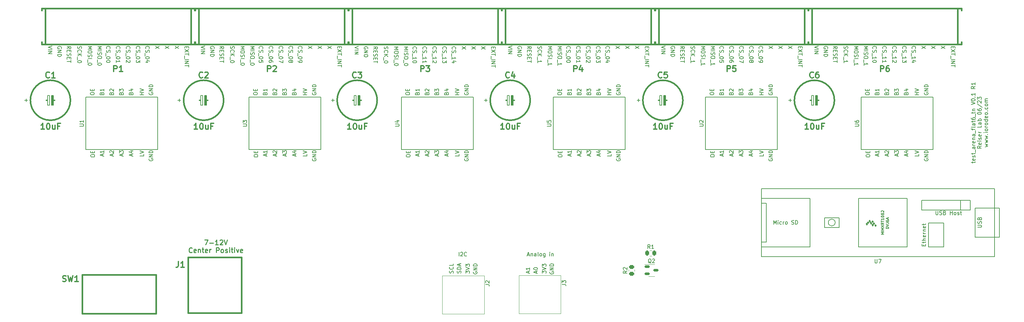
<source format=gto>
%TF.GenerationSoftware,KiCad,Pcbnew,7.0.6*%
%TF.CreationDate,2023-08-01T16:55:52-04:00*%
%TF.ProjectId,arena_06-inf_teensy,6172656e-615f-4303-962d-696e665f7465,v0.1*%
%TF.SameCoordinates,Original*%
%TF.FileFunction,Legend,Top*%
%TF.FilePolarity,Positive*%
%FSLAX46Y46*%
G04 Gerber Fmt 4.6, Leading zero omitted, Abs format (unit mm)*
G04 Created by KiCad (PCBNEW 7.0.6) date 2023-08-01 16:55:52*
%MOMM*%
%LPD*%
G01*
G04 APERTURE LIST*
G04 Aperture macros list*
%AMRoundRect*
0 Rectangle with rounded corners*
0 $1 Rounding radius*
0 $2 $3 $4 $5 $6 $7 $8 $9 X,Y pos of 4 corners*
0 Add a 4 corners polygon primitive as box body*
4,1,4,$2,$3,$4,$5,$6,$7,$8,$9,$2,$3,0*
0 Add four circle primitives for the rounded corners*
1,1,$1+$1,$2,$3*
1,1,$1+$1,$4,$5*
1,1,$1+$1,$6,$7*
1,1,$1+$1,$8,$9*
0 Add four rect primitives between the rounded corners*
20,1,$1+$1,$2,$3,$4,$5,0*
20,1,$1+$1,$4,$5,$6,$7,0*
20,1,$1+$1,$6,$7,$8,$9,0*
20,1,$1+$1,$8,$9,$2,$3,0*%
G04 Aperture macros list end*
%ADD10C,0.254000*%
%ADD11C,0.203200*%
%ADD12C,0.150000*%
%ADD13C,0.304800*%
%ADD14C,0.152400*%
%ADD15C,0.300000*%
%ADD16C,0.381000*%
%ADD17C,0.200000*%
%ADD18C,0.120000*%
%ADD19C,0.100000*%
%ADD20C,2.540000*%
%ADD21R,1.600000X1.600000*%
%ADD22C,1.600000*%
%ADD23C,1.778000*%
%ADD24C,3.556000*%
%ADD25C,1.930400*%
%ADD26C,4.064000*%
%ADD27R,1.524000X1.524000*%
%ADD28C,1.524000*%
%ADD29C,5.600000*%
%ADD30R,1.300000X1.300000*%
%ADD31C,1.300000*%
%ADD32RoundRect,0.250000X-0.262500X-0.450000X0.262500X-0.450000X0.262500X0.450000X-0.262500X0.450000X0*%
%ADD33RoundRect,0.250000X0.450000X-0.262500X0.450000X0.262500X-0.450000X0.262500X-0.450000X-0.262500X0*%
%ADD34RoundRect,0.150000X-0.512500X-0.150000X0.512500X-0.150000X0.512500X0.150000X-0.512500X0.150000X0*%
G04 APERTURE END LIST*
D10*
X92286666Y-110531968D02*
X93133333Y-110531968D01*
X93133333Y-110531968D02*
X92589047Y-111801968D01*
X93617142Y-111318158D02*
X94584762Y-111318158D01*
X95854762Y-111801968D02*
X95129047Y-111801968D01*
X95491904Y-111801968D02*
X95491904Y-110531968D01*
X95491904Y-110531968D02*
X95370952Y-110713396D01*
X95370952Y-110713396D02*
X95250000Y-110834349D01*
X95250000Y-110834349D02*
X95129047Y-110894825D01*
X96338571Y-110652920D02*
X96399047Y-110592444D01*
X96399047Y-110592444D02*
X96520000Y-110531968D01*
X96520000Y-110531968D02*
X96822381Y-110531968D01*
X96822381Y-110531968D02*
X96943333Y-110592444D01*
X96943333Y-110592444D02*
X97003809Y-110652920D01*
X97003809Y-110652920D02*
X97064286Y-110773872D01*
X97064286Y-110773872D02*
X97064286Y-110894825D01*
X97064286Y-110894825D02*
X97003809Y-111076253D01*
X97003809Y-111076253D02*
X96278095Y-111801968D01*
X96278095Y-111801968D02*
X97064286Y-111801968D01*
X97427143Y-110531968D02*
X97850476Y-111801968D01*
X97850476Y-111801968D02*
X98273810Y-110531968D01*
X89020953Y-113725715D02*
X88960477Y-113786192D01*
X88960477Y-113786192D02*
X88779048Y-113846668D01*
X88779048Y-113846668D02*
X88658096Y-113846668D01*
X88658096Y-113846668D02*
X88476667Y-113786192D01*
X88476667Y-113786192D02*
X88355715Y-113665239D01*
X88355715Y-113665239D02*
X88295238Y-113544287D01*
X88295238Y-113544287D02*
X88234762Y-113302382D01*
X88234762Y-113302382D02*
X88234762Y-113120953D01*
X88234762Y-113120953D02*
X88295238Y-112879049D01*
X88295238Y-112879049D02*
X88355715Y-112758096D01*
X88355715Y-112758096D02*
X88476667Y-112637144D01*
X88476667Y-112637144D02*
X88658096Y-112576668D01*
X88658096Y-112576668D02*
X88779048Y-112576668D01*
X88779048Y-112576668D02*
X88960477Y-112637144D01*
X88960477Y-112637144D02*
X89020953Y-112697620D01*
X90049048Y-113786192D02*
X89928096Y-113846668D01*
X89928096Y-113846668D02*
X89686191Y-113846668D01*
X89686191Y-113846668D02*
X89565238Y-113786192D01*
X89565238Y-113786192D02*
X89504762Y-113665239D01*
X89504762Y-113665239D02*
X89504762Y-113181430D01*
X89504762Y-113181430D02*
X89565238Y-113060477D01*
X89565238Y-113060477D02*
X89686191Y-113000001D01*
X89686191Y-113000001D02*
X89928096Y-113000001D01*
X89928096Y-113000001D02*
X90049048Y-113060477D01*
X90049048Y-113060477D02*
X90109524Y-113181430D01*
X90109524Y-113181430D02*
X90109524Y-113302382D01*
X90109524Y-113302382D02*
X89504762Y-113423334D01*
X90653809Y-113000001D02*
X90653809Y-113846668D01*
X90653809Y-113120953D02*
X90714286Y-113060477D01*
X90714286Y-113060477D02*
X90835238Y-113000001D01*
X90835238Y-113000001D02*
X91016667Y-113000001D01*
X91016667Y-113000001D02*
X91137619Y-113060477D01*
X91137619Y-113060477D02*
X91198095Y-113181430D01*
X91198095Y-113181430D02*
X91198095Y-113846668D01*
X91621429Y-113000001D02*
X92105238Y-113000001D01*
X91802857Y-112576668D02*
X91802857Y-113665239D01*
X91802857Y-113665239D02*
X91863334Y-113786192D01*
X91863334Y-113786192D02*
X91984286Y-113846668D01*
X91984286Y-113846668D02*
X92105238Y-113846668D01*
X93012381Y-113786192D02*
X92891429Y-113846668D01*
X92891429Y-113846668D02*
X92649524Y-113846668D01*
X92649524Y-113846668D02*
X92528571Y-113786192D01*
X92528571Y-113786192D02*
X92468095Y-113665239D01*
X92468095Y-113665239D02*
X92468095Y-113181430D01*
X92468095Y-113181430D02*
X92528571Y-113060477D01*
X92528571Y-113060477D02*
X92649524Y-113000001D01*
X92649524Y-113000001D02*
X92891429Y-113000001D01*
X92891429Y-113000001D02*
X93012381Y-113060477D01*
X93012381Y-113060477D02*
X93072857Y-113181430D01*
X93072857Y-113181430D02*
X93072857Y-113302382D01*
X93072857Y-113302382D02*
X92468095Y-113423334D01*
X93617142Y-113846668D02*
X93617142Y-113000001D01*
X93617142Y-113241906D02*
X93677619Y-113120953D01*
X93677619Y-113120953D02*
X93738095Y-113060477D01*
X93738095Y-113060477D02*
X93859047Y-113000001D01*
X93859047Y-113000001D02*
X93980000Y-113000001D01*
X95370951Y-113846668D02*
X95370951Y-112576668D01*
X95370951Y-112576668D02*
X95854761Y-112576668D01*
X95854761Y-112576668D02*
X95975713Y-112637144D01*
X95975713Y-112637144D02*
X96036190Y-112697620D01*
X96036190Y-112697620D02*
X96096666Y-112818572D01*
X96096666Y-112818572D02*
X96096666Y-113000001D01*
X96096666Y-113000001D02*
X96036190Y-113120953D01*
X96036190Y-113120953D02*
X95975713Y-113181430D01*
X95975713Y-113181430D02*
X95854761Y-113241906D01*
X95854761Y-113241906D02*
X95370951Y-113241906D01*
X96822380Y-113846668D02*
X96701428Y-113786192D01*
X96701428Y-113786192D02*
X96640951Y-113725715D01*
X96640951Y-113725715D02*
X96580475Y-113604763D01*
X96580475Y-113604763D02*
X96580475Y-113241906D01*
X96580475Y-113241906D02*
X96640951Y-113120953D01*
X96640951Y-113120953D02*
X96701428Y-113060477D01*
X96701428Y-113060477D02*
X96822380Y-113000001D01*
X96822380Y-113000001D02*
X97003809Y-113000001D01*
X97003809Y-113000001D02*
X97124761Y-113060477D01*
X97124761Y-113060477D02*
X97185237Y-113120953D01*
X97185237Y-113120953D02*
X97245713Y-113241906D01*
X97245713Y-113241906D02*
X97245713Y-113604763D01*
X97245713Y-113604763D02*
X97185237Y-113725715D01*
X97185237Y-113725715D02*
X97124761Y-113786192D01*
X97124761Y-113786192D02*
X97003809Y-113846668D01*
X97003809Y-113846668D02*
X96822380Y-113846668D01*
X97729523Y-113786192D02*
X97850476Y-113846668D01*
X97850476Y-113846668D02*
X98092380Y-113846668D01*
X98092380Y-113846668D02*
X98213333Y-113786192D01*
X98213333Y-113786192D02*
X98273809Y-113665239D01*
X98273809Y-113665239D02*
X98273809Y-113604763D01*
X98273809Y-113604763D02*
X98213333Y-113483811D01*
X98213333Y-113483811D02*
X98092380Y-113423334D01*
X98092380Y-113423334D02*
X97910952Y-113423334D01*
X97910952Y-113423334D02*
X97789999Y-113362858D01*
X97789999Y-113362858D02*
X97729523Y-113241906D01*
X97729523Y-113241906D02*
X97729523Y-113181430D01*
X97729523Y-113181430D02*
X97789999Y-113060477D01*
X97789999Y-113060477D02*
X97910952Y-113000001D01*
X97910952Y-113000001D02*
X98092380Y-113000001D01*
X98092380Y-113000001D02*
X98213333Y-113060477D01*
X98818094Y-113846668D02*
X98818094Y-113000001D01*
X98818094Y-112576668D02*
X98757618Y-112637144D01*
X98757618Y-112637144D02*
X98818094Y-112697620D01*
X98818094Y-112697620D02*
X98878571Y-112637144D01*
X98878571Y-112637144D02*
X98818094Y-112576668D01*
X98818094Y-112576668D02*
X98818094Y-112697620D01*
X99241428Y-113000001D02*
X99725237Y-113000001D01*
X99422856Y-112576668D02*
X99422856Y-113665239D01*
X99422856Y-113665239D02*
X99483333Y-113786192D01*
X99483333Y-113786192D02*
X99604285Y-113846668D01*
X99604285Y-113846668D02*
X99725237Y-113846668D01*
X100148570Y-113846668D02*
X100148570Y-113000001D01*
X100148570Y-112576668D02*
X100088094Y-112637144D01*
X100088094Y-112637144D02*
X100148570Y-112697620D01*
X100148570Y-112697620D02*
X100209047Y-112637144D01*
X100209047Y-112637144D02*
X100148570Y-112576668D01*
X100148570Y-112576668D02*
X100148570Y-112697620D01*
X100632380Y-113000001D02*
X100934761Y-113846668D01*
X100934761Y-113846668D02*
X101237142Y-113000001D01*
X102204761Y-113786192D02*
X102083809Y-113846668D01*
X102083809Y-113846668D02*
X101841904Y-113846668D01*
X101841904Y-113846668D02*
X101720951Y-113786192D01*
X101720951Y-113786192D02*
X101660475Y-113665239D01*
X101660475Y-113665239D02*
X101660475Y-113181430D01*
X101660475Y-113181430D02*
X101720951Y-113060477D01*
X101720951Y-113060477D02*
X101841904Y-113000001D01*
X101841904Y-113000001D02*
X102083809Y-113000001D01*
X102083809Y-113000001D02*
X102204761Y-113060477D01*
X102204761Y-113060477D02*
X102265237Y-113181430D01*
X102265237Y-113181430D02*
X102265237Y-113302382D01*
X102265237Y-113302382D02*
X101660475Y-113423334D01*
D11*
X293166360Y-90451235D02*
X293166360Y-90064187D01*
X292827693Y-90306092D02*
X293698551Y-90306092D01*
X293698551Y-90306092D02*
X293795313Y-90257711D01*
X293795313Y-90257711D02*
X293843693Y-90160949D01*
X293843693Y-90160949D02*
X293843693Y-90064187D01*
X293795313Y-89338473D02*
X293843693Y-89435235D01*
X293843693Y-89435235D02*
X293843693Y-89628759D01*
X293843693Y-89628759D02*
X293795313Y-89725521D01*
X293795313Y-89725521D02*
X293698551Y-89773902D01*
X293698551Y-89773902D02*
X293311503Y-89773902D01*
X293311503Y-89773902D02*
X293214741Y-89725521D01*
X293214741Y-89725521D02*
X293166360Y-89628759D01*
X293166360Y-89628759D02*
X293166360Y-89435235D01*
X293166360Y-89435235D02*
X293214741Y-89338473D01*
X293214741Y-89338473D02*
X293311503Y-89290092D01*
X293311503Y-89290092D02*
X293408265Y-89290092D01*
X293408265Y-89290092D02*
X293505027Y-89773902D01*
X293795313Y-88903045D02*
X293843693Y-88806283D01*
X293843693Y-88806283D02*
X293843693Y-88612759D01*
X293843693Y-88612759D02*
X293795313Y-88515997D01*
X293795313Y-88515997D02*
X293698551Y-88467616D01*
X293698551Y-88467616D02*
X293650170Y-88467616D01*
X293650170Y-88467616D02*
X293553408Y-88515997D01*
X293553408Y-88515997D02*
X293505027Y-88612759D01*
X293505027Y-88612759D02*
X293505027Y-88757902D01*
X293505027Y-88757902D02*
X293456646Y-88854664D01*
X293456646Y-88854664D02*
X293359884Y-88903045D01*
X293359884Y-88903045D02*
X293311503Y-88903045D01*
X293311503Y-88903045D02*
X293214741Y-88854664D01*
X293214741Y-88854664D02*
X293166360Y-88757902D01*
X293166360Y-88757902D02*
X293166360Y-88612759D01*
X293166360Y-88612759D02*
X293214741Y-88515997D01*
X293166360Y-88177331D02*
X293166360Y-87790283D01*
X292827693Y-88032188D02*
X293698551Y-88032188D01*
X293698551Y-88032188D02*
X293795313Y-87983807D01*
X293795313Y-87983807D02*
X293843693Y-87887045D01*
X293843693Y-87887045D02*
X293843693Y-87790283D01*
X293940455Y-87693522D02*
X293940455Y-86919426D01*
X293843693Y-86242093D02*
X293311503Y-86242093D01*
X293311503Y-86242093D02*
X293214741Y-86290474D01*
X293214741Y-86290474D02*
X293166360Y-86387236D01*
X293166360Y-86387236D02*
X293166360Y-86580760D01*
X293166360Y-86580760D02*
X293214741Y-86677522D01*
X293795313Y-86242093D02*
X293843693Y-86338855D01*
X293843693Y-86338855D02*
X293843693Y-86580760D01*
X293843693Y-86580760D02*
X293795313Y-86677522D01*
X293795313Y-86677522D02*
X293698551Y-86725903D01*
X293698551Y-86725903D02*
X293601789Y-86725903D01*
X293601789Y-86725903D02*
X293505027Y-86677522D01*
X293505027Y-86677522D02*
X293456646Y-86580760D01*
X293456646Y-86580760D02*
X293456646Y-86338855D01*
X293456646Y-86338855D02*
X293408265Y-86242093D01*
X293843693Y-85758284D02*
X293166360Y-85758284D01*
X293359884Y-85758284D02*
X293263122Y-85709903D01*
X293263122Y-85709903D02*
X293214741Y-85661522D01*
X293214741Y-85661522D02*
X293166360Y-85564760D01*
X293166360Y-85564760D02*
X293166360Y-85467998D01*
X293795313Y-84742284D02*
X293843693Y-84839046D01*
X293843693Y-84839046D02*
X293843693Y-85032570D01*
X293843693Y-85032570D02*
X293795313Y-85129332D01*
X293795313Y-85129332D02*
X293698551Y-85177713D01*
X293698551Y-85177713D02*
X293311503Y-85177713D01*
X293311503Y-85177713D02*
X293214741Y-85129332D01*
X293214741Y-85129332D02*
X293166360Y-85032570D01*
X293166360Y-85032570D02*
X293166360Y-84839046D01*
X293166360Y-84839046D02*
X293214741Y-84742284D01*
X293214741Y-84742284D02*
X293311503Y-84693903D01*
X293311503Y-84693903D02*
X293408265Y-84693903D01*
X293408265Y-84693903D02*
X293505027Y-85177713D01*
X293166360Y-84258475D02*
X293843693Y-84258475D01*
X293263122Y-84258475D02*
X293214741Y-84210094D01*
X293214741Y-84210094D02*
X293166360Y-84113332D01*
X293166360Y-84113332D02*
X293166360Y-83968189D01*
X293166360Y-83968189D02*
X293214741Y-83871427D01*
X293214741Y-83871427D02*
X293311503Y-83823046D01*
X293311503Y-83823046D02*
X293843693Y-83823046D01*
X293843693Y-82903808D02*
X293311503Y-82903808D01*
X293311503Y-82903808D02*
X293214741Y-82952189D01*
X293214741Y-82952189D02*
X293166360Y-83048951D01*
X293166360Y-83048951D02*
X293166360Y-83242475D01*
X293166360Y-83242475D02*
X293214741Y-83339237D01*
X293795313Y-82903808D02*
X293843693Y-83000570D01*
X293843693Y-83000570D02*
X293843693Y-83242475D01*
X293843693Y-83242475D02*
X293795313Y-83339237D01*
X293795313Y-83339237D02*
X293698551Y-83387618D01*
X293698551Y-83387618D02*
X293601789Y-83387618D01*
X293601789Y-83387618D02*
X293505027Y-83339237D01*
X293505027Y-83339237D02*
X293456646Y-83242475D01*
X293456646Y-83242475D02*
X293456646Y-83000570D01*
X293456646Y-83000570D02*
X293408265Y-82903808D01*
X293940455Y-82661904D02*
X293940455Y-81887808D01*
X293166360Y-81791047D02*
X293166360Y-81403999D01*
X293843693Y-81645904D02*
X292972836Y-81645904D01*
X292972836Y-81645904D02*
X292876074Y-81597523D01*
X292876074Y-81597523D02*
X292827693Y-81500761D01*
X292827693Y-81500761D02*
X292827693Y-81403999D01*
X293843693Y-80920190D02*
X293795313Y-81016952D01*
X293795313Y-81016952D02*
X293698551Y-81065333D01*
X293698551Y-81065333D02*
X292827693Y-81065333D01*
X293843693Y-80097714D02*
X293311503Y-80097714D01*
X293311503Y-80097714D02*
X293214741Y-80146095D01*
X293214741Y-80146095D02*
X293166360Y-80242857D01*
X293166360Y-80242857D02*
X293166360Y-80436381D01*
X293166360Y-80436381D02*
X293214741Y-80533143D01*
X293795313Y-80097714D02*
X293843693Y-80194476D01*
X293843693Y-80194476D02*
X293843693Y-80436381D01*
X293843693Y-80436381D02*
X293795313Y-80533143D01*
X293795313Y-80533143D02*
X293698551Y-80581524D01*
X293698551Y-80581524D02*
X293601789Y-80581524D01*
X293601789Y-80581524D02*
X293505027Y-80533143D01*
X293505027Y-80533143D02*
X293456646Y-80436381D01*
X293456646Y-80436381D02*
X293456646Y-80194476D01*
X293456646Y-80194476D02*
X293408265Y-80097714D01*
X293166360Y-79759048D02*
X293166360Y-79372000D01*
X292827693Y-79613905D02*
X293698551Y-79613905D01*
X293698551Y-79613905D02*
X293795313Y-79565524D01*
X293795313Y-79565524D02*
X293843693Y-79468762D01*
X293843693Y-79468762D02*
X293843693Y-79372000D01*
X292827693Y-78597905D02*
X292827693Y-78791429D01*
X292827693Y-78791429D02*
X292876074Y-78888191D01*
X292876074Y-78888191D02*
X292924455Y-78936572D01*
X292924455Y-78936572D02*
X293069598Y-79033334D01*
X293069598Y-79033334D02*
X293263122Y-79081715D01*
X293263122Y-79081715D02*
X293650170Y-79081715D01*
X293650170Y-79081715D02*
X293746932Y-79033334D01*
X293746932Y-79033334D02*
X293795313Y-78984953D01*
X293795313Y-78984953D02*
X293843693Y-78888191D01*
X293843693Y-78888191D02*
X293843693Y-78694667D01*
X293843693Y-78694667D02*
X293795313Y-78597905D01*
X293795313Y-78597905D02*
X293746932Y-78549524D01*
X293746932Y-78549524D02*
X293650170Y-78501143D01*
X293650170Y-78501143D02*
X293408265Y-78501143D01*
X293408265Y-78501143D02*
X293311503Y-78549524D01*
X293311503Y-78549524D02*
X293263122Y-78597905D01*
X293263122Y-78597905D02*
X293214741Y-78694667D01*
X293214741Y-78694667D02*
X293214741Y-78888191D01*
X293214741Y-78888191D02*
X293263122Y-78984953D01*
X293263122Y-78984953D02*
X293311503Y-79033334D01*
X293311503Y-79033334D02*
X293408265Y-79081715D01*
X293940455Y-78307620D02*
X293940455Y-77533524D01*
X293166360Y-77436763D02*
X293166360Y-77049715D01*
X292827693Y-77291620D02*
X293698551Y-77291620D01*
X293698551Y-77291620D02*
X293795313Y-77243239D01*
X293795313Y-77243239D02*
X293843693Y-77146477D01*
X293843693Y-77146477D02*
X293843693Y-77049715D01*
X293166360Y-76711049D02*
X293843693Y-76711049D01*
X293263122Y-76711049D02*
X293214741Y-76662668D01*
X293214741Y-76662668D02*
X293166360Y-76565906D01*
X293166360Y-76565906D02*
X293166360Y-76420763D01*
X293166360Y-76420763D02*
X293214741Y-76324001D01*
X293214741Y-76324001D02*
X293311503Y-76275620D01*
X293311503Y-76275620D02*
X293843693Y-76275620D01*
X292827693Y-75162859D02*
X293843693Y-74824192D01*
X293843693Y-74824192D02*
X292827693Y-74485525D01*
X292827693Y-73953335D02*
X292827693Y-73856573D01*
X292827693Y-73856573D02*
X292876074Y-73759811D01*
X292876074Y-73759811D02*
X292924455Y-73711430D01*
X292924455Y-73711430D02*
X293021217Y-73663049D01*
X293021217Y-73663049D02*
X293214741Y-73614668D01*
X293214741Y-73614668D02*
X293456646Y-73614668D01*
X293456646Y-73614668D02*
X293650170Y-73663049D01*
X293650170Y-73663049D02*
X293746932Y-73711430D01*
X293746932Y-73711430D02*
X293795313Y-73759811D01*
X293795313Y-73759811D02*
X293843693Y-73856573D01*
X293843693Y-73856573D02*
X293843693Y-73953335D01*
X293843693Y-73953335D02*
X293795313Y-74050097D01*
X293795313Y-74050097D02*
X293746932Y-74098478D01*
X293746932Y-74098478D02*
X293650170Y-74146859D01*
X293650170Y-74146859D02*
X293456646Y-74195240D01*
X293456646Y-74195240D02*
X293214741Y-74195240D01*
X293214741Y-74195240D02*
X293021217Y-74146859D01*
X293021217Y-74146859D02*
X292924455Y-74098478D01*
X292924455Y-74098478D02*
X292876074Y-74050097D01*
X292876074Y-74050097D02*
X292827693Y-73953335D01*
X293746932Y-73179240D02*
X293795313Y-73130859D01*
X293795313Y-73130859D02*
X293843693Y-73179240D01*
X293843693Y-73179240D02*
X293795313Y-73227621D01*
X293795313Y-73227621D02*
X293746932Y-73179240D01*
X293746932Y-73179240D02*
X293843693Y-73179240D01*
X293843693Y-72163239D02*
X293843693Y-72743811D01*
X293843693Y-72453525D02*
X292827693Y-72453525D01*
X292827693Y-72453525D02*
X292972836Y-72550287D01*
X292972836Y-72550287D02*
X293069598Y-72647049D01*
X293069598Y-72647049D02*
X293117979Y-72743811D01*
X293843693Y-70373144D02*
X293359884Y-70711811D01*
X293843693Y-70953716D02*
X292827693Y-70953716D01*
X292827693Y-70953716D02*
X292827693Y-70566668D01*
X292827693Y-70566668D02*
X292876074Y-70469906D01*
X292876074Y-70469906D02*
X292924455Y-70421525D01*
X292924455Y-70421525D02*
X293021217Y-70373144D01*
X293021217Y-70373144D02*
X293166360Y-70373144D01*
X293166360Y-70373144D02*
X293263122Y-70421525D01*
X293263122Y-70421525D02*
X293311503Y-70469906D01*
X293311503Y-70469906D02*
X293359884Y-70566668D01*
X293359884Y-70566668D02*
X293359884Y-70953716D01*
X293843693Y-69405525D02*
X293843693Y-69986097D01*
X293843693Y-69695811D02*
X292827693Y-69695811D01*
X292827693Y-69695811D02*
X292972836Y-69792573D01*
X292972836Y-69792573D02*
X293069598Y-69889335D01*
X293069598Y-69889335D02*
X293117979Y-69986097D01*
X295479453Y-85975998D02*
X294995644Y-86314665D01*
X295479453Y-86556570D02*
X294463453Y-86556570D01*
X294463453Y-86556570D02*
X294463453Y-86169522D01*
X294463453Y-86169522D02*
X294511834Y-86072760D01*
X294511834Y-86072760D02*
X294560215Y-86024379D01*
X294560215Y-86024379D02*
X294656977Y-85975998D01*
X294656977Y-85975998D02*
X294802120Y-85975998D01*
X294802120Y-85975998D02*
X294898882Y-86024379D01*
X294898882Y-86024379D02*
X294947263Y-86072760D01*
X294947263Y-86072760D02*
X294995644Y-86169522D01*
X294995644Y-86169522D02*
X294995644Y-86556570D01*
X295431073Y-85153522D02*
X295479453Y-85250284D01*
X295479453Y-85250284D02*
X295479453Y-85443808D01*
X295479453Y-85443808D02*
X295431073Y-85540570D01*
X295431073Y-85540570D02*
X295334311Y-85588951D01*
X295334311Y-85588951D02*
X294947263Y-85588951D01*
X294947263Y-85588951D02*
X294850501Y-85540570D01*
X294850501Y-85540570D02*
X294802120Y-85443808D01*
X294802120Y-85443808D02*
X294802120Y-85250284D01*
X294802120Y-85250284D02*
X294850501Y-85153522D01*
X294850501Y-85153522D02*
X294947263Y-85105141D01*
X294947263Y-85105141D02*
X295044025Y-85105141D01*
X295044025Y-85105141D02*
X295140787Y-85588951D01*
X295479453Y-84669713D02*
X294802120Y-84669713D01*
X294463453Y-84669713D02*
X294511834Y-84718094D01*
X294511834Y-84718094D02*
X294560215Y-84669713D01*
X294560215Y-84669713D02*
X294511834Y-84621332D01*
X294511834Y-84621332D02*
X294463453Y-84669713D01*
X294463453Y-84669713D02*
X294560215Y-84669713D01*
X295431073Y-84234284D02*
X295479453Y-84137522D01*
X295479453Y-84137522D02*
X295479453Y-83943998D01*
X295479453Y-83943998D02*
X295431073Y-83847236D01*
X295431073Y-83847236D02*
X295334311Y-83798855D01*
X295334311Y-83798855D02*
X295285930Y-83798855D01*
X295285930Y-83798855D02*
X295189168Y-83847236D01*
X295189168Y-83847236D02*
X295140787Y-83943998D01*
X295140787Y-83943998D02*
X295140787Y-84089141D01*
X295140787Y-84089141D02*
X295092406Y-84185903D01*
X295092406Y-84185903D02*
X294995644Y-84234284D01*
X294995644Y-84234284D02*
X294947263Y-84234284D01*
X294947263Y-84234284D02*
X294850501Y-84185903D01*
X294850501Y-84185903D02*
X294802120Y-84089141D01*
X294802120Y-84089141D02*
X294802120Y-83943998D01*
X294802120Y-83943998D02*
X294850501Y-83847236D01*
X295431073Y-82976379D02*
X295479453Y-83073141D01*
X295479453Y-83073141D02*
X295479453Y-83266665D01*
X295479453Y-83266665D02*
X295431073Y-83363427D01*
X295431073Y-83363427D02*
X295334311Y-83411808D01*
X295334311Y-83411808D02*
X294947263Y-83411808D01*
X294947263Y-83411808D02*
X294850501Y-83363427D01*
X294850501Y-83363427D02*
X294802120Y-83266665D01*
X294802120Y-83266665D02*
X294802120Y-83073141D01*
X294802120Y-83073141D02*
X294850501Y-82976379D01*
X294850501Y-82976379D02*
X294947263Y-82927998D01*
X294947263Y-82927998D02*
X295044025Y-82927998D01*
X295044025Y-82927998D02*
X295140787Y-83411808D01*
X295479453Y-82492570D02*
X294802120Y-82492570D01*
X294995644Y-82492570D02*
X294898882Y-82444189D01*
X294898882Y-82444189D02*
X294850501Y-82395808D01*
X294850501Y-82395808D02*
X294802120Y-82299046D01*
X294802120Y-82299046D02*
X294802120Y-82202284D01*
X295479453Y-80605713D02*
X295479453Y-81089523D01*
X295479453Y-81089523D02*
X294463453Y-81089523D01*
X295479453Y-79831618D02*
X294947263Y-79831618D01*
X294947263Y-79831618D02*
X294850501Y-79879999D01*
X294850501Y-79879999D02*
X294802120Y-79976761D01*
X294802120Y-79976761D02*
X294802120Y-80170285D01*
X294802120Y-80170285D02*
X294850501Y-80267047D01*
X295431073Y-79831618D02*
X295479453Y-79928380D01*
X295479453Y-79928380D02*
X295479453Y-80170285D01*
X295479453Y-80170285D02*
X295431073Y-80267047D01*
X295431073Y-80267047D02*
X295334311Y-80315428D01*
X295334311Y-80315428D02*
X295237549Y-80315428D01*
X295237549Y-80315428D02*
X295140787Y-80267047D01*
X295140787Y-80267047D02*
X295092406Y-80170285D01*
X295092406Y-80170285D02*
X295092406Y-79928380D01*
X295092406Y-79928380D02*
X295044025Y-79831618D01*
X295479453Y-79347809D02*
X294463453Y-79347809D01*
X294850501Y-79347809D02*
X294802120Y-79251047D01*
X294802120Y-79251047D02*
X294802120Y-79057523D01*
X294802120Y-79057523D02*
X294850501Y-78960761D01*
X294850501Y-78960761D02*
X294898882Y-78912380D01*
X294898882Y-78912380D02*
X294995644Y-78863999D01*
X294995644Y-78863999D02*
X295285930Y-78863999D01*
X295285930Y-78863999D02*
X295382692Y-78912380D01*
X295382692Y-78912380D02*
X295431073Y-78960761D01*
X295431073Y-78960761D02*
X295479453Y-79057523D01*
X295479453Y-79057523D02*
X295479453Y-79251047D01*
X295479453Y-79251047D02*
X295431073Y-79347809D01*
X294463453Y-77460952D02*
X294463453Y-77364190D01*
X294463453Y-77364190D02*
X294511834Y-77267428D01*
X294511834Y-77267428D02*
X294560215Y-77219047D01*
X294560215Y-77219047D02*
X294656977Y-77170666D01*
X294656977Y-77170666D02*
X294850501Y-77122285D01*
X294850501Y-77122285D02*
X295092406Y-77122285D01*
X295092406Y-77122285D02*
X295285930Y-77170666D01*
X295285930Y-77170666D02*
X295382692Y-77219047D01*
X295382692Y-77219047D02*
X295431073Y-77267428D01*
X295431073Y-77267428D02*
X295479453Y-77364190D01*
X295479453Y-77364190D02*
X295479453Y-77460952D01*
X295479453Y-77460952D02*
X295431073Y-77557714D01*
X295431073Y-77557714D02*
X295382692Y-77606095D01*
X295382692Y-77606095D02*
X295285930Y-77654476D01*
X295285930Y-77654476D02*
X295092406Y-77702857D01*
X295092406Y-77702857D02*
X294850501Y-77702857D01*
X294850501Y-77702857D02*
X294656977Y-77654476D01*
X294656977Y-77654476D02*
X294560215Y-77606095D01*
X294560215Y-77606095D02*
X294511834Y-77557714D01*
X294511834Y-77557714D02*
X294463453Y-77460952D01*
X294463453Y-76251428D02*
X294463453Y-76444952D01*
X294463453Y-76444952D02*
X294511834Y-76541714D01*
X294511834Y-76541714D02*
X294560215Y-76590095D01*
X294560215Y-76590095D02*
X294705358Y-76686857D01*
X294705358Y-76686857D02*
X294898882Y-76735238D01*
X294898882Y-76735238D02*
X295285930Y-76735238D01*
X295285930Y-76735238D02*
X295382692Y-76686857D01*
X295382692Y-76686857D02*
X295431073Y-76638476D01*
X295431073Y-76638476D02*
X295479453Y-76541714D01*
X295479453Y-76541714D02*
X295479453Y-76348190D01*
X295479453Y-76348190D02*
X295431073Y-76251428D01*
X295431073Y-76251428D02*
X295382692Y-76203047D01*
X295382692Y-76203047D02*
X295285930Y-76154666D01*
X295285930Y-76154666D02*
X295044025Y-76154666D01*
X295044025Y-76154666D02*
X294947263Y-76203047D01*
X294947263Y-76203047D02*
X294898882Y-76251428D01*
X294898882Y-76251428D02*
X294850501Y-76348190D01*
X294850501Y-76348190D02*
X294850501Y-76541714D01*
X294850501Y-76541714D02*
X294898882Y-76638476D01*
X294898882Y-76638476D02*
X294947263Y-76686857D01*
X294947263Y-76686857D02*
X295044025Y-76735238D01*
X294415073Y-74993523D02*
X295721358Y-75864381D01*
X294560215Y-74703238D02*
X294511834Y-74654857D01*
X294511834Y-74654857D02*
X294463453Y-74558095D01*
X294463453Y-74558095D02*
X294463453Y-74316190D01*
X294463453Y-74316190D02*
X294511834Y-74219428D01*
X294511834Y-74219428D02*
X294560215Y-74171047D01*
X294560215Y-74171047D02*
X294656977Y-74122666D01*
X294656977Y-74122666D02*
X294753739Y-74122666D01*
X294753739Y-74122666D02*
X294898882Y-74171047D01*
X294898882Y-74171047D02*
X295479453Y-74751619D01*
X295479453Y-74751619D02*
X295479453Y-74122666D01*
X294463453Y-73784000D02*
X294463453Y-73155047D01*
X294463453Y-73155047D02*
X294850501Y-73493714D01*
X294850501Y-73493714D02*
X294850501Y-73348571D01*
X294850501Y-73348571D02*
X294898882Y-73251809D01*
X294898882Y-73251809D02*
X294947263Y-73203428D01*
X294947263Y-73203428D02*
X295044025Y-73155047D01*
X295044025Y-73155047D02*
X295285930Y-73155047D01*
X295285930Y-73155047D02*
X295382692Y-73203428D01*
X295382692Y-73203428D02*
X295431073Y-73251809D01*
X295431073Y-73251809D02*
X295479453Y-73348571D01*
X295479453Y-73348571D02*
X295479453Y-73638857D01*
X295479453Y-73638857D02*
X295431073Y-73735619D01*
X295431073Y-73735619D02*
X295382692Y-73784000D01*
X296437880Y-86217905D02*
X297115213Y-86024381D01*
X297115213Y-86024381D02*
X296631404Y-85830857D01*
X296631404Y-85830857D02*
X297115213Y-85637333D01*
X297115213Y-85637333D02*
X296437880Y-85443809D01*
X296437880Y-85153524D02*
X297115213Y-84960000D01*
X297115213Y-84960000D02*
X296631404Y-84766476D01*
X296631404Y-84766476D02*
X297115213Y-84572952D01*
X297115213Y-84572952D02*
X296437880Y-84379428D01*
X296437880Y-84089143D02*
X297115213Y-83895619D01*
X297115213Y-83895619D02*
X296631404Y-83702095D01*
X296631404Y-83702095D02*
X297115213Y-83508571D01*
X297115213Y-83508571D02*
X296437880Y-83315047D01*
X297018452Y-82928000D02*
X297066833Y-82879619D01*
X297066833Y-82879619D02*
X297115213Y-82928000D01*
X297115213Y-82928000D02*
X297066833Y-82976381D01*
X297066833Y-82976381D02*
X297018452Y-82928000D01*
X297018452Y-82928000D02*
X297115213Y-82928000D01*
X297115213Y-82444190D02*
X296437880Y-82444190D01*
X296099213Y-82444190D02*
X296147594Y-82492571D01*
X296147594Y-82492571D02*
X296195975Y-82444190D01*
X296195975Y-82444190D02*
X296147594Y-82395809D01*
X296147594Y-82395809D02*
X296099213Y-82444190D01*
X296099213Y-82444190D02*
X296195975Y-82444190D01*
X297115213Y-81815237D02*
X297066833Y-81911999D01*
X297066833Y-81911999D02*
X297018452Y-81960380D01*
X297018452Y-81960380D02*
X296921690Y-82008761D01*
X296921690Y-82008761D02*
X296631404Y-82008761D01*
X296631404Y-82008761D02*
X296534642Y-81960380D01*
X296534642Y-81960380D02*
X296486261Y-81911999D01*
X296486261Y-81911999D02*
X296437880Y-81815237D01*
X296437880Y-81815237D02*
X296437880Y-81670094D01*
X296437880Y-81670094D02*
X296486261Y-81573332D01*
X296486261Y-81573332D02*
X296534642Y-81524951D01*
X296534642Y-81524951D02*
X296631404Y-81476570D01*
X296631404Y-81476570D02*
X296921690Y-81476570D01*
X296921690Y-81476570D02*
X297018452Y-81524951D01*
X297018452Y-81524951D02*
X297066833Y-81573332D01*
X297066833Y-81573332D02*
X297115213Y-81670094D01*
X297115213Y-81670094D02*
X297115213Y-81815237D01*
X297115213Y-81041142D02*
X296437880Y-81041142D01*
X296631404Y-81041142D02*
X296534642Y-80992761D01*
X296534642Y-80992761D02*
X296486261Y-80944380D01*
X296486261Y-80944380D02*
X296437880Y-80847618D01*
X296437880Y-80847618D02*
X296437880Y-80750856D01*
X297115213Y-80267047D02*
X297066833Y-80363809D01*
X297066833Y-80363809D02*
X297018452Y-80412190D01*
X297018452Y-80412190D02*
X296921690Y-80460571D01*
X296921690Y-80460571D02*
X296631404Y-80460571D01*
X296631404Y-80460571D02*
X296534642Y-80412190D01*
X296534642Y-80412190D02*
X296486261Y-80363809D01*
X296486261Y-80363809D02*
X296437880Y-80267047D01*
X296437880Y-80267047D02*
X296437880Y-80121904D01*
X296437880Y-80121904D02*
X296486261Y-80025142D01*
X296486261Y-80025142D02*
X296534642Y-79976761D01*
X296534642Y-79976761D02*
X296631404Y-79928380D01*
X296631404Y-79928380D02*
X296921690Y-79928380D01*
X296921690Y-79928380D02*
X297018452Y-79976761D01*
X297018452Y-79976761D02*
X297066833Y-80025142D01*
X297066833Y-80025142D02*
X297115213Y-80121904D01*
X297115213Y-80121904D02*
X297115213Y-80267047D01*
X297115213Y-79057523D02*
X296099213Y-79057523D01*
X297066833Y-79057523D02*
X297115213Y-79154285D01*
X297115213Y-79154285D02*
X297115213Y-79347809D01*
X297115213Y-79347809D02*
X297066833Y-79444571D01*
X297066833Y-79444571D02*
X297018452Y-79492952D01*
X297018452Y-79492952D02*
X296921690Y-79541333D01*
X296921690Y-79541333D02*
X296631404Y-79541333D01*
X296631404Y-79541333D02*
X296534642Y-79492952D01*
X296534642Y-79492952D02*
X296486261Y-79444571D01*
X296486261Y-79444571D02*
X296437880Y-79347809D01*
X296437880Y-79347809D02*
X296437880Y-79154285D01*
X296437880Y-79154285D02*
X296486261Y-79057523D01*
X297066833Y-78186666D02*
X297115213Y-78283428D01*
X297115213Y-78283428D02*
X297115213Y-78476952D01*
X297115213Y-78476952D02*
X297066833Y-78573714D01*
X297066833Y-78573714D02*
X296970071Y-78622095D01*
X296970071Y-78622095D02*
X296583023Y-78622095D01*
X296583023Y-78622095D02*
X296486261Y-78573714D01*
X296486261Y-78573714D02*
X296437880Y-78476952D01*
X296437880Y-78476952D02*
X296437880Y-78283428D01*
X296437880Y-78283428D02*
X296486261Y-78186666D01*
X296486261Y-78186666D02*
X296583023Y-78138285D01*
X296583023Y-78138285D02*
X296679785Y-78138285D01*
X296679785Y-78138285D02*
X296776547Y-78622095D01*
X297115213Y-77557714D02*
X297066833Y-77654476D01*
X297066833Y-77654476D02*
X297018452Y-77702857D01*
X297018452Y-77702857D02*
X296921690Y-77751238D01*
X296921690Y-77751238D02*
X296631404Y-77751238D01*
X296631404Y-77751238D02*
X296534642Y-77702857D01*
X296534642Y-77702857D02*
X296486261Y-77654476D01*
X296486261Y-77654476D02*
X296437880Y-77557714D01*
X296437880Y-77557714D02*
X296437880Y-77412571D01*
X296437880Y-77412571D02*
X296486261Y-77315809D01*
X296486261Y-77315809D02*
X296534642Y-77267428D01*
X296534642Y-77267428D02*
X296631404Y-77219047D01*
X296631404Y-77219047D02*
X296921690Y-77219047D01*
X296921690Y-77219047D02*
X297018452Y-77267428D01*
X297018452Y-77267428D02*
X297066833Y-77315809D01*
X297066833Y-77315809D02*
X297115213Y-77412571D01*
X297115213Y-77412571D02*
X297115213Y-77557714D01*
X297018452Y-76783619D02*
X297066833Y-76735238D01*
X297066833Y-76735238D02*
X297115213Y-76783619D01*
X297115213Y-76783619D02*
X297066833Y-76832000D01*
X297066833Y-76832000D02*
X297018452Y-76783619D01*
X297018452Y-76783619D02*
X297115213Y-76783619D01*
X297066833Y-75864380D02*
X297115213Y-75961142D01*
X297115213Y-75961142D02*
X297115213Y-76154666D01*
X297115213Y-76154666D02*
X297066833Y-76251428D01*
X297066833Y-76251428D02*
X297018452Y-76299809D01*
X297018452Y-76299809D02*
X296921690Y-76348190D01*
X296921690Y-76348190D02*
X296631404Y-76348190D01*
X296631404Y-76348190D02*
X296534642Y-76299809D01*
X296534642Y-76299809D02*
X296486261Y-76251428D01*
X296486261Y-76251428D02*
X296437880Y-76154666D01*
X296437880Y-76154666D02*
X296437880Y-75961142D01*
X296437880Y-75961142D02*
X296486261Y-75864380D01*
X297115213Y-75283809D02*
X297066833Y-75380571D01*
X297066833Y-75380571D02*
X297018452Y-75428952D01*
X297018452Y-75428952D02*
X296921690Y-75477333D01*
X296921690Y-75477333D02*
X296631404Y-75477333D01*
X296631404Y-75477333D02*
X296534642Y-75428952D01*
X296534642Y-75428952D02*
X296486261Y-75380571D01*
X296486261Y-75380571D02*
X296437880Y-75283809D01*
X296437880Y-75283809D02*
X296437880Y-75138666D01*
X296437880Y-75138666D02*
X296486261Y-75041904D01*
X296486261Y-75041904D02*
X296534642Y-74993523D01*
X296534642Y-74993523D02*
X296631404Y-74945142D01*
X296631404Y-74945142D02*
X296921690Y-74945142D01*
X296921690Y-74945142D02*
X297018452Y-74993523D01*
X297018452Y-74993523D02*
X297066833Y-75041904D01*
X297066833Y-75041904D02*
X297115213Y-75138666D01*
X297115213Y-75138666D02*
X297115213Y-75283809D01*
X297115213Y-74509714D02*
X296437880Y-74509714D01*
X296534642Y-74509714D02*
X296486261Y-74461333D01*
X296486261Y-74461333D02*
X296437880Y-74364571D01*
X296437880Y-74364571D02*
X296437880Y-74219428D01*
X296437880Y-74219428D02*
X296486261Y-74122666D01*
X296486261Y-74122666D02*
X296583023Y-74074285D01*
X296583023Y-74074285D02*
X297115213Y-74074285D01*
X296583023Y-74074285D02*
X296486261Y-74025904D01*
X296486261Y-74025904D02*
X296437880Y-73929142D01*
X296437880Y-73929142D02*
X296437880Y-73783999D01*
X296437880Y-73783999D02*
X296486261Y-73687238D01*
X296486261Y-73687238D02*
X296583023Y-73638857D01*
X296583023Y-73638857D02*
X297115213Y-73638857D01*
D12*
X234925419Y-60508207D02*
X234877800Y-60460588D01*
X234877800Y-60460588D02*
X234830180Y-60317731D01*
X234830180Y-60317731D02*
X234830180Y-60222493D01*
X234830180Y-60222493D02*
X234877800Y-60079636D01*
X234877800Y-60079636D02*
X234973038Y-59984398D01*
X234973038Y-59984398D02*
X235068276Y-59936779D01*
X235068276Y-59936779D02*
X235258752Y-59889160D01*
X235258752Y-59889160D02*
X235401609Y-59889160D01*
X235401609Y-59889160D02*
X235592085Y-59936779D01*
X235592085Y-59936779D02*
X235687323Y-59984398D01*
X235687323Y-59984398D02*
X235782561Y-60079636D01*
X235782561Y-60079636D02*
X235830180Y-60222493D01*
X235830180Y-60222493D02*
X235830180Y-60317731D01*
X235830180Y-60317731D02*
X235782561Y-60460588D01*
X235782561Y-60460588D02*
X235734942Y-60508207D01*
X234877800Y-60889160D02*
X234830180Y-61032017D01*
X234830180Y-61032017D02*
X234830180Y-61270112D01*
X234830180Y-61270112D02*
X234877800Y-61365350D01*
X234877800Y-61365350D02*
X234925419Y-61412969D01*
X234925419Y-61412969D02*
X235020657Y-61460588D01*
X235020657Y-61460588D02*
X235115895Y-61460588D01*
X235115895Y-61460588D02*
X235211133Y-61412969D01*
X235211133Y-61412969D02*
X235258752Y-61365350D01*
X235258752Y-61365350D02*
X235306371Y-61270112D01*
X235306371Y-61270112D02*
X235353990Y-61079636D01*
X235353990Y-61079636D02*
X235401609Y-60984398D01*
X235401609Y-60984398D02*
X235449228Y-60936779D01*
X235449228Y-60936779D02*
X235544466Y-60889160D01*
X235544466Y-60889160D02*
X235639704Y-60889160D01*
X235639704Y-60889160D02*
X235734942Y-60936779D01*
X235734942Y-60936779D02*
X235782561Y-60984398D01*
X235782561Y-60984398D02*
X235830180Y-61079636D01*
X235830180Y-61079636D02*
X235830180Y-61317731D01*
X235830180Y-61317731D02*
X235782561Y-61460588D01*
X234734942Y-61651065D02*
X234734942Y-62412969D01*
X235830180Y-62841541D02*
X235830180Y-62936779D01*
X235830180Y-62936779D02*
X235782561Y-63032017D01*
X235782561Y-63032017D02*
X235734942Y-63079636D01*
X235734942Y-63079636D02*
X235639704Y-63127255D01*
X235639704Y-63127255D02*
X235449228Y-63174874D01*
X235449228Y-63174874D02*
X235211133Y-63174874D01*
X235211133Y-63174874D02*
X235020657Y-63127255D01*
X235020657Y-63127255D02*
X234925419Y-63079636D01*
X234925419Y-63079636D02*
X234877800Y-63032017D01*
X234877800Y-63032017D02*
X234830180Y-62936779D01*
X234830180Y-62936779D02*
X234830180Y-62841541D01*
X234830180Y-62841541D02*
X234877800Y-62746303D01*
X234877800Y-62746303D02*
X234925419Y-62698684D01*
X234925419Y-62698684D02*
X235020657Y-62651065D01*
X235020657Y-62651065D02*
X235211133Y-62603446D01*
X235211133Y-62603446D02*
X235449228Y-62603446D01*
X235449228Y-62603446D02*
X235639704Y-62651065D01*
X235639704Y-62651065D02*
X235734942Y-62698684D01*
X235734942Y-62698684D02*
X235782561Y-62746303D01*
X235782561Y-62746303D02*
X235830180Y-62841541D01*
X235401609Y-63746303D02*
X235449228Y-63651065D01*
X235449228Y-63651065D02*
X235496847Y-63603446D01*
X235496847Y-63603446D02*
X235592085Y-63555827D01*
X235592085Y-63555827D02*
X235639704Y-63555827D01*
X235639704Y-63555827D02*
X235734942Y-63603446D01*
X235734942Y-63603446D02*
X235782561Y-63651065D01*
X235782561Y-63651065D02*
X235830180Y-63746303D01*
X235830180Y-63746303D02*
X235830180Y-63936779D01*
X235830180Y-63936779D02*
X235782561Y-64032017D01*
X235782561Y-64032017D02*
X235734942Y-64079636D01*
X235734942Y-64079636D02*
X235639704Y-64127255D01*
X235639704Y-64127255D02*
X235592085Y-64127255D01*
X235592085Y-64127255D02*
X235496847Y-64079636D01*
X235496847Y-64079636D02*
X235449228Y-64032017D01*
X235449228Y-64032017D02*
X235401609Y-63936779D01*
X235401609Y-63936779D02*
X235401609Y-63746303D01*
X235401609Y-63746303D02*
X235353990Y-63651065D01*
X235353990Y-63651065D02*
X235306371Y-63603446D01*
X235306371Y-63603446D02*
X235211133Y-63555827D01*
X235211133Y-63555827D02*
X235020657Y-63555827D01*
X235020657Y-63555827D02*
X234925419Y-63603446D01*
X234925419Y-63603446D02*
X234877800Y-63651065D01*
X234877800Y-63651065D02*
X234830180Y-63746303D01*
X234830180Y-63746303D02*
X234830180Y-63936779D01*
X234830180Y-63936779D02*
X234877800Y-64032017D01*
X234877800Y-64032017D02*
X234925419Y-64079636D01*
X234925419Y-64079636D02*
X235020657Y-64127255D01*
X235020657Y-64127255D02*
X235211133Y-64127255D01*
X235211133Y-64127255D02*
X235306371Y-64079636D01*
X235306371Y-64079636D02*
X235353990Y-64032017D01*
X235353990Y-64032017D02*
X235401609Y-63936779D01*
X167853990Y-60036779D02*
X167853990Y-60370112D01*
X167330180Y-60512969D02*
X167330180Y-60036779D01*
X167330180Y-60036779D02*
X168330180Y-60036779D01*
X168330180Y-60036779D02*
X168330180Y-60512969D01*
X168330180Y-60846303D02*
X167330180Y-61512969D01*
X168330180Y-61512969D02*
X167330180Y-60846303D01*
X168330180Y-61751065D02*
X168330180Y-62322493D01*
X167330180Y-62036779D02*
X168330180Y-62036779D01*
X167234942Y-62417732D02*
X167234942Y-63179636D01*
X167330180Y-63417732D02*
X168330180Y-63417732D01*
X167330180Y-63893922D02*
X168330180Y-63893922D01*
X168330180Y-63893922D02*
X167330180Y-64465350D01*
X167330180Y-64465350D02*
X168330180Y-64465350D01*
X168330180Y-64798684D02*
X168330180Y-65370112D01*
X167330180Y-65084398D02*
X168330180Y-65084398D01*
X229725419Y-60508207D02*
X229677800Y-60460588D01*
X229677800Y-60460588D02*
X229630180Y-60317731D01*
X229630180Y-60317731D02*
X229630180Y-60222493D01*
X229630180Y-60222493D02*
X229677800Y-60079636D01*
X229677800Y-60079636D02*
X229773038Y-59984398D01*
X229773038Y-59984398D02*
X229868276Y-59936779D01*
X229868276Y-59936779D02*
X230058752Y-59889160D01*
X230058752Y-59889160D02*
X230201609Y-59889160D01*
X230201609Y-59889160D02*
X230392085Y-59936779D01*
X230392085Y-59936779D02*
X230487323Y-59984398D01*
X230487323Y-59984398D02*
X230582561Y-60079636D01*
X230582561Y-60079636D02*
X230630180Y-60222493D01*
X230630180Y-60222493D02*
X230630180Y-60317731D01*
X230630180Y-60317731D02*
X230582561Y-60460588D01*
X230582561Y-60460588D02*
X230534942Y-60508207D01*
X229677800Y-60889160D02*
X229630180Y-61032017D01*
X229630180Y-61032017D02*
X229630180Y-61270112D01*
X229630180Y-61270112D02*
X229677800Y-61365350D01*
X229677800Y-61365350D02*
X229725419Y-61412969D01*
X229725419Y-61412969D02*
X229820657Y-61460588D01*
X229820657Y-61460588D02*
X229915895Y-61460588D01*
X229915895Y-61460588D02*
X230011133Y-61412969D01*
X230011133Y-61412969D02*
X230058752Y-61365350D01*
X230058752Y-61365350D02*
X230106371Y-61270112D01*
X230106371Y-61270112D02*
X230153990Y-61079636D01*
X230153990Y-61079636D02*
X230201609Y-60984398D01*
X230201609Y-60984398D02*
X230249228Y-60936779D01*
X230249228Y-60936779D02*
X230344466Y-60889160D01*
X230344466Y-60889160D02*
X230439704Y-60889160D01*
X230439704Y-60889160D02*
X230534942Y-60936779D01*
X230534942Y-60936779D02*
X230582561Y-60984398D01*
X230582561Y-60984398D02*
X230630180Y-61079636D01*
X230630180Y-61079636D02*
X230630180Y-61317731D01*
X230630180Y-61317731D02*
X230582561Y-61460588D01*
X229534942Y-61651065D02*
X229534942Y-62412969D01*
X230630180Y-62841541D02*
X230630180Y-62936779D01*
X230630180Y-62936779D02*
X230582561Y-63032017D01*
X230582561Y-63032017D02*
X230534942Y-63079636D01*
X230534942Y-63079636D02*
X230439704Y-63127255D01*
X230439704Y-63127255D02*
X230249228Y-63174874D01*
X230249228Y-63174874D02*
X230011133Y-63174874D01*
X230011133Y-63174874D02*
X229820657Y-63127255D01*
X229820657Y-63127255D02*
X229725419Y-63079636D01*
X229725419Y-63079636D02*
X229677800Y-63032017D01*
X229677800Y-63032017D02*
X229630180Y-62936779D01*
X229630180Y-62936779D02*
X229630180Y-62841541D01*
X229630180Y-62841541D02*
X229677800Y-62746303D01*
X229677800Y-62746303D02*
X229725419Y-62698684D01*
X229725419Y-62698684D02*
X229820657Y-62651065D01*
X229820657Y-62651065D02*
X230011133Y-62603446D01*
X230011133Y-62603446D02*
X230249228Y-62603446D01*
X230249228Y-62603446D02*
X230439704Y-62651065D01*
X230439704Y-62651065D02*
X230534942Y-62698684D01*
X230534942Y-62698684D02*
X230582561Y-62746303D01*
X230582561Y-62746303D02*
X230630180Y-62841541D01*
X230630180Y-64032017D02*
X230630180Y-63841541D01*
X230630180Y-63841541D02*
X230582561Y-63746303D01*
X230582561Y-63746303D02*
X230534942Y-63698684D01*
X230534942Y-63698684D02*
X230392085Y-63603446D01*
X230392085Y-63603446D02*
X230201609Y-63555827D01*
X230201609Y-63555827D02*
X229820657Y-63555827D01*
X229820657Y-63555827D02*
X229725419Y-63603446D01*
X229725419Y-63603446D02*
X229677800Y-63651065D01*
X229677800Y-63651065D02*
X229630180Y-63746303D01*
X229630180Y-63746303D02*
X229630180Y-63936779D01*
X229630180Y-63936779D02*
X229677800Y-64032017D01*
X229677800Y-64032017D02*
X229725419Y-64079636D01*
X229725419Y-64079636D02*
X229820657Y-64127255D01*
X229820657Y-64127255D02*
X230058752Y-64127255D01*
X230058752Y-64127255D02*
X230153990Y-64079636D01*
X230153990Y-64079636D02*
X230201609Y-64032017D01*
X230201609Y-64032017D02*
X230249228Y-63936779D01*
X230249228Y-63936779D02*
X230249228Y-63746303D01*
X230249228Y-63746303D02*
X230201609Y-63651065D01*
X230201609Y-63651065D02*
X230153990Y-63603446D01*
X230153990Y-63603446D02*
X230058752Y-63555827D01*
X216780180Y-60508207D02*
X217256371Y-60174874D01*
X216780180Y-59936779D02*
X217780180Y-59936779D01*
X217780180Y-59936779D02*
X217780180Y-60317731D01*
X217780180Y-60317731D02*
X217732561Y-60412969D01*
X217732561Y-60412969D02*
X217684942Y-60460588D01*
X217684942Y-60460588D02*
X217589704Y-60508207D01*
X217589704Y-60508207D02*
X217446847Y-60508207D01*
X217446847Y-60508207D02*
X217351609Y-60460588D01*
X217351609Y-60460588D02*
X217303990Y-60412969D01*
X217303990Y-60412969D02*
X217256371Y-60317731D01*
X217256371Y-60317731D02*
X217256371Y-59936779D01*
X217303990Y-60936779D02*
X217303990Y-61270112D01*
X216780180Y-61412969D02*
X216780180Y-60936779D01*
X216780180Y-60936779D02*
X217780180Y-60936779D01*
X217780180Y-60936779D02*
X217780180Y-61412969D01*
X216827800Y-61793922D02*
X216780180Y-61936779D01*
X216780180Y-61936779D02*
X216780180Y-62174874D01*
X216780180Y-62174874D02*
X216827800Y-62270112D01*
X216827800Y-62270112D02*
X216875419Y-62317731D01*
X216875419Y-62317731D02*
X216970657Y-62365350D01*
X216970657Y-62365350D02*
X217065895Y-62365350D01*
X217065895Y-62365350D02*
X217161133Y-62317731D01*
X217161133Y-62317731D02*
X217208752Y-62270112D01*
X217208752Y-62270112D02*
X217256371Y-62174874D01*
X217256371Y-62174874D02*
X217303990Y-61984398D01*
X217303990Y-61984398D02*
X217351609Y-61889160D01*
X217351609Y-61889160D02*
X217399228Y-61841541D01*
X217399228Y-61841541D02*
X217494466Y-61793922D01*
X217494466Y-61793922D02*
X217589704Y-61793922D01*
X217589704Y-61793922D02*
X217684942Y-61841541D01*
X217684942Y-61841541D02*
X217732561Y-61889160D01*
X217732561Y-61889160D02*
X217780180Y-61984398D01*
X217780180Y-61984398D02*
X217780180Y-62222493D01*
X217780180Y-62222493D02*
X217732561Y-62365350D01*
X217303990Y-62793922D02*
X217303990Y-63127255D01*
X216780180Y-63270112D02*
X216780180Y-62793922D01*
X216780180Y-62793922D02*
X217780180Y-62793922D01*
X217780180Y-62793922D02*
X217780180Y-63270112D01*
X217780180Y-63555827D02*
X217780180Y-64127255D01*
X216780180Y-63841541D02*
X217780180Y-63841541D01*
X139327800Y-59989160D02*
X139280180Y-60132017D01*
X139280180Y-60132017D02*
X139280180Y-60370112D01*
X139280180Y-60370112D02*
X139327800Y-60465350D01*
X139327800Y-60465350D02*
X139375419Y-60512969D01*
X139375419Y-60512969D02*
X139470657Y-60560588D01*
X139470657Y-60560588D02*
X139565895Y-60560588D01*
X139565895Y-60560588D02*
X139661133Y-60512969D01*
X139661133Y-60512969D02*
X139708752Y-60465350D01*
X139708752Y-60465350D02*
X139756371Y-60370112D01*
X139756371Y-60370112D02*
X139803990Y-60179636D01*
X139803990Y-60179636D02*
X139851609Y-60084398D01*
X139851609Y-60084398D02*
X139899228Y-60036779D01*
X139899228Y-60036779D02*
X139994466Y-59989160D01*
X139994466Y-59989160D02*
X140089704Y-59989160D01*
X140089704Y-59989160D02*
X140184942Y-60036779D01*
X140184942Y-60036779D02*
X140232561Y-60084398D01*
X140232561Y-60084398D02*
X140280180Y-60179636D01*
X140280180Y-60179636D02*
X140280180Y-60417731D01*
X140280180Y-60417731D02*
X140232561Y-60560588D01*
X139375419Y-61560588D02*
X139327800Y-61512969D01*
X139327800Y-61512969D02*
X139280180Y-61370112D01*
X139280180Y-61370112D02*
X139280180Y-61274874D01*
X139280180Y-61274874D02*
X139327800Y-61132017D01*
X139327800Y-61132017D02*
X139423038Y-61036779D01*
X139423038Y-61036779D02*
X139518276Y-60989160D01*
X139518276Y-60989160D02*
X139708752Y-60941541D01*
X139708752Y-60941541D02*
X139851609Y-60941541D01*
X139851609Y-60941541D02*
X140042085Y-60989160D01*
X140042085Y-60989160D02*
X140137323Y-61036779D01*
X140137323Y-61036779D02*
X140232561Y-61132017D01*
X140232561Y-61132017D02*
X140280180Y-61274874D01*
X140280180Y-61274874D02*
X140280180Y-61370112D01*
X140280180Y-61370112D02*
X140232561Y-61512969D01*
X140232561Y-61512969D02*
X140184942Y-61560588D01*
X139280180Y-61989160D02*
X140280180Y-61989160D01*
X139280180Y-62560588D02*
X139851609Y-62132017D01*
X140280180Y-62560588D02*
X139708752Y-61989160D01*
X139184942Y-62751065D02*
X139184942Y-63512969D01*
X140280180Y-63941541D02*
X140280180Y-64036779D01*
X140280180Y-64036779D02*
X140232561Y-64132017D01*
X140232561Y-64132017D02*
X140184942Y-64179636D01*
X140184942Y-64179636D02*
X140089704Y-64227255D01*
X140089704Y-64227255D02*
X139899228Y-64274874D01*
X139899228Y-64274874D02*
X139661133Y-64274874D01*
X139661133Y-64274874D02*
X139470657Y-64227255D01*
X139470657Y-64227255D02*
X139375419Y-64179636D01*
X139375419Y-64179636D02*
X139327800Y-64132017D01*
X139327800Y-64132017D02*
X139280180Y-64036779D01*
X139280180Y-64036779D02*
X139280180Y-63941541D01*
X139280180Y-63941541D02*
X139327800Y-63846303D01*
X139327800Y-63846303D02*
X139375419Y-63798684D01*
X139375419Y-63798684D02*
X139470657Y-63751065D01*
X139470657Y-63751065D02*
X139661133Y-63703446D01*
X139661133Y-63703446D02*
X139899228Y-63703446D01*
X139899228Y-63703446D02*
X140089704Y-63751065D01*
X140089704Y-63751065D02*
X140184942Y-63798684D01*
X140184942Y-63798684D02*
X140232561Y-63846303D01*
X140232561Y-63846303D02*
X140280180Y-63941541D01*
X159322200Y-119210839D02*
X159369819Y-119067982D01*
X159369819Y-119067982D02*
X159369819Y-118829887D01*
X159369819Y-118829887D02*
X159322200Y-118734649D01*
X159322200Y-118734649D02*
X159274580Y-118687030D01*
X159274580Y-118687030D02*
X159179342Y-118639411D01*
X159179342Y-118639411D02*
X159084104Y-118639411D01*
X159084104Y-118639411D02*
X158988866Y-118687030D01*
X158988866Y-118687030D02*
X158941247Y-118734649D01*
X158941247Y-118734649D02*
X158893628Y-118829887D01*
X158893628Y-118829887D02*
X158846009Y-119020363D01*
X158846009Y-119020363D02*
X158798390Y-119115601D01*
X158798390Y-119115601D02*
X158750771Y-119163220D01*
X158750771Y-119163220D02*
X158655533Y-119210839D01*
X158655533Y-119210839D02*
X158560295Y-119210839D01*
X158560295Y-119210839D02*
X158465057Y-119163220D01*
X158465057Y-119163220D02*
X158417438Y-119115601D01*
X158417438Y-119115601D02*
X158369819Y-119020363D01*
X158369819Y-119020363D02*
X158369819Y-118782268D01*
X158369819Y-118782268D02*
X158417438Y-118639411D01*
X159369819Y-118210839D02*
X158369819Y-118210839D01*
X158369819Y-118210839D02*
X158369819Y-117972744D01*
X158369819Y-117972744D02*
X158417438Y-117829887D01*
X158417438Y-117829887D02*
X158512676Y-117734649D01*
X158512676Y-117734649D02*
X158607914Y-117687030D01*
X158607914Y-117687030D02*
X158798390Y-117639411D01*
X158798390Y-117639411D02*
X158941247Y-117639411D01*
X158941247Y-117639411D02*
X159131723Y-117687030D01*
X159131723Y-117687030D02*
X159226961Y-117734649D01*
X159226961Y-117734649D02*
X159322200Y-117829887D01*
X159322200Y-117829887D02*
X159369819Y-117972744D01*
X159369819Y-117972744D02*
X159369819Y-118210839D01*
X159084104Y-117258458D02*
X159084104Y-116782268D01*
X159369819Y-117353696D02*
X158369819Y-117020363D01*
X158369819Y-117020363D02*
X159369819Y-116687030D01*
X197325419Y-60508207D02*
X197277800Y-60460588D01*
X197277800Y-60460588D02*
X197230180Y-60317731D01*
X197230180Y-60317731D02*
X197230180Y-60222493D01*
X197230180Y-60222493D02*
X197277800Y-60079636D01*
X197277800Y-60079636D02*
X197373038Y-59984398D01*
X197373038Y-59984398D02*
X197468276Y-59936779D01*
X197468276Y-59936779D02*
X197658752Y-59889160D01*
X197658752Y-59889160D02*
X197801609Y-59889160D01*
X197801609Y-59889160D02*
X197992085Y-59936779D01*
X197992085Y-59936779D02*
X198087323Y-59984398D01*
X198087323Y-59984398D02*
X198182561Y-60079636D01*
X198182561Y-60079636D02*
X198230180Y-60222493D01*
X198230180Y-60222493D02*
X198230180Y-60317731D01*
X198230180Y-60317731D02*
X198182561Y-60460588D01*
X198182561Y-60460588D02*
X198134942Y-60508207D01*
X197277800Y-60889160D02*
X197230180Y-61032017D01*
X197230180Y-61032017D02*
X197230180Y-61270112D01*
X197230180Y-61270112D02*
X197277800Y-61365350D01*
X197277800Y-61365350D02*
X197325419Y-61412969D01*
X197325419Y-61412969D02*
X197420657Y-61460588D01*
X197420657Y-61460588D02*
X197515895Y-61460588D01*
X197515895Y-61460588D02*
X197611133Y-61412969D01*
X197611133Y-61412969D02*
X197658752Y-61365350D01*
X197658752Y-61365350D02*
X197706371Y-61270112D01*
X197706371Y-61270112D02*
X197753990Y-61079636D01*
X197753990Y-61079636D02*
X197801609Y-60984398D01*
X197801609Y-60984398D02*
X197849228Y-60936779D01*
X197849228Y-60936779D02*
X197944466Y-60889160D01*
X197944466Y-60889160D02*
X198039704Y-60889160D01*
X198039704Y-60889160D02*
X198134942Y-60936779D01*
X198134942Y-60936779D02*
X198182561Y-60984398D01*
X198182561Y-60984398D02*
X198230180Y-61079636D01*
X198230180Y-61079636D02*
X198230180Y-61317731D01*
X198230180Y-61317731D02*
X198182561Y-61460588D01*
X197134942Y-61651065D02*
X197134942Y-62412969D01*
X198230180Y-62841541D02*
X198230180Y-62936779D01*
X198230180Y-62936779D02*
X198182561Y-63032017D01*
X198182561Y-63032017D02*
X198134942Y-63079636D01*
X198134942Y-63079636D02*
X198039704Y-63127255D01*
X198039704Y-63127255D02*
X197849228Y-63174874D01*
X197849228Y-63174874D02*
X197611133Y-63174874D01*
X197611133Y-63174874D02*
X197420657Y-63127255D01*
X197420657Y-63127255D02*
X197325419Y-63079636D01*
X197325419Y-63079636D02*
X197277800Y-63032017D01*
X197277800Y-63032017D02*
X197230180Y-62936779D01*
X197230180Y-62936779D02*
X197230180Y-62841541D01*
X197230180Y-62841541D02*
X197277800Y-62746303D01*
X197277800Y-62746303D02*
X197325419Y-62698684D01*
X197325419Y-62698684D02*
X197420657Y-62651065D01*
X197420657Y-62651065D02*
X197611133Y-62603446D01*
X197611133Y-62603446D02*
X197849228Y-62603446D01*
X197849228Y-62603446D02*
X198039704Y-62651065D01*
X198039704Y-62651065D02*
X198134942Y-62698684D01*
X198134942Y-62698684D02*
X198182561Y-62746303D01*
X198182561Y-62746303D02*
X198230180Y-62841541D01*
X197896847Y-64032017D02*
X197230180Y-64032017D01*
X198277800Y-63793922D02*
X197563514Y-63555827D01*
X197563514Y-63555827D02*
X197563514Y-64174874D01*
X154675419Y-60608207D02*
X154627800Y-60560588D01*
X154627800Y-60560588D02*
X154580180Y-60417731D01*
X154580180Y-60417731D02*
X154580180Y-60322493D01*
X154580180Y-60322493D02*
X154627800Y-60179636D01*
X154627800Y-60179636D02*
X154723038Y-60084398D01*
X154723038Y-60084398D02*
X154818276Y-60036779D01*
X154818276Y-60036779D02*
X155008752Y-59989160D01*
X155008752Y-59989160D02*
X155151609Y-59989160D01*
X155151609Y-59989160D02*
X155342085Y-60036779D01*
X155342085Y-60036779D02*
X155437323Y-60084398D01*
X155437323Y-60084398D02*
X155532561Y-60179636D01*
X155532561Y-60179636D02*
X155580180Y-60322493D01*
X155580180Y-60322493D02*
X155580180Y-60417731D01*
X155580180Y-60417731D02*
X155532561Y-60560588D01*
X155532561Y-60560588D02*
X155484942Y-60608207D01*
X154627800Y-60989160D02*
X154580180Y-61132017D01*
X154580180Y-61132017D02*
X154580180Y-61370112D01*
X154580180Y-61370112D02*
X154627800Y-61465350D01*
X154627800Y-61465350D02*
X154675419Y-61512969D01*
X154675419Y-61512969D02*
X154770657Y-61560588D01*
X154770657Y-61560588D02*
X154865895Y-61560588D01*
X154865895Y-61560588D02*
X154961133Y-61512969D01*
X154961133Y-61512969D02*
X155008752Y-61465350D01*
X155008752Y-61465350D02*
X155056371Y-61370112D01*
X155056371Y-61370112D02*
X155103990Y-61179636D01*
X155103990Y-61179636D02*
X155151609Y-61084398D01*
X155151609Y-61084398D02*
X155199228Y-61036779D01*
X155199228Y-61036779D02*
X155294466Y-60989160D01*
X155294466Y-60989160D02*
X155389704Y-60989160D01*
X155389704Y-60989160D02*
X155484942Y-61036779D01*
X155484942Y-61036779D02*
X155532561Y-61084398D01*
X155532561Y-61084398D02*
X155580180Y-61179636D01*
X155580180Y-61179636D02*
X155580180Y-61417731D01*
X155580180Y-61417731D02*
X155532561Y-61560588D01*
X154484942Y-61751065D02*
X154484942Y-62512969D01*
X154580180Y-63274874D02*
X154580180Y-62703446D01*
X154580180Y-62989160D02*
X155580180Y-62989160D01*
X155580180Y-62989160D02*
X155437323Y-62893922D01*
X155437323Y-62893922D02*
X155342085Y-62798684D01*
X155342085Y-62798684D02*
X155294466Y-62703446D01*
X155580180Y-63608208D02*
X155580180Y-64227255D01*
X155580180Y-64227255D02*
X155199228Y-63893922D01*
X155199228Y-63893922D02*
X155199228Y-64036779D01*
X155199228Y-64036779D02*
X155151609Y-64132017D01*
X155151609Y-64132017D02*
X155103990Y-64179636D01*
X155103990Y-64179636D02*
X155008752Y-64227255D01*
X155008752Y-64227255D02*
X154770657Y-64227255D01*
X154770657Y-64227255D02*
X154675419Y-64179636D01*
X154675419Y-64179636D02*
X154627800Y-64132017D01*
X154627800Y-64132017D02*
X154580180Y-64036779D01*
X154580180Y-64036779D02*
X154580180Y-63751065D01*
X154580180Y-63751065D02*
X154627800Y-63655827D01*
X154627800Y-63655827D02*
X154675419Y-63608208D01*
X163180180Y-59941541D02*
X162180180Y-60608207D01*
X163180180Y-60608207D02*
X162180180Y-59941541D01*
X177084104Y-119210839D02*
X177084104Y-118734649D01*
X177369819Y-119306077D02*
X176369819Y-118972744D01*
X176369819Y-118972744D02*
X177369819Y-118639411D01*
X177369819Y-117782268D02*
X177369819Y-118353696D01*
X177369819Y-118067982D02*
X176369819Y-118067982D01*
X176369819Y-118067982D02*
X176512676Y-118163220D01*
X176512676Y-118163220D02*
X176607914Y-118258458D01*
X176607914Y-118258458D02*
X176655533Y-118353696D01*
X71925419Y-60508207D02*
X71877800Y-60460588D01*
X71877800Y-60460588D02*
X71830180Y-60317731D01*
X71830180Y-60317731D02*
X71830180Y-60222493D01*
X71830180Y-60222493D02*
X71877800Y-60079636D01*
X71877800Y-60079636D02*
X71973038Y-59984398D01*
X71973038Y-59984398D02*
X72068276Y-59936779D01*
X72068276Y-59936779D02*
X72258752Y-59889160D01*
X72258752Y-59889160D02*
X72401609Y-59889160D01*
X72401609Y-59889160D02*
X72592085Y-59936779D01*
X72592085Y-59936779D02*
X72687323Y-59984398D01*
X72687323Y-59984398D02*
X72782561Y-60079636D01*
X72782561Y-60079636D02*
X72830180Y-60222493D01*
X72830180Y-60222493D02*
X72830180Y-60317731D01*
X72830180Y-60317731D02*
X72782561Y-60460588D01*
X72782561Y-60460588D02*
X72734942Y-60508207D01*
X71877800Y-60889160D02*
X71830180Y-61032017D01*
X71830180Y-61032017D02*
X71830180Y-61270112D01*
X71830180Y-61270112D02*
X71877800Y-61365350D01*
X71877800Y-61365350D02*
X71925419Y-61412969D01*
X71925419Y-61412969D02*
X72020657Y-61460588D01*
X72020657Y-61460588D02*
X72115895Y-61460588D01*
X72115895Y-61460588D02*
X72211133Y-61412969D01*
X72211133Y-61412969D02*
X72258752Y-61365350D01*
X72258752Y-61365350D02*
X72306371Y-61270112D01*
X72306371Y-61270112D02*
X72353990Y-61079636D01*
X72353990Y-61079636D02*
X72401609Y-60984398D01*
X72401609Y-60984398D02*
X72449228Y-60936779D01*
X72449228Y-60936779D02*
X72544466Y-60889160D01*
X72544466Y-60889160D02*
X72639704Y-60889160D01*
X72639704Y-60889160D02*
X72734942Y-60936779D01*
X72734942Y-60936779D02*
X72782561Y-60984398D01*
X72782561Y-60984398D02*
X72830180Y-61079636D01*
X72830180Y-61079636D02*
X72830180Y-61317731D01*
X72830180Y-61317731D02*
X72782561Y-61460588D01*
X71734942Y-61651065D02*
X71734942Y-62412969D01*
X72830180Y-62841541D02*
X72830180Y-62936779D01*
X72830180Y-62936779D02*
X72782561Y-63032017D01*
X72782561Y-63032017D02*
X72734942Y-63079636D01*
X72734942Y-63079636D02*
X72639704Y-63127255D01*
X72639704Y-63127255D02*
X72449228Y-63174874D01*
X72449228Y-63174874D02*
X72211133Y-63174874D01*
X72211133Y-63174874D02*
X72020657Y-63127255D01*
X72020657Y-63127255D02*
X71925419Y-63079636D01*
X71925419Y-63079636D02*
X71877800Y-63032017D01*
X71877800Y-63032017D02*
X71830180Y-62936779D01*
X71830180Y-62936779D02*
X71830180Y-62841541D01*
X71830180Y-62841541D02*
X71877800Y-62746303D01*
X71877800Y-62746303D02*
X71925419Y-62698684D01*
X71925419Y-62698684D02*
X72020657Y-62651065D01*
X72020657Y-62651065D02*
X72211133Y-62603446D01*
X72211133Y-62603446D02*
X72449228Y-62603446D01*
X72449228Y-62603446D02*
X72639704Y-62651065D01*
X72639704Y-62651065D02*
X72734942Y-62698684D01*
X72734942Y-62698684D02*
X72782561Y-62746303D01*
X72782561Y-62746303D02*
X72830180Y-62841541D01*
X72734942Y-63555827D02*
X72782561Y-63603446D01*
X72782561Y-63603446D02*
X72830180Y-63698684D01*
X72830180Y-63698684D02*
X72830180Y-63936779D01*
X72830180Y-63936779D02*
X72782561Y-64032017D01*
X72782561Y-64032017D02*
X72734942Y-64079636D01*
X72734942Y-64079636D02*
X72639704Y-64127255D01*
X72639704Y-64127255D02*
X72544466Y-64127255D01*
X72544466Y-64127255D02*
X72401609Y-64079636D01*
X72401609Y-64079636D02*
X71830180Y-63508208D01*
X71830180Y-63508208D02*
X71830180Y-64127255D01*
X237375419Y-60508207D02*
X237327800Y-60460588D01*
X237327800Y-60460588D02*
X237280180Y-60317731D01*
X237280180Y-60317731D02*
X237280180Y-60222493D01*
X237280180Y-60222493D02*
X237327800Y-60079636D01*
X237327800Y-60079636D02*
X237423038Y-59984398D01*
X237423038Y-59984398D02*
X237518276Y-59936779D01*
X237518276Y-59936779D02*
X237708752Y-59889160D01*
X237708752Y-59889160D02*
X237851609Y-59889160D01*
X237851609Y-59889160D02*
X238042085Y-59936779D01*
X238042085Y-59936779D02*
X238137323Y-59984398D01*
X238137323Y-59984398D02*
X238232561Y-60079636D01*
X238232561Y-60079636D02*
X238280180Y-60222493D01*
X238280180Y-60222493D02*
X238280180Y-60317731D01*
X238280180Y-60317731D02*
X238232561Y-60460588D01*
X238232561Y-60460588D02*
X238184942Y-60508207D01*
X237327800Y-60889160D02*
X237280180Y-61032017D01*
X237280180Y-61032017D02*
X237280180Y-61270112D01*
X237280180Y-61270112D02*
X237327800Y-61365350D01*
X237327800Y-61365350D02*
X237375419Y-61412969D01*
X237375419Y-61412969D02*
X237470657Y-61460588D01*
X237470657Y-61460588D02*
X237565895Y-61460588D01*
X237565895Y-61460588D02*
X237661133Y-61412969D01*
X237661133Y-61412969D02*
X237708752Y-61365350D01*
X237708752Y-61365350D02*
X237756371Y-61270112D01*
X237756371Y-61270112D02*
X237803990Y-61079636D01*
X237803990Y-61079636D02*
X237851609Y-60984398D01*
X237851609Y-60984398D02*
X237899228Y-60936779D01*
X237899228Y-60936779D02*
X237994466Y-60889160D01*
X237994466Y-60889160D02*
X238089704Y-60889160D01*
X238089704Y-60889160D02*
X238184942Y-60936779D01*
X238184942Y-60936779D02*
X238232561Y-60984398D01*
X238232561Y-60984398D02*
X238280180Y-61079636D01*
X238280180Y-61079636D02*
X238280180Y-61317731D01*
X238280180Y-61317731D02*
X238232561Y-61460588D01*
X237184942Y-61651065D02*
X237184942Y-62412969D01*
X238280180Y-62841541D02*
X238280180Y-62936779D01*
X238280180Y-62936779D02*
X238232561Y-63032017D01*
X238232561Y-63032017D02*
X238184942Y-63079636D01*
X238184942Y-63079636D02*
X238089704Y-63127255D01*
X238089704Y-63127255D02*
X237899228Y-63174874D01*
X237899228Y-63174874D02*
X237661133Y-63174874D01*
X237661133Y-63174874D02*
X237470657Y-63127255D01*
X237470657Y-63127255D02*
X237375419Y-63079636D01*
X237375419Y-63079636D02*
X237327800Y-63032017D01*
X237327800Y-63032017D02*
X237280180Y-62936779D01*
X237280180Y-62936779D02*
X237280180Y-62841541D01*
X237280180Y-62841541D02*
X237327800Y-62746303D01*
X237327800Y-62746303D02*
X237375419Y-62698684D01*
X237375419Y-62698684D02*
X237470657Y-62651065D01*
X237470657Y-62651065D02*
X237661133Y-62603446D01*
X237661133Y-62603446D02*
X237899228Y-62603446D01*
X237899228Y-62603446D02*
X238089704Y-62651065D01*
X238089704Y-62651065D02*
X238184942Y-62698684D01*
X238184942Y-62698684D02*
X238232561Y-62746303D01*
X238232561Y-62746303D02*
X238280180Y-62841541D01*
X237280180Y-63651065D02*
X237280180Y-63841541D01*
X237280180Y-63841541D02*
X237327800Y-63936779D01*
X237327800Y-63936779D02*
X237375419Y-63984398D01*
X237375419Y-63984398D02*
X237518276Y-64079636D01*
X237518276Y-64079636D02*
X237708752Y-64127255D01*
X237708752Y-64127255D02*
X238089704Y-64127255D01*
X238089704Y-64127255D02*
X238184942Y-64079636D01*
X238184942Y-64079636D02*
X238232561Y-64032017D01*
X238232561Y-64032017D02*
X238280180Y-63936779D01*
X238280180Y-63936779D02*
X238280180Y-63746303D01*
X238280180Y-63746303D02*
X238232561Y-63651065D01*
X238232561Y-63651065D02*
X238184942Y-63603446D01*
X238184942Y-63603446D02*
X238089704Y-63555827D01*
X238089704Y-63555827D02*
X237851609Y-63555827D01*
X237851609Y-63555827D02*
X237756371Y-63603446D01*
X237756371Y-63603446D02*
X237708752Y-63651065D01*
X237708752Y-63651065D02*
X237661133Y-63746303D01*
X237661133Y-63746303D02*
X237661133Y-63936779D01*
X237661133Y-63936779D02*
X237708752Y-64032017D01*
X237708752Y-64032017D02*
X237756371Y-64079636D01*
X237756371Y-64079636D02*
X237851609Y-64127255D01*
X208053990Y-59936779D02*
X208053990Y-60270112D01*
X207530180Y-60412969D02*
X207530180Y-59936779D01*
X207530180Y-59936779D02*
X208530180Y-59936779D01*
X208530180Y-59936779D02*
X208530180Y-60412969D01*
X208530180Y-60746303D02*
X207530180Y-61412969D01*
X208530180Y-61412969D02*
X207530180Y-60746303D01*
X208530180Y-61651065D02*
X208530180Y-62222493D01*
X207530180Y-61936779D02*
X208530180Y-61936779D01*
X207434942Y-62317732D02*
X207434942Y-63079636D01*
X207530180Y-63317732D02*
X208530180Y-63317732D01*
X207530180Y-63793922D02*
X208530180Y-63793922D01*
X208530180Y-63793922D02*
X207530180Y-64365350D01*
X207530180Y-64365350D02*
X208530180Y-64365350D01*
X208530180Y-64698684D02*
X208530180Y-65270112D01*
X207530180Y-64984398D02*
X208530180Y-64984398D01*
X277375419Y-60508207D02*
X277327800Y-60460588D01*
X277327800Y-60460588D02*
X277280180Y-60317731D01*
X277280180Y-60317731D02*
X277280180Y-60222493D01*
X277280180Y-60222493D02*
X277327800Y-60079636D01*
X277327800Y-60079636D02*
X277423038Y-59984398D01*
X277423038Y-59984398D02*
X277518276Y-59936779D01*
X277518276Y-59936779D02*
X277708752Y-59889160D01*
X277708752Y-59889160D02*
X277851609Y-59889160D01*
X277851609Y-59889160D02*
X278042085Y-59936779D01*
X278042085Y-59936779D02*
X278137323Y-59984398D01*
X278137323Y-59984398D02*
X278232561Y-60079636D01*
X278232561Y-60079636D02*
X278280180Y-60222493D01*
X278280180Y-60222493D02*
X278280180Y-60317731D01*
X278280180Y-60317731D02*
X278232561Y-60460588D01*
X278232561Y-60460588D02*
X278184942Y-60508207D01*
X277327800Y-60889160D02*
X277280180Y-61032017D01*
X277280180Y-61032017D02*
X277280180Y-61270112D01*
X277280180Y-61270112D02*
X277327800Y-61365350D01*
X277327800Y-61365350D02*
X277375419Y-61412969D01*
X277375419Y-61412969D02*
X277470657Y-61460588D01*
X277470657Y-61460588D02*
X277565895Y-61460588D01*
X277565895Y-61460588D02*
X277661133Y-61412969D01*
X277661133Y-61412969D02*
X277708752Y-61365350D01*
X277708752Y-61365350D02*
X277756371Y-61270112D01*
X277756371Y-61270112D02*
X277803990Y-61079636D01*
X277803990Y-61079636D02*
X277851609Y-60984398D01*
X277851609Y-60984398D02*
X277899228Y-60936779D01*
X277899228Y-60936779D02*
X277994466Y-60889160D01*
X277994466Y-60889160D02*
X278089704Y-60889160D01*
X278089704Y-60889160D02*
X278184942Y-60936779D01*
X278184942Y-60936779D02*
X278232561Y-60984398D01*
X278232561Y-60984398D02*
X278280180Y-61079636D01*
X278280180Y-61079636D02*
X278280180Y-61317731D01*
X278280180Y-61317731D02*
X278232561Y-61460588D01*
X277184942Y-61651065D02*
X277184942Y-62412969D01*
X277280180Y-63174874D02*
X277280180Y-62603446D01*
X277280180Y-62889160D02*
X278280180Y-62889160D01*
X278280180Y-62889160D02*
X278137323Y-62793922D01*
X278137323Y-62793922D02*
X278042085Y-62698684D01*
X278042085Y-62698684D02*
X277994466Y-62603446D01*
X277946847Y-64032017D02*
X277280180Y-64032017D01*
X278327800Y-63793922D02*
X277613514Y-63555827D01*
X277613514Y-63555827D02*
X277613514Y-64174874D01*
X189675419Y-60508207D02*
X189627800Y-60460588D01*
X189627800Y-60460588D02*
X189580180Y-60317731D01*
X189580180Y-60317731D02*
X189580180Y-60222493D01*
X189580180Y-60222493D02*
X189627800Y-60079636D01*
X189627800Y-60079636D02*
X189723038Y-59984398D01*
X189723038Y-59984398D02*
X189818276Y-59936779D01*
X189818276Y-59936779D02*
X190008752Y-59889160D01*
X190008752Y-59889160D02*
X190151609Y-59889160D01*
X190151609Y-59889160D02*
X190342085Y-59936779D01*
X190342085Y-59936779D02*
X190437323Y-59984398D01*
X190437323Y-59984398D02*
X190532561Y-60079636D01*
X190532561Y-60079636D02*
X190580180Y-60222493D01*
X190580180Y-60222493D02*
X190580180Y-60317731D01*
X190580180Y-60317731D02*
X190532561Y-60460588D01*
X190532561Y-60460588D02*
X190484942Y-60508207D01*
X189627800Y-60889160D02*
X189580180Y-61032017D01*
X189580180Y-61032017D02*
X189580180Y-61270112D01*
X189580180Y-61270112D02*
X189627800Y-61365350D01*
X189627800Y-61365350D02*
X189675419Y-61412969D01*
X189675419Y-61412969D02*
X189770657Y-61460588D01*
X189770657Y-61460588D02*
X189865895Y-61460588D01*
X189865895Y-61460588D02*
X189961133Y-61412969D01*
X189961133Y-61412969D02*
X190008752Y-61365350D01*
X190008752Y-61365350D02*
X190056371Y-61270112D01*
X190056371Y-61270112D02*
X190103990Y-61079636D01*
X190103990Y-61079636D02*
X190151609Y-60984398D01*
X190151609Y-60984398D02*
X190199228Y-60936779D01*
X190199228Y-60936779D02*
X190294466Y-60889160D01*
X190294466Y-60889160D02*
X190389704Y-60889160D01*
X190389704Y-60889160D02*
X190484942Y-60936779D01*
X190484942Y-60936779D02*
X190532561Y-60984398D01*
X190532561Y-60984398D02*
X190580180Y-61079636D01*
X190580180Y-61079636D02*
X190580180Y-61317731D01*
X190580180Y-61317731D02*
X190532561Y-61460588D01*
X189484942Y-61651065D02*
X189484942Y-62412969D01*
X190580180Y-62841541D02*
X190580180Y-62936779D01*
X190580180Y-62936779D02*
X190532561Y-63032017D01*
X190532561Y-63032017D02*
X190484942Y-63079636D01*
X190484942Y-63079636D02*
X190389704Y-63127255D01*
X190389704Y-63127255D02*
X190199228Y-63174874D01*
X190199228Y-63174874D02*
X189961133Y-63174874D01*
X189961133Y-63174874D02*
X189770657Y-63127255D01*
X189770657Y-63127255D02*
X189675419Y-63079636D01*
X189675419Y-63079636D02*
X189627800Y-63032017D01*
X189627800Y-63032017D02*
X189580180Y-62936779D01*
X189580180Y-62936779D02*
X189580180Y-62841541D01*
X189580180Y-62841541D02*
X189627800Y-62746303D01*
X189627800Y-62746303D02*
X189675419Y-62698684D01*
X189675419Y-62698684D02*
X189770657Y-62651065D01*
X189770657Y-62651065D02*
X189961133Y-62603446D01*
X189961133Y-62603446D02*
X190199228Y-62603446D01*
X190199228Y-62603446D02*
X190389704Y-62651065D01*
X190389704Y-62651065D02*
X190484942Y-62698684D01*
X190484942Y-62698684D02*
X190532561Y-62746303D01*
X190532561Y-62746303D02*
X190580180Y-62841541D01*
X189580180Y-64127255D02*
X189580180Y-63555827D01*
X189580180Y-63841541D02*
X190580180Y-63841541D01*
X190580180Y-63841541D02*
X190437323Y-63746303D01*
X190437323Y-63746303D02*
X190342085Y-63651065D01*
X190342085Y-63651065D02*
X190294466Y-63555827D01*
X184730180Y-59936779D02*
X185730180Y-59936779D01*
X185730180Y-59936779D02*
X185015895Y-60270112D01*
X185015895Y-60270112D02*
X185730180Y-60603445D01*
X185730180Y-60603445D02*
X184730180Y-60603445D01*
X184730180Y-61079636D02*
X185730180Y-61079636D01*
X184777800Y-61508207D02*
X184730180Y-61651064D01*
X184730180Y-61651064D02*
X184730180Y-61889159D01*
X184730180Y-61889159D02*
X184777800Y-61984397D01*
X184777800Y-61984397D02*
X184825419Y-62032016D01*
X184825419Y-62032016D02*
X184920657Y-62079635D01*
X184920657Y-62079635D02*
X185015895Y-62079635D01*
X185015895Y-62079635D02*
X185111133Y-62032016D01*
X185111133Y-62032016D02*
X185158752Y-61984397D01*
X185158752Y-61984397D02*
X185206371Y-61889159D01*
X185206371Y-61889159D02*
X185253990Y-61698683D01*
X185253990Y-61698683D02*
X185301609Y-61603445D01*
X185301609Y-61603445D02*
X185349228Y-61555826D01*
X185349228Y-61555826D02*
X185444466Y-61508207D01*
X185444466Y-61508207D02*
X185539704Y-61508207D01*
X185539704Y-61508207D02*
X185634942Y-61555826D01*
X185634942Y-61555826D02*
X185682561Y-61603445D01*
X185682561Y-61603445D02*
X185730180Y-61698683D01*
X185730180Y-61698683D02*
X185730180Y-61936778D01*
X185730180Y-61936778D02*
X185682561Y-62079635D01*
X185730180Y-62698683D02*
X185730180Y-62889159D01*
X185730180Y-62889159D02*
X185682561Y-62984397D01*
X185682561Y-62984397D02*
X185587323Y-63079635D01*
X185587323Y-63079635D02*
X185396847Y-63127254D01*
X185396847Y-63127254D02*
X185063514Y-63127254D01*
X185063514Y-63127254D02*
X184873038Y-63079635D01*
X184873038Y-63079635D02*
X184777800Y-62984397D01*
X184777800Y-62984397D02*
X184730180Y-62889159D01*
X184730180Y-62889159D02*
X184730180Y-62698683D01*
X184730180Y-62698683D02*
X184777800Y-62603445D01*
X184777800Y-62603445D02*
X184873038Y-62508207D01*
X184873038Y-62508207D02*
X185063514Y-62460588D01*
X185063514Y-62460588D02*
X185396847Y-62460588D01*
X185396847Y-62460588D02*
X185587323Y-62508207D01*
X185587323Y-62508207D02*
X185682561Y-62603445D01*
X185682561Y-62603445D02*
X185730180Y-62698683D01*
X184634942Y-63317731D02*
X184634942Y-64079635D01*
X184730180Y-64841540D02*
X184730180Y-64270112D01*
X184730180Y-64555826D02*
X185730180Y-64555826D01*
X185730180Y-64555826D02*
X185587323Y-64460588D01*
X185587323Y-64460588D02*
X185492085Y-64365350D01*
X185492085Y-64365350D02*
X185444466Y-64270112D01*
X182667438Y-118889411D02*
X182619819Y-118984649D01*
X182619819Y-118984649D02*
X182619819Y-119127506D01*
X182619819Y-119127506D02*
X182667438Y-119270363D01*
X182667438Y-119270363D02*
X182762676Y-119365601D01*
X182762676Y-119365601D02*
X182857914Y-119413220D01*
X182857914Y-119413220D02*
X183048390Y-119460839D01*
X183048390Y-119460839D02*
X183191247Y-119460839D01*
X183191247Y-119460839D02*
X183381723Y-119413220D01*
X183381723Y-119413220D02*
X183476961Y-119365601D01*
X183476961Y-119365601D02*
X183572200Y-119270363D01*
X183572200Y-119270363D02*
X183619819Y-119127506D01*
X183619819Y-119127506D02*
X183619819Y-119032268D01*
X183619819Y-119032268D02*
X183572200Y-118889411D01*
X183572200Y-118889411D02*
X183524580Y-118841792D01*
X183524580Y-118841792D02*
X183191247Y-118841792D01*
X183191247Y-118841792D02*
X183191247Y-119032268D01*
X183619819Y-118413220D02*
X182619819Y-118413220D01*
X182619819Y-118413220D02*
X183619819Y-117841792D01*
X183619819Y-117841792D02*
X182619819Y-117841792D01*
X183619819Y-117365601D02*
X182619819Y-117365601D01*
X182619819Y-117365601D02*
X182619819Y-117127506D01*
X182619819Y-117127506D02*
X182667438Y-116984649D01*
X182667438Y-116984649D02*
X182762676Y-116889411D01*
X182762676Y-116889411D02*
X182857914Y-116841792D01*
X182857914Y-116841792D02*
X183048390Y-116794173D01*
X183048390Y-116794173D02*
X183191247Y-116794173D01*
X183191247Y-116794173D02*
X183381723Y-116841792D01*
X183381723Y-116841792D02*
X183476961Y-116889411D01*
X183476961Y-116889411D02*
X183572200Y-116984649D01*
X183572200Y-116984649D02*
X183619819Y-117127506D01*
X183619819Y-117127506D02*
X183619819Y-117365601D01*
X104330180Y-59936779D02*
X105330180Y-59936779D01*
X105330180Y-59936779D02*
X104615895Y-60270112D01*
X104615895Y-60270112D02*
X105330180Y-60603445D01*
X105330180Y-60603445D02*
X104330180Y-60603445D01*
X104330180Y-61079636D02*
X105330180Y-61079636D01*
X104377800Y-61508207D02*
X104330180Y-61651064D01*
X104330180Y-61651064D02*
X104330180Y-61889159D01*
X104330180Y-61889159D02*
X104377800Y-61984397D01*
X104377800Y-61984397D02*
X104425419Y-62032016D01*
X104425419Y-62032016D02*
X104520657Y-62079635D01*
X104520657Y-62079635D02*
X104615895Y-62079635D01*
X104615895Y-62079635D02*
X104711133Y-62032016D01*
X104711133Y-62032016D02*
X104758752Y-61984397D01*
X104758752Y-61984397D02*
X104806371Y-61889159D01*
X104806371Y-61889159D02*
X104853990Y-61698683D01*
X104853990Y-61698683D02*
X104901609Y-61603445D01*
X104901609Y-61603445D02*
X104949228Y-61555826D01*
X104949228Y-61555826D02*
X105044466Y-61508207D01*
X105044466Y-61508207D02*
X105139704Y-61508207D01*
X105139704Y-61508207D02*
X105234942Y-61555826D01*
X105234942Y-61555826D02*
X105282561Y-61603445D01*
X105282561Y-61603445D02*
X105330180Y-61698683D01*
X105330180Y-61698683D02*
X105330180Y-61936778D01*
X105330180Y-61936778D02*
X105282561Y-62079635D01*
X105330180Y-62698683D02*
X105330180Y-62889159D01*
X105330180Y-62889159D02*
X105282561Y-62984397D01*
X105282561Y-62984397D02*
X105187323Y-63079635D01*
X105187323Y-63079635D02*
X104996847Y-63127254D01*
X104996847Y-63127254D02*
X104663514Y-63127254D01*
X104663514Y-63127254D02*
X104473038Y-63079635D01*
X104473038Y-63079635D02*
X104377800Y-62984397D01*
X104377800Y-62984397D02*
X104330180Y-62889159D01*
X104330180Y-62889159D02*
X104330180Y-62698683D01*
X104330180Y-62698683D02*
X104377800Y-62603445D01*
X104377800Y-62603445D02*
X104473038Y-62508207D01*
X104473038Y-62508207D02*
X104663514Y-62460588D01*
X104663514Y-62460588D02*
X104996847Y-62460588D01*
X104996847Y-62460588D02*
X105187323Y-62508207D01*
X105187323Y-62508207D02*
X105282561Y-62603445D01*
X105282561Y-62603445D02*
X105330180Y-62698683D01*
X104234942Y-63317731D02*
X104234942Y-64079635D01*
X105330180Y-64508207D02*
X105330180Y-64603445D01*
X105330180Y-64603445D02*
X105282561Y-64698683D01*
X105282561Y-64698683D02*
X105234942Y-64746302D01*
X105234942Y-64746302D02*
X105139704Y-64793921D01*
X105139704Y-64793921D02*
X104949228Y-64841540D01*
X104949228Y-64841540D02*
X104711133Y-64841540D01*
X104711133Y-64841540D02*
X104520657Y-64793921D01*
X104520657Y-64793921D02*
X104425419Y-64746302D01*
X104425419Y-64746302D02*
X104377800Y-64698683D01*
X104377800Y-64698683D02*
X104330180Y-64603445D01*
X104330180Y-64603445D02*
X104330180Y-64508207D01*
X104330180Y-64508207D02*
X104377800Y-64412969D01*
X104377800Y-64412969D02*
X104425419Y-64365350D01*
X104425419Y-64365350D02*
X104520657Y-64317731D01*
X104520657Y-64317731D02*
X104711133Y-64270112D01*
X104711133Y-64270112D02*
X104949228Y-64270112D01*
X104949228Y-64270112D02*
X105139704Y-64317731D01*
X105139704Y-64317731D02*
X105234942Y-64365350D01*
X105234942Y-64365350D02*
X105282561Y-64412969D01*
X105282561Y-64412969D02*
X105330180Y-64508207D01*
X56380180Y-60508207D02*
X56856371Y-60174874D01*
X56380180Y-59936779D02*
X57380180Y-59936779D01*
X57380180Y-59936779D02*
X57380180Y-60317731D01*
X57380180Y-60317731D02*
X57332561Y-60412969D01*
X57332561Y-60412969D02*
X57284942Y-60460588D01*
X57284942Y-60460588D02*
X57189704Y-60508207D01*
X57189704Y-60508207D02*
X57046847Y-60508207D01*
X57046847Y-60508207D02*
X56951609Y-60460588D01*
X56951609Y-60460588D02*
X56903990Y-60412969D01*
X56903990Y-60412969D02*
X56856371Y-60317731D01*
X56856371Y-60317731D02*
X56856371Y-59936779D01*
X56903990Y-60936779D02*
X56903990Y-61270112D01*
X56380180Y-61412969D02*
X56380180Y-60936779D01*
X56380180Y-60936779D02*
X57380180Y-60936779D01*
X57380180Y-60936779D02*
X57380180Y-61412969D01*
X56427800Y-61793922D02*
X56380180Y-61936779D01*
X56380180Y-61936779D02*
X56380180Y-62174874D01*
X56380180Y-62174874D02*
X56427800Y-62270112D01*
X56427800Y-62270112D02*
X56475419Y-62317731D01*
X56475419Y-62317731D02*
X56570657Y-62365350D01*
X56570657Y-62365350D02*
X56665895Y-62365350D01*
X56665895Y-62365350D02*
X56761133Y-62317731D01*
X56761133Y-62317731D02*
X56808752Y-62270112D01*
X56808752Y-62270112D02*
X56856371Y-62174874D01*
X56856371Y-62174874D02*
X56903990Y-61984398D01*
X56903990Y-61984398D02*
X56951609Y-61889160D01*
X56951609Y-61889160D02*
X56999228Y-61841541D01*
X56999228Y-61841541D02*
X57094466Y-61793922D01*
X57094466Y-61793922D02*
X57189704Y-61793922D01*
X57189704Y-61793922D02*
X57284942Y-61841541D01*
X57284942Y-61841541D02*
X57332561Y-61889160D01*
X57332561Y-61889160D02*
X57380180Y-61984398D01*
X57380180Y-61984398D02*
X57380180Y-62222493D01*
X57380180Y-62222493D02*
X57332561Y-62365350D01*
X56903990Y-62793922D02*
X56903990Y-63127255D01*
X56380180Y-63270112D02*
X56380180Y-62793922D01*
X56380180Y-62793922D02*
X57380180Y-62793922D01*
X57380180Y-62793922D02*
X57380180Y-63270112D01*
X57380180Y-63555827D02*
X57380180Y-64127255D01*
X56380180Y-63841541D02*
X57380180Y-63841541D01*
X248103990Y-59936779D02*
X248103990Y-60270112D01*
X247580180Y-60412969D02*
X247580180Y-59936779D01*
X247580180Y-59936779D02*
X248580180Y-59936779D01*
X248580180Y-59936779D02*
X248580180Y-60412969D01*
X248580180Y-60746303D02*
X247580180Y-61412969D01*
X248580180Y-61412969D02*
X247580180Y-60746303D01*
X248580180Y-61651065D02*
X248580180Y-62222493D01*
X247580180Y-61936779D02*
X248580180Y-61936779D01*
X247484942Y-62317732D02*
X247484942Y-63079636D01*
X247580180Y-63317732D02*
X248580180Y-63317732D01*
X247580180Y-63793922D02*
X248580180Y-63793922D01*
X248580180Y-63793922D02*
X247580180Y-64365350D01*
X247580180Y-64365350D02*
X248580180Y-64365350D01*
X248580180Y-64698684D02*
X248580180Y-65270112D01*
X247580180Y-64984398D02*
X248580180Y-64984398D01*
X120430180Y-59841541D02*
X119430180Y-60508207D01*
X120430180Y-60508207D02*
X119430180Y-59841541D01*
X232325419Y-60508207D02*
X232277800Y-60460588D01*
X232277800Y-60460588D02*
X232230180Y-60317731D01*
X232230180Y-60317731D02*
X232230180Y-60222493D01*
X232230180Y-60222493D02*
X232277800Y-60079636D01*
X232277800Y-60079636D02*
X232373038Y-59984398D01*
X232373038Y-59984398D02*
X232468276Y-59936779D01*
X232468276Y-59936779D02*
X232658752Y-59889160D01*
X232658752Y-59889160D02*
X232801609Y-59889160D01*
X232801609Y-59889160D02*
X232992085Y-59936779D01*
X232992085Y-59936779D02*
X233087323Y-59984398D01*
X233087323Y-59984398D02*
X233182561Y-60079636D01*
X233182561Y-60079636D02*
X233230180Y-60222493D01*
X233230180Y-60222493D02*
X233230180Y-60317731D01*
X233230180Y-60317731D02*
X233182561Y-60460588D01*
X233182561Y-60460588D02*
X233134942Y-60508207D01*
X232277800Y-60889160D02*
X232230180Y-61032017D01*
X232230180Y-61032017D02*
X232230180Y-61270112D01*
X232230180Y-61270112D02*
X232277800Y-61365350D01*
X232277800Y-61365350D02*
X232325419Y-61412969D01*
X232325419Y-61412969D02*
X232420657Y-61460588D01*
X232420657Y-61460588D02*
X232515895Y-61460588D01*
X232515895Y-61460588D02*
X232611133Y-61412969D01*
X232611133Y-61412969D02*
X232658752Y-61365350D01*
X232658752Y-61365350D02*
X232706371Y-61270112D01*
X232706371Y-61270112D02*
X232753990Y-61079636D01*
X232753990Y-61079636D02*
X232801609Y-60984398D01*
X232801609Y-60984398D02*
X232849228Y-60936779D01*
X232849228Y-60936779D02*
X232944466Y-60889160D01*
X232944466Y-60889160D02*
X233039704Y-60889160D01*
X233039704Y-60889160D02*
X233134942Y-60936779D01*
X233134942Y-60936779D02*
X233182561Y-60984398D01*
X233182561Y-60984398D02*
X233230180Y-61079636D01*
X233230180Y-61079636D02*
X233230180Y-61317731D01*
X233230180Y-61317731D02*
X233182561Y-61460588D01*
X232134942Y-61651065D02*
X232134942Y-62412969D01*
X233230180Y-62841541D02*
X233230180Y-62936779D01*
X233230180Y-62936779D02*
X233182561Y-63032017D01*
X233182561Y-63032017D02*
X233134942Y-63079636D01*
X233134942Y-63079636D02*
X233039704Y-63127255D01*
X233039704Y-63127255D02*
X232849228Y-63174874D01*
X232849228Y-63174874D02*
X232611133Y-63174874D01*
X232611133Y-63174874D02*
X232420657Y-63127255D01*
X232420657Y-63127255D02*
X232325419Y-63079636D01*
X232325419Y-63079636D02*
X232277800Y-63032017D01*
X232277800Y-63032017D02*
X232230180Y-62936779D01*
X232230180Y-62936779D02*
X232230180Y-62841541D01*
X232230180Y-62841541D02*
X232277800Y-62746303D01*
X232277800Y-62746303D02*
X232325419Y-62698684D01*
X232325419Y-62698684D02*
X232420657Y-62651065D01*
X232420657Y-62651065D02*
X232611133Y-62603446D01*
X232611133Y-62603446D02*
X232849228Y-62603446D01*
X232849228Y-62603446D02*
X233039704Y-62651065D01*
X233039704Y-62651065D02*
X233134942Y-62698684D01*
X233134942Y-62698684D02*
X233182561Y-62746303D01*
X233182561Y-62746303D02*
X233230180Y-62841541D01*
X233230180Y-63508208D02*
X233230180Y-64174874D01*
X233230180Y-64174874D02*
X232230180Y-63746303D01*
X179084104Y-119210839D02*
X179084104Y-118734649D01*
X179369819Y-119306077D02*
X178369819Y-118972744D01*
X178369819Y-118972744D02*
X179369819Y-118639411D01*
X178369819Y-118115601D02*
X178369819Y-118020363D01*
X178369819Y-118020363D02*
X178417438Y-117925125D01*
X178417438Y-117925125D02*
X178465057Y-117877506D01*
X178465057Y-117877506D02*
X178560295Y-117829887D01*
X178560295Y-117829887D02*
X178750771Y-117782268D01*
X178750771Y-117782268D02*
X178988866Y-117782268D01*
X178988866Y-117782268D02*
X179179342Y-117829887D01*
X179179342Y-117829887D02*
X179274580Y-117877506D01*
X179274580Y-117877506D02*
X179322200Y-117925125D01*
X179322200Y-117925125D02*
X179369819Y-118020363D01*
X179369819Y-118020363D02*
X179369819Y-118115601D01*
X179369819Y-118115601D02*
X179322200Y-118210839D01*
X179322200Y-118210839D02*
X179274580Y-118258458D01*
X179274580Y-118258458D02*
X179179342Y-118306077D01*
X179179342Y-118306077D02*
X178988866Y-118353696D01*
X178988866Y-118353696D02*
X178750771Y-118353696D01*
X178750771Y-118353696D02*
X178560295Y-118306077D01*
X178560295Y-118306077D02*
X178465057Y-118258458D01*
X178465057Y-118258458D02*
X178417438Y-118210839D01*
X178417438Y-118210839D02*
X178369819Y-118115601D01*
X160630180Y-59941541D02*
X159630180Y-60608207D01*
X160630180Y-60608207D02*
X159630180Y-59941541D01*
X222230180Y-59936779D02*
X223230180Y-59936779D01*
X223230180Y-59936779D02*
X222515895Y-60270112D01*
X222515895Y-60270112D02*
X223230180Y-60603445D01*
X223230180Y-60603445D02*
X222230180Y-60603445D01*
X223230180Y-61270112D02*
X223230180Y-61460588D01*
X223230180Y-61460588D02*
X223182561Y-61555826D01*
X223182561Y-61555826D02*
X223087323Y-61651064D01*
X223087323Y-61651064D02*
X222896847Y-61698683D01*
X222896847Y-61698683D02*
X222563514Y-61698683D01*
X222563514Y-61698683D02*
X222373038Y-61651064D01*
X222373038Y-61651064D02*
X222277800Y-61555826D01*
X222277800Y-61555826D02*
X222230180Y-61460588D01*
X222230180Y-61460588D02*
X222230180Y-61270112D01*
X222230180Y-61270112D02*
X222277800Y-61174874D01*
X222277800Y-61174874D02*
X222373038Y-61079636D01*
X222373038Y-61079636D02*
X222563514Y-61032017D01*
X222563514Y-61032017D02*
X222896847Y-61032017D01*
X222896847Y-61032017D02*
X223087323Y-61079636D01*
X223087323Y-61079636D02*
X223182561Y-61174874D01*
X223182561Y-61174874D02*
X223230180Y-61270112D01*
X222277800Y-62079636D02*
X222230180Y-62222493D01*
X222230180Y-62222493D02*
X222230180Y-62460588D01*
X222230180Y-62460588D02*
X222277800Y-62555826D01*
X222277800Y-62555826D02*
X222325419Y-62603445D01*
X222325419Y-62603445D02*
X222420657Y-62651064D01*
X222420657Y-62651064D02*
X222515895Y-62651064D01*
X222515895Y-62651064D02*
X222611133Y-62603445D01*
X222611133Y-62603445D02*
X222658752Y-62555826D01*
X222658752Y-62555826D02*
X222706371Y-62460588D01*
X222706371Y-62460588D02*
X222753990Y-62270112D01*
X222753990Y-62270112D02*
X222801609Y-62174874D01*
X222801609Y-62174874D02*
X222849228Y-62127255D01*
X222849228Y-62127255D02*
X222944466Y-62079636D01*
X222944466Y-62079636D02*
X223039704Y-62079636D01*
X223039704Y-62079636D02*
X223134942Y-62127255D01*
X223134942Y-62127255D02*
X223182561Y-62174874D01*
X223182561Y-62174874D02*
X223230180Y-62270112D01*
X223230180Y-62270112D02*
X223230180Y-62508207D01*
X223230180Y-62508207D02*
X223182561Y-62651064D01*
X222230180Y-63079636D02*
X223230180Y-63079636D01*
X222134942Y-63317731D02*
X222134942Y-64079635D01*
X222230180Y-64841540D02*
X222230180Y-64270112D01*
X222230180Y-64555826D02*
X223230180Y-64555826D01*
X223230180Y-64555826D02*
X223087323Y-64460588D01*
X223087323Y-64460588D02*
X222992085Y-64365350D01*
X222992085Y-64365350D02*
X222944466Y-64270112D01*
X125530180Y-59841541D02*
X124530180Y-60508207D01*
X125530180Y-60508207D02*
X124530180Y-59841541D01*
X101780180Y-59936779D02*
X102780180Y-59936779D01*
X102780180Y-59936779D02*
X102065895Y-60270112D01*
X102065895Y-60270112D02*
X102780180Y-60603445D01*
X102780180Y-60603445D02*
X101780180Y-60603445D01*
X102780180Y-61270112D02*
X102780180Y-61460588D01*
X102780180Y-61460588D02*
X102732561Y-61555826D01*
X102732561Y-61555826D02*
X102637323Y-61651064D01*
X102637323Y-61651064D02*
X102446847Y-61698683D01*
X102446847Y-61698683D02*
X102113514Y-61698683D01*
X102113514Y-61698683D02*
X101923038Y-61651064D01*
X101923038Y-61651064D02*
X101827800Y-61555826D01*
X101827800Y-61555826D02*
X101780180Y-61460588D01*
X101780180Y-61460588D02*
X101780180Y-61270112D01*
X101780180Y-61270112D02*
X101827800Y-61174874D01*
X101827800Y-61174874D02*
X101923038Y-61079636D01*
X101923038Y-61079636D02*
X102113514Y-61032017D01*
X102113514Y-61032017D02*
X102446847Y-61032017D01*
X102446847Y-61032017D02*
X102637323Y-61079636D01*
X102637323Y-61079636D02*
X102732561Y-61174874D01*
X102732561Y-61174874D02*
X102780180Y-61270112D01*
X101827800Y-62079636D02*
X101780180Y-62222493D01*
X101780180Y-62222493D02*
X101780180Y-62460588D01*
X101780180Y-62460588D02*
X101827800Y-62555826D01*
X101827800Y-62555826D02*
X101875419Y-62603445D01*
X101875419Y-62603445D02*
X101970657Y-62651064D01*
X101970657Y-62651064D02*
X102065895Y-62651064D01*
X102065895Y-62651064D02*
X102161133Y-62603445D01*
X102161133Y-62603445D02*
X102208752Y-62555826D01*
X102208752Y-62555826D02*
X102256371Y-62460588D01*
X102256371Y-62460588D02*
X102303990Y-62270112D01*
X102303990Y-62270112D02*
X102351609Y-62174874D01*
X102351609Y-62174874D02*
X102399228Y-62127255D01*
X102399228Y-62127255D02*
X102494466Y-62079636D01*
X102494466Y-62079636D02*
X102589704Y-62079636D01*
X102589704Y-62079636D02*
X102684942Y-62127255D01*
X102684942Y-62127255D02*
X102732561Y-62174874D01*
X102732561Y-62174874D02*
X102780180Y-62270112D01*
X102780180Y-62270112D02*
X102780180Y-62508207D01*
X102780180Y-62508207D02*
X102732561Y-62651064D01*
X101780180Y-63079636D02*
X102780180Y-63079636D01*
X101684942Y-63317731D02*
X101684942Y-64079635D01*
X102780180Y-64508207D02*
X102780180Y-64603445D01*
X102780180Y-64603445D02*
X102732561Y-64698683D01*
X102732561Y-64698683D02*
X102684942Y-64746302D01*
X102684942Y-64746302D02*
X102589704Y-64793921D01*
X102589704Y-64793921D02*
X102399228Y-64841540D01*
X102399228Y-64841540D02*
X102161133Y-64841540D01*
X102161133Y-64841540D02*
X101970657Y-64793921D01*
X101970657Y-64793921D02*
X101875419Y-64746302D01*
X101875419Y-64746302D02*
X101827800Y-64698683D01*
X101827800Y-64698683D02*
X101780180Y-64603445D01*
X101780180Y-64603445D02*
X101780180Y-64508207D01*
X101780180Y-64508207D02*
X101827800Y-64412969D01*
X101827800Y-64412969D02*
X101875419Y-64365350D01*
X101875419Y-64365350D02*
X101970657Y-64317731D01*
X101970657Y-64317731D02*
X102161133Y-64270112D01*
X102161133Y-64270112D02*
X102399228Y-64270112D01*
X102399228Y-64270112D02*
X102589704Y-64317731D01*
X102589704Y-64317731D02*
X102684942Y-64365350D01*
X102684942Y-64365350D02*
X102732561Y-64412969D01*
X102732561Y-64412969D02*
X102780180Y-64508207D01*
X157322200Y-119210839D02*
X157369819Y-119067982D01*
X157369819Y-119067982D02*
X157369819Y-118829887D01*
X157369819Y-118829887D02*
X157322200Y-118734649D01*
X157322200Y-118734649D02*
X157274580Y-118687030D01*
X157274580Y-118687030D02*
X157179342Y-118639411D01*
X157179342Y-118639411D02*
X157084104Y-118639411D01*
X157084104Y-118639411D02*
X156988866Y-118687030D01*
X156988866Y-118687030D02*
X156941247Y-118734649D01*
X156941247Y-118734649D02*
X156893628Y-118829887D01*
X156893628Y-118829887D02*
X156846009Y-119020363D01*
X156846009Y-119020363D02*
X156798390Y-119115601D01*
X156798390Y-119115601D02*
X156750771Y-119163220D01*
X156750771Y-119163220D02*
X156655533Y-119210839D01*
X156655533Y-119210839D02*
X156560295Y-119210839D01*
X156560295Y-119210839D02*
X156465057Y-119163220D01*
X156465057Y-119163220D02*
X156417438Y-119115601D01*
X156417438Y-119115601D02*
X156369819Y-119020363D01*
X156369819Y-119020363D02*
X156369819Y-118782268D01*
X156369819Y-118782268D02*
X156417438Y-118639411D01*
X157274580Y-117639411D02*
X157322200Y-117687030D01*
X157322200Y-117687030D02*
X157369819Y-117829887D01*
X157369819Y-117829887D02*
X157369819Y-117925125D01*
X157369819Y-117925125D02*
X157322200Y-118067982D01*
X157322200Y-118067982D02*
X157226961Y-118163220D01*
X157226961Y-118163220D02*
X157131723Y-118210839D01*
X157131723Y-118210839D02*
X156941247Y-118258458D01*
X156941247Y-118258458D02*
X156798390Y-118258458D01*
X156798390Y-118258458D02*
X156607914Y-118210839D01*
X156607914Y-118210839D02*
X156512676Y-118163220D01*
X156512676Y-118163220D02*
X156417438Y-118067982D01*
X156417438Y-118067982D02*
X156369819Y-117925125D01*
X156369819Y-117925125D02*
X156369819Y-117829887D01*
X156369819Y-117829887D02*
X156417438Y-117687030D01*
X156417438Y-117687030D02*
X156465057Y-117639411D01*
X157369819Y-116734649D02*
X157369819Y-117210839D01*
X157369819Y-117210839D02*
X156369819Y-117210839D01*
X243430180Y-59841541D02*
X242430180Y-60508207D01*
X243430180Y-60508207D02*
X242430180Y-59841541D01*
X176789160Y-114484104D02*
X177265350Y-114484104D01*
X176693922Y-114769819D02*
X177027255Y-113769819D01*
X177027255Y-113769819D02*
X177360588Y-114769819D01*
X177693922Y-114103152D02*
X177693922Y-114769819D01*
X177693922Y-114198390D02*
X177741541Y-114150771D01*
X177741541Y-114150771D02*
X177836779Y-114103152D01*
X177836779Y-114103152D02*
X177979636Y-114103152D01*
X177979636Y-114103152D02*
X178074874Y-114150771D01*
X178074874Y-114150771D02*
X178122493Y-114246009D01*
X178122493Y-114246009D02*
X178122493Y-114769819D01*
X179027255Y-114769819D02*
X179027255Y-114246009D01*
X179027255Y-114246009D02*
X178979636Y-114150771D01*
X178979636Y-114150771D02*
X178884398Y-114103152D01*
X178884398Y-114103152D02*
X178693922Y-114103152D01*
X178693922Y-114103152D02*
X178598684Y-114150771D01*
X179027255Y-114722200D02*
X178932017Y-114769819D01*
X178932017Y-114769819D02*
X178693922Y-114769819D01*
X178693922Y-114769819D02*
X178598684Y-114722200D01*
X178598684Y-114722200D02*
X178551065Y-114626961D01*
X178551065Y-114626961D02*
X178551065Y-114531723D01*
X178551065Y-114531723D02*
X178598684Y-114436485D01*
X178598684Y-114436485D02*
X178693922Y-114388866D01*
X178693922Y-114388866D02*
X178932017Y-114388866D01*
X178932017Y-114388866D02*
X179027255Y-114341247D01*
X179646303Y-114769819D02*
X179551065Y-114722200D01*
X179551065Y-114722200D02*
X179503446Y-114626961D01*
X179503446Y-114626961D02*
X179503446Y-113769819D01*
X180170113Y-114769819D02*
X180074875Y-114722200D01*
X180074875Y-114722200D02*
X180027256Y-114674580D01*
X180027256Y-114674580D02*
X179979637Y-114579342D01*
X179979637Y-114579342D02*
X179979637Y-114293628D01*
X179979637Y-114293628D02*
X180027256Y-114198390D01*
X180027256Y-114198390D02*
X180074875Y-114150771D01*
X180074875Y-114150771D02*
X180170113Y-114103152D01*
X180170113Y-114103152D02*
X180312970Y-114103152D01*
X180312970Y-114103152D02*
X180408208Y-114150771D01*
X180408208Y-114150771D02*
X180455827Y-114198390D01*
X180455827Y-114198390D02*
X180503446Y-114293628D01*
X180503446Y-114293628D02*
X180503446Y-114579342D01*
X180503446Y-114579342D02*
X180455827Y-114674580D01*
X180455827Y-114674580D02*
X180408208Y-114722200D01*
X180408208Y-114722200D02*
X180312970Y-114769819D01*
X180312970Y-114769819D02*
X180170113Y-114769819D01*
X181360589Y-114103152D02*
X181360589Y-114912676D01*
X181360589Y-114912676D02*
X181312970Y-115007914D01*
X181312970Y-115007914D02*
X181265351Y-115055533D01*
X181265351Y-115055533D02*
X181170113Y-115103152D01*
X181170113Y-115103152D02*
X181027256Y-115103152D01*
X181027256Y-115103152D02*
X180932018Y-115055533D01*
X181360589Y-114722200D02*
X181265351Y-114769819D01*
X181265351Y-114769819D02*
X181074875Y-114769819D01*
X181074875Y-114769819D02*
X180979637Y-114722200D01*
X180979637Y-114722200D02*
X180932018Y-114674580D01*
X180932018Y-114674580D02*
X180884399Y-114579342D01*
X180884399Y-114579342D02*
X180884399Y-114293628D01*
X180884399Y-114293628D02*
X180932018Y-114198390D01*
X180932018Y-114198390D02*
X180979637Y-114150771D01*
X180979637Y-114150771D02*
X181074875Y-114103152D01*
X181074875Y-114103152D02*
X181265351Y-114103152D01*
X181265351Y-114103152D02*
X181360589Y-114150771D01*
X182598685Y-114769819D02*
X182598685Y-114103152D01*
X182598685Y-113769819D02*
X182551066Y-113817438D01*
X182551066Y-113817438D02*
X182598685Y-113865057D01*
X182598685Y-113865057D02*
X182646304Y-113817438D01*
X182646304Y-113817438D02*
X182598685Y-113769819D01*
X182598685Y-113769819D02*
X182598685Y-113865057D01*
X183074875Y-114103152D02*
X183074875Y-114769819D01*
X183074875Y-114198390D02*
X183122494Y-114150771D01*
X183122494Y-114150771D02*
X183217732Y-114103152D01*
X183217732Y-114103152D02*
X183360589Y-114103152D01*
X183360589Y-114103152D02*
X183455827Y-114150771D01*
X183455827Y-114150771D02*
X183503446Y-114246009D01*
X183503446Y-114246009D02*
X183503446Y-114769819D01*
X262230180Y-59936779D02*
X263230180Y-59936779D01*
X263230180Y-59936779D02*
X262515895Y-60270112D01*
X262515895Y-60270112D02*
X263230180Y-60603445D01*
X263230180Y-60603445D02*
X262230180Y-60603445D01*
X263230180Y-61270112D02*
X263230180Y-61460588D01*
X263230180Y-61460588D02*
X263182561Y-61555826D01*
X263182561Y-61555826D02*
X263087323Y-61651064D01*
X263087323Y-61651064D02*
X262896847Y-61698683D01*
X262896847Y-61698683D02*
X262563514Y-61698683D01*
X262563514Y-61698683D02*
X262373038Y-61651064D01*
X262373038Y-61651064D02*
X262277800Y-61555826D01*
X262277800Y-61555826D02*
X262230180Y-61460588D01*
X262230180Y-61460588D02*
X262230180Y-61270112D01*
X262230180Y-61270112D02*
X262277800Y-61174874D01*
X262277800Y-61174874D02*
X262373038Y-61079636D01*
X262373038Y-61079636D02*
X262563514Y-61032017D01*
X262563514Y-61032017D02*
X262896847Y-61032017D01*
X262896847Y-61032017D02*
X263087323Y-61079636D01*
X263087323Y-61079636D02*
X263182561Y-61174874D01*
X263182561Y-61174874D02*
X263230180Y-61270112D01*
X262277800Y-62079636D02*
X262230180Y-62222493D01*
X262230180Y-62222493D02*
X262230180Y-62460588D01*
X262230180Y-62460588D02*
X262277800Y-62555826D01*
X262277800Y-62555826D02*
X262325419Y-62603445D01*
X262325419Y-62603445D02*
X262420657Y-62651064D01*
X262420657Y-62651064D02*
X262515895Y-62651064D01*
X262515895Y-62651064D02*
X262611133Y-62603445D01*
X262611133Y-62603445D02*
X262658752Y-62555826D01*
X262658752Y-62555826D02*
X262706371Y-62460588D01*
X262706371Y-62460588D02*
X262753990Y-62270112D01*
X262753990Y-62270112D02*
X262801609Y-62174874D01*
X262801609Y-62174874D02*
X262849228Y-62127255D01*
X262849228Y-62127255D02*
X262944466Y-62079636D01*
X262944466Y-62079636D02*
X263039704Y-62079636D01*
X263039704Y-62079636D02*
X263134942Y-62127255D01*
X263134942Y-62127255D02*
X263182561Y-62174874D01*
X263182561Y-62174874D02*
X263230180Y-62270112D01*
X263230180Y-62270112D02*
X263230180Y-62508207D01*
X263230180Y-62508207D02*
X263182561Y-62651064D01*
X262230180Y-63079636D02*
X263230180Y-63079636D01*
X262134942Y-63317731D02*
X262134942Y-64079635D01*
X262230180Y-64841540D02*
X262230180Y-64270112D01*
X262230180Y-64555826D02*
X263230180Y-64555826D01*
X263230180Y-64555826D02*
X263087323Y-64460588D01*
X263087323Y-64460588D02*
X262992085Y-64365350D01*
X262992085Y-64365350D02*
X262944466Y-64270112D01*
X245980180Y-59841541D02*
X244980180Y-60508207D01*
X245980180Y-60508207D02*
X244980180Y-59841541D01*
X74525419Y-60508207D02*
X74477800Y-60460588D01*
X74477800Y-60460588D02*
X74430180Y-60317731D01*
X74430180Y-60317731D02*
X74430180Y-60222493D01*
X74430180Y-60222493D02*
X74477800Y-60079636D01*
X74477800Y-60079636D02*
X74573038Y-59984398D01*
X74573038Y-59984398D02*
X74668276Y-59936779D01*
X74668276Y-59936779D02*
X74858752Y-59889160D01*
X74858752Y-59889160D02*
X75001609Y-59889160D01*
X75001609Y-59889160D02*
X75192085Y-59936779D01*
X75192085Y-59936779D02*
X75287323Y-59984398D01*
X75287323Y-59984398D02*
X75382561Y-60079636D01*
X75382561Y-60079636D02*
X75430180Y-60222493D01*
X75430180Y-60222493D02*
X75430180Y-60317731D01*
X75430180Y-60317731D02*
X75382561Y-60460588D01*
X75382561Y-60460588D02*
X75334942Y-60508207D01*
X74477800Y-60889160D02*
X74430180Y-61032017D01*
X74430180Y-61032017D02*
X74430180Y-61270112D01*
X74430180Y-61270112D02*
X74477800Y-61365350D01*
X74477800Y-61365350D02*
X74525419Y-61412969D01*
X74525419Y-61412969D02*
X74620657Y-61460588D01*
X74620657Y-61460588D02*
X74715895Y-61460588D01*
X74715895Y-61460588D02*
X74811133Y-61412969D01*
X74811133Y-61412969D02*
X74858752Y-61365350D01*
X74858752Y-61365350D02*
X74906371Y-61270112D01*
X74906371Y-61270112D02*
X74953990Y-61079636D01*
X74953990Y-61079636D02*
X75001609Y-60984398D01*
X75001609Y-60984398D02*
X75049228Y-60936779D01*
X75049228Y-60936779D02*
X75144466Y-60889160D01*
X75144466Y-60889160D02*
X75239704Y-60889160D01*
X75239704Y-60889160D02*
X75334942Y-60936779D01*
X75334942Y-60936779D02*
X75382561Y-60984398D01*
X75382561Y-60984398D02*
X75430180Y-61079636D01*
X75430180Y-61079636D02*
X75430180Y-61317731D01*
X75430180Y-61317731D02*
X75382561Y-61460588D01*
X74334942Y-61651065D02*
X74334942Y-62412969D01*
X75430180Y-62841541D02*
X75430180Y-62936779D01*
X75430180Y-62936779D02*
X75382561Y-63032017D01*
X75382561Y-63032017D02*
X75334942Y-63079636D01*
X75334942Y-63079636D02*
X75239704Y-63127255D01*
X75239704Y-63127255D02*
X75049228Y-63174874D01*
X75049228Y-63174874D02*
X74811133Y-63174874D01*
X74811133Y-63174874D02*
X74620657Y-63127255D01*
X74620657Y-63127255D02*
X74525419Y-63079636D01*
X74525419Y-63079636D02*
X74477800Y-63032017D01*
X74477800Y-63032017D02*
X74430180Y-62936779D01*
X74430180Y-62936779D02*
X74430180Y-62841541D01*
X74430180Y-62841541D02*
X74477800Y-62746303D01*
X74477800Y-62746303D02*
X74525419Y-62698684D01*
X74525419Y-62698684D02*
X74620657Y-62651065D01*
X74620657Y-62651065D02*
X74811133Y-62603446D01*
X74811133Y-62603446D02*
X75049228Y-62603446D01*
X75049228Y-62603446D02*
X75239704Y-62651065D01*
X75239704Y-62651065D02*
X75334942Y-62698684D01*
X75334942Y-62698684D02*
X75382561Y-62746303D01*
X75382561Y-62746303D02*
X75430180Y-62841541D01*
X75430180Y-63508208D02*
X75430180Y-64127255D01*
X75430180Y-64127255D02*
X75049228Y-63793922D01*
X75049228Y-63793922D02*
X75049228Y-63936779D01*
X75049228Y-63936779D02*
X75001609Y-64032017D01*
X75001609Y-64032017D02*
X74953990Y-64079636D01*
X74953990Y-64079636D02*
X74858752Y-64127255D01*
X74858752Y-64127255D02*
X74620657Y-64127255D01*
X74620657Y-64127255D02*
X74525419Y-64079636D01*
X74525419Y-64079636D02*
X74477800Y-64032017D01*
X74477800Y-64032017D02*
X74430180Y-63936779D01*
X74430180Y-63936779D02*
X74430180Y-63651065D01*
X74430180Y-63651065D02*
X74477800Y-63555827D01*
X74477800Y-63555827D02*
X74525419Y-63508208D01*
X116925419Y-60508207D02*
X116877800Y-60460588D01*
X116877800Y-60460588D02*
X116830180Y-60317731D01*
X116830180Y-60317731D02*
X116830180Y-60222493D01*
X116830180Y-60222493D02*
X116877800Y-60079636D01*
X116877800Y-60079636D02*
X116973038Y-59984398D01*
X116973038Y-59984398D02*
X117068276Y-59936779D01*
X117068276Y-59936779D02*
X117258752Y-59889160D01*
X117258752Y-59889160D02*
X117401609Y-59889160D01*
X117401609Y-59889160D02*
X117592085Y-59936779D01*
X117592085Y-59936779D02*
X117687323Y-59984398D01*
X117687323Y-59984398D02*
X117782561Y-60079636D01*
X117782561Y-60079636D02*
X117830180Y-60222493D01*
X117830180Y-60222493D02*
X117830180Y-60317731D01*
X117830180Y-60317731D02*
X117782561Y-60460588D01*
X117782561Y-60460588D02*
X117734942Y-60508207D01*
X116877800Y-60889160D02*
X116830180Y-61032017D01*
X116830180Y-61032017D02*
X116830180Y-61270112D01*
X116830180Y-61270112D02*
X116877800Y-61365350D01*
X116877800Y-61365350D02*
X116925419Y-61412969D01*
X116925419Y-61412969D02*
X117020657Y-61460588D01*
X117020657Y-61460588D02*
X117115895Y-61460588D01*
X117115895Y-61460588D02*
X117211133Y-61412969D01*
X117211133Y-61412969D02*
X117258752Y-61365350D01*
X117258752Y-61365350D02*
X117306371Y-61270112D01*
X117306371Y-61270112D02*
X117353990Y-61079636D01*
X117353990Y-61079636D02*
X117401609Y-60984398D01*
X117401609Y-60984398D02*
X117449228Y-60936779D01*
X117449228Y-60936779D02*
X117544466Y-60889160D01*
X117544466Y-60889160D02*
X117639704Y-60889160D01*
X117639704Y-60889160D02*
X117734942Y-60936779D01*
X117734942Y-60936779D02*
X117782561Y-60984398D01*
X117782561Y-60984398D02*
X117830180Y-61079636D01*
X117830180Y-61079636D02*
X117830180Y-61317731D01*
X117830180Y-61317731D02*
X117782561Y-61460588D01*
X116734942Y-61651065D02*
X116734942Y-62412969D01*
X117830180Y-62841541D02*
X117830180Y-62936779D01*
X117830180Y-62936779D02*
X117782561Y-63032017D01*
X117782561Y-63032017D02*
X117734942Y-63079636D01*
X117734942Y-63079636D02*
X117639704Y-63127255D01*
X117639704Y-63127255D02*
X117449228Y-63174874D01*
X117449228Y-63174874D02*
X117211133Y-63174874D01*
X117211133Y-63174874D02*
X117020657Y-63127255D01*
X117020657Y-63127255D02*
X116925419Y-63079636D01*
X116925419Y-63079636D02*
X116877800Y-63032017D01*
X116877800Y-63032017D02*
X116830180Y-62936779D01*
X116830180Y-62936779D02*
X116830180Y-62841541D01*
X116830180Y-62841541D02*
X116877800Y-62746303D01*
X116877800Y-62746303D02*
X116925419Y-62698684D01*
X116925419Y-62698684D02*
X117020657Y-62651065D01*
X117020657Y-62651065D02*
X117211133Y-62603446D01*
X117211133Y-62603446D02*
X117449228Y-62603446D01*
X117449228Y-62603446D02*
X117639704Y-62651065D01*
X117639704Y-62651065D02*
X117734942Y-62698684D01*
X117734942Y-62698684D02*
X117782561Y-62746303D01*
X117782561Y-62746303D02*
X117830180Y-62841541D01*
X116830180Y-63651065D02*
X116830180Y-63841541D01*
X116830180Y-63841541D02*
X116877800Y-63936779D01*
X116877800Y-63936779D02*
X116925419Y-63984398D01*
X116925419Y-63984398D02*
X117068276Y-64079636D01*
X117068276Y-64079636D02*
X117258752Y-64127255D01*
X117258752Y-64127255D02*
X117639704Y-64127255D01*
X117639704Y-64127255D02*
X117734942Y-64079636D01*
X117734942Y-64079636D02*
X117782561Y-64032017D01*
X117782561Y-64032017D02*
X117830180Y-63936779D01*
X117830180Y-63936779D02*
X117830180Y-63746303D01*
X117830180Y-63746303D02*
X117782561Y-63651065D01*
X117782561Y-63651065D02*
X117734942Y-63603446D01*
X117734942Y-63603446D02*
X117639704Y-63555827D01*
X117639704Y-63555827D02*
X117401609Y-63555827D01*
X117401609Y-63555827D02*
X117306371Y-63603446D01*
X117306371Y-63603446D02*
X117258752Y-63651065D01*
X117258752Y-63651065D02*
X117211133Y-63746303D01*
X117211133Y-63746303D02*
X117211133Y-63936779D01*
X117211133Y-63936779D02*
X117258752Y-64032017D01*
X117258752Y-64032017D02*
X117306371Y-64079636D01*
X117306371Y-64079636D02*
X117401609Y-64127255D01*
X141980180Y-60036779D02*
X142980180Y-60036779D01*
X142980180Y-60036779D02*
X142265895Y-60370112D01*
X142265895Y-60370112D02*
X142980180Y-60703445D01*
X142980180Y-60703445D02*
X141980180Y-60703445D01*
X142980180Y-61370112D02*
X142980180Y-61560588D01*
X142980180Y-61560588D02*
X142932561Y-61655826D01*
X142932561Y-61655826D02*
X142837323Y-61751064D01*
X142837323Y-61751064D02*
X142646847Y-61798683D01*
X142646847Y-61798683D02*
X142313514Y-61798683D01*
X142313514Y-61798683D02*
X142123038Y-61751064D01*
X142123038Y-61751064D02*
X142027800Y-61655826D01*
X142027800Y-61655826D02*
X141980180Y-61560588D01*
X141980180Y-61560588D02*
X141980180Y-61370112D01*
X141980180Y-61370112D02*
X142027800Y-61274874D01*
X142027800Y-61274874D02*
X142123038Y-61179636D01*
X142123038Y-61179636D02*
X142313514Y-61132017D01*
X142313514Y-61132017D02*
X142646847Y-61132017D01*
X142646847Y-61132017D02*
X142837323Y-61179636D01*
X142837323Y-61179636D02*
X142932561Y-61274874D01*
X142932561Y-61274874D02*
X142980180Y-61370112D01*
X142027800Y-62179636D02*
X141980180Y-62322493D01*
X141980180Y-62322493D02*
X141980180Y-62560588D01*
X141980180Y-62560588D02*
X142027800Y-62655826D01*
X142027800Y-62655826D02*
X142075419Y-62703445D01*
X142075419Y-62703445D02*
X142170657Y-62751064D01*
X142170657Y-62751064D02*
X142265895Y-62751064D01*
X142265895Y-62751064D02*
X142361133Y-62703445D01*
X142361133Y-62703445D02*
X142408752Y-62655826D01*
X142408752Y-62655826D02*
X142456371Y-62560588D01*
X142456371Y-62560588D02*
X142503990Y-62370112D01*
X142503990Y-62370112D02*
X142551609Y-62274874D01*
X142551609Y-62274874D02*
X142599228Y-62227255D01*
X142599228Y-62227255D02*
X142694466Y-62179636D01*
X142694466Y-62179636D02*
X142789704Y-62179636D01*
X142789704Y-62179636D02*
X142884942Y-62227255D01*
X142884942Y-62227255D02*
X142932561Y-62274874D01*
X142932561Y-62274874D02*
X142980180Y-62370112D01*
X142980180Y-62370112D02*
X142980180Y-62608207D01*
X142980180Y-62608207D02*
X142932561Y-62751064D01*
X141980180Y-63179636D02*
X142980180Y-63179636D01*
X141884942Y-63417731D02*
X141884942Y-64179635D01*
X142980180Y-64608207D02*
X142980180Y-64703445D01*
X142980180Y-64703445D02*
X142932561Y-64798683D01*
X142932561Y-64798683D02*
X142884942Y-64846302D01*
X142884942Y-64846302D02*
X142789704Y-64893921D01*
X142789704Y-64893921D02*
X142599228Y-64941540D01*
X142599228Y-64941540D02*
X142361133Y-64941540D01*
X142361133Y-64941540D02*
X142170657Y-64893921D01*
X142170657Y-64893921D02*
X142075419Y-64846302D01*
X142075419Y-64846302D02*
X142027800Y-64798683D01*
X142027800Y-64798683D02*
X141980180Y-64703445D01*
X141980180Y-64703445D02*
X141980180Y-64608207D01*
X141980180Y-64608207D02*
X142027800Y-64512969D01*
X142027800Y-64512969D02*
X142075419Y-64465350D01*
X142075419Y-64465350D02*
X142170657Y-64417731D01*
X142170657Y-64417731D02*
X142361133Y-64370112D01*
X142361133Y-64370112D02*
X142599228Y-64370112D01*
X142599228Y-64370112D02*
X142789704Y-64417731D01*
X142789704Y-64417731D02*
X142884942Y-64465350D01*
X142884942Y-64465350D02*
X142932561Y-64512969D01*
X142932561Y-64512969D02*
X142980180Y-64608207D01*
X285980180Y-59841541D02*
X284980180Y-60508207D01*
X285980180Y-60508207D02*
X284980180Y-59841541D01*
X259577800Y-59889160D02*
X259530180Y-60032017D01*
X259530180Y-60032017D02*
X259530180Y-60270112D01*
X259530180Y-60270112D02*
X259577800Y-60365350D01*
X259577800Y-60365350D02*
X259625419Y-60412969D01*
X259625419Y-60412969D02*
X259720657Y-60460588D01*
X259720657Y-60460588D02*
X259815895Y-60460588D01*
X259815895Y-60460588D02*
X259911133Y-60412969D01*
X259911133Y-60412969D02*
X259958752Y-60365350D01*
X259958752Y-60365350D02*
X260006371Y-60270112D01*
X260006371Y-60270112D02*
X260053990Y-60079636D01*
X260053990Y-60079636D02*
X260101609Y-59984398D01*
X260101609Y-59984398D02*
X260149228Y-59936779D01*
X260149228Y-59936779D02*
X260244466Y-59889160D01*
X260244466Y-59889160D02*
X260339704Y-59889160D01*
X260339704Y-59889160D02*
X260434942Y-59936779D01*
X260434942Y-59936779D02*
X260482561Y-59984398D01*
X260482561Y-59984398D02*
X260530180Y-60079636D01*
X260530180Y-60079636D02*
X260530180Y-60317731D01*
X260530180Y-60317731D02*
X260482561Y-60460588D01*
X259625419Y-61460588D02*
X259577800Y-61412969D01*
X259577800Y-61412969D02*
X259530180Y-61270112D01*
X259530180Y-61270112D02*
X259530180Y-61174874D01*
X259530180Y-61174874D02*
X259577800Y-61032017D01*
X259577800Y-61032017D02*
X259673038Y-60936779D01*
X259673038Y-60936779D02*
X259768276Y-60889160D01*
X259768276Y-60889160D02*
X259958752Y-60841541D01*
X259958752Y-60841541D02*
X260101609Y-60841541D01*
X260101609Y-60841541D02*
X260292085Y-60889160D01*
X260292085Y-60889160D02*
X260387323Y-60936779D01*
X260387323Y-60936779D02*
X260482561Y-61032017D01*
X260482561Y-61032017D02*
X260530180Y-61174874D01*
X260530180Y-61174874D02*
X260530180Y-61270112D01*
X260530180Y-61270112D02*
X260482561Y-61412969D01*
X260482561Y-61412969D02*
X260434942Y-61460588D01*
X259530180Y-61889160D02*
X260530180Y-61889160D01*
X259530180Y-62460588D02*
X260101609Y-62032017D01*
X260530180Y-62460588D02*
X259958752Y-61889160D01*
X259434942Y-62651065D02*
X259434942Y-63412969D01*
X259530180Y-64174874D02*
X259530180Y-63603446D01*
X259530180Y-63889160D02*
X260530180Y-63889160D01*
X260530180Y-63889160D02*
X260387323Y-63793922D01*
X260387323Y-63793922D02*
X260292085Y-63698684D01*
X260292085Y-63698684D02*
X260244466Y-63603446D01*
X99127800Y-59889160D02*
X99080180Y-60032017D01*
X99080180Y-60032017D02*
X99080180Y-60270112D01*
X99080180Y-60270112D02*
X99127800Y-60365350D01*
X99127800Y-60365350D02*
X99175419Y-60412969D01*
X99175419Y-60412969D02*
X99270657Y-60460588D01*
X99270657Y-60460588D02*
X99365895Y-60460588D01*
X99365895Y-60460588D02*
X99461133Y-60412969D01*
X99461133Y-60412969D02*
X99508752Y-60365350D01*
X99508752Y-60365350D02*
X99556371Y-60270112D01*
X99556371Y-60270112D02*
X99603990Y-60079636D01*
X99603990Y-60079636D02*
X99651609Y-59984398D01*
X99651609Y-59984398D02*
X99699228Y-59936779D01*
X99699228Y-59936779D02*
X99794466Y-59889160D01*
X99794466Y-59889160D02*
X99889704Y-59889160D01*
X99889704Y-59889160D02*
X99984942Y-59936779D01*
X99984942Y-59936779D02*
X100032561Y-59984398D01*
X100032561Y-59984398D02*
X100080180Y-60079636D01*
X100080180Y-60079636D02*
X100080180Y-60317731D01*
X100080180Y-60317731D02*
X100032561Y-60460588D01*
X99175419Y-61460588D02*
X99127800Y-61412969D01*
X99127800Y-61412969D02*
X99080180Y-61270112D01*
X99080180Y-61270112D02*
X99080180Y-61174874D01*
X99080180Y-61174874D02*
X99127800Y-61032017D01*
X99127800Y-61032017D02*
X99223038Y-60936779D01*
X99223038Y-60936779D02*
X99318276Y-60889160D01*
X99318276Y-60889160D02*
X99508752Y-60841541D01*
X99508752Y-60841541D02*
X99651609Y-60841541D01*
X99651609Y-60841541D02*
X99842085Y-60889160D01*
X99842085Y-60889160D02*
X99937323Y-60936779D01*
X99937323Y-60936779D02*
X100032561Y-61032017D01*
X100032561Y-61032017D02*
X100080180Y-61174874D01*
X100080180Y-61174874D02*
X100080180Y-61270112D01*
X100080180Y-61270112D02*
X100032561Y-61412969D01*
X100032561Y-61412969D02*
X99984942Y-61460588D01*
X99080180Y-61889160D02*
X100080180Y-61889160D01*
X99080180Y-62460588D02*
X99651609Y-62032017D01*
X100080180Y-62460588D02*
X99508752Y-61889160D01*
X98984942Y-62651065D02*
X98984942Y-63412969D01*
X100080180Y-63841541D02*
X100080180Y-63936779D01*
X100080180Y-63936779D02*
X100032561Y-64032017D01*
X100032561Y-64032017D02*
X99984942Y-64079636D01*
X99984942Y-64079636D02*
X99889704Y-64127255D01*
X99889704Y-64127255D02*
X99699228Y-64174874D01*
X99699228Y-64174874D02*
X99461133Y-64174874D01*
X99461133Y-64174874D02*
X99270657Y-64127255D01*
X99270657Y-64127255D02*
X99175419Y-64079636D01*
X99175419Y-64079636D02*
X99127800Y-64032017D01*
X99127800Y-64032017D02*
X99080180Y-63936779D01*
X99080180Y-63936779D02*
X99080180Y-63841541D01*
X99080180Y-63841541D02*
X99127800Y-63746303D01*
X99127800Y-63746303D02*
X99175419Y-63698684D01*
X99175419Y-63698684D02*
X99270657Y-63651065D01*
X99270657Y-63651065D02*
X99461133Y-63603446D01*
X99461133Y-63603446D02*
X99699228Y-63603446D01*
X99699228Y-63603446D02*
X99889704Y-63651065D01*
X99889704Y-63651065D02*
X99984942Y-63698684D01*
X99984942Y-63698684D02*
X100032561Y-63746303D01*
X100032561Y-63746303D02*
X100080180Y-63841541D01*
X61830180Y-59936779D02*
X62830180Y-59936779D01*
X62830180Y-59936779D02*
X62115895Y-60270112D01*
X62115895Y-60270112D02*
X62830180Y-60603445D01*
X62830180Y-60603445D02*
X61830180Y-60603445D01*
X62830180Y-61270112D02*
X62830180Y-61460588D01*
X62830180Y-61460588D02*
X62782561Y-61555826D01*
X62782561Y-61555826D02*
X62687323Y-61651064D01*
X62687323Y-61651064D02*
X62496847Y-61698683D01*
X62496847Y-61698683D02*
X62163514Y-61698683D01*
X62163514Y-61698683D02*
X61973038Y-61651064D01*
X61973038Y-61651064D02*
X61877800Y-61555826D01*
X61877800Y-61555826D02*
X61830180Y-61460588D01*
X61830180Y-61460588D02*
X61830180Y-61270112D01*
X61830180Y-61270112D02*
X61877800Y-61174874D01*
X61877800Y-61174874D02*
X61973038Y-61079636D01*
X61973038Y-61079636D02*
X62163514Y-61032017D01*
X62163514Y-61032017D02*
X62496847Y-61032017D01*
X62496847Y-61032017D02*
X62687323Y-61079636D01*
X62687323Y-61079636D02*
X62782561Y-61174874D01*
X62782561Y-61174874D02*
X62830180Y-61270112D01*
X61877800Y-62079636D02*
X61830180Y-62222493D01*
X61830180Y-62222493D02*
X61830180Y-62460588D01*
X61830180Y-62460588D02*
X61877800Y-62555826D01*
X61877800Y-62555826D02*
X61925419Y-62603445D01*
X61925419Y-62603445D02*
X62020657Y-62651064D01*
X62020657Y-62651064D02*
X62115895Y-62651064D01*
X62115895Y-62651064D02*
X62211133Y-62603445D01*
X62211133Y-62603445D02*
X62258752Y-62555826D01*
X62258752Y-62555826D02*
X62306371Y-62460588D01*
X62306371Y-62460588D02*
X62353990Y-62270112D01*
X62353990Y-62270112D02*
X62401609Y-62174874D01*
X62401609Y-62174874D02*
X62449228Y-62127255D01*
X62449228Y-62127255D02*
X62544466Y-62079636D01*
X62544466Y-62079636D02*
X62639704Y-62079636D01*
X62639704Y-62079636D02*
X62734942Y-62127255D01*
X62734942Y-62127255D02*
X62782561Y-62174874D01*
X62782561Y-62174874D02*
X62830180Y-62270112D01*
X62830180Y-62270112D02*
X62830180Y-62508207D01*
X62830180Y-62508207D02*
X62782561Y-62651064D01*
X61830180Y-63079636D02*
X62830180Y-63079636D01*
X61734942Y-63317731D02*
X61734942Y-64079635D01*
X62830180Y-64508207D02*
X62830180Y-64603445D01*
X62830180Y-64603445D02*
X62782561Y-64698683D01*
X62782561Y-64698683D02*
X62734942Y-64746302D01*
X62734942Y-64746302D02*
X62639704Y-64793921D01*
X62639704Y-64793921D02*
X62449228Y-64841540D01*
X62449228Y-64841540D02*
X62211133Y-64841540D01*
X62211133Y-64841540D02*
X62020657Y-64793921D01*
X62020657Y-64793921D02*
X61925419Y-64746302D01*
X61925419Y-64746302D02*
X61877800Y-64698683D01*
X61877800Y-64698683D02*
X61830180Y-64603445D01*
X61830180Y-64603445D02*
X61830180Y-64508207D01*
X61830180Y-64508207D02*
X61877800Y-64412969D01*
X61877800Y-64412969D02*
X61925419Y-64365350D01*
X61925419Y-64365350D02*
X62020657Y-64317731D01*
X62020657Y-64317731D02*
X62211133Y-64270112D01*
X62211133Y-64270112D02*
X62449228Y-64270112D01*
X62449228Y-64270112D02*
X62639704Y-64317731D01*
X62639704Y-64317731D02*
X62734942Y-64365350D01*
X62734942Y-64365350D02*
X62782561Y-64412969D01*
X62782561Y-64412969D02*
X62830180Y-64508207D01*
X106675419Y-60508207D02*
X106627800Y-60460588D01*
X106627800Y-60460588D02*
X106580180Y-60317731D01*
X106580180Y-60317731D02*
X106580180Y-60222493D01*
X106580180Y-60222493D02*
X106627800Y-60079636D01*
X106627800Y-60079636D02*
X106723038Y-59984398D01*
X106723038Y-59984398D02*
X106818276Y-59936779D01*
X106818276Y-59936779D02*
X107008752Y-59889160D01*
X107008752Y-59889160D02*
X107151609Y-59889160D01*
X107151609Y-59889160D02*
X107342085Y-59936779D01*
X107342085Y-59936779D02*
X107437323Y-59984398D01*
X107437323Y-59984398D02*
X107532561Y-60079636D01*
X107532561Y-60079636D02*
X107580180Y-60222493D01*
X107580180Y-60222493D02*
X107580180Y-60317731D01*
X107580180Y-60317731D02*
X107532561Y-60460588D01*
X107532561Y-60460588D02*
X107484942Y-60508207D01*
X106627800Y-60889160D02*
X106580180Y-61032017D01*
X106580180Y-61032017D02*
X106580180Y-61270112D01*
X106580180Y-61270112D02*
X106627800Y-61365350D01*
X106627800Y-61365350D02*
X106675419Y-61412969D01*
X106675419Y-61412969D02*
X106770657Y-61460588D01*
X106770657Y-61460588D02*
X106865895Y-61460588D01*
X106865895Y-61460588D02*
X106961133Y-61412969D01*
X106961133Y-61412969D02*
X107008752Y-61365350D01*
X107008752Y-61365350D02*
X107056371Y-61270112D01*
X107056371Y-61270112D02*
X107103990Y-61079636D01*
X107103990Y-61079636D02*
X107151609Y-60984398D01*
X107151609Y-60984398D02*
X107199228Y-60936779D01*
X107199228Y-60936779D02*
X107294466Y-60889160D01*
X107294466Y-60889160D02*
X107389704Y-60889160D01*
X107389704Y-60889160D02*
X107484942Y-60936779D01*
X107484942Y-60936779D02*
X107532561Y-60984398D01*
X107532561Y-60984398D02*
X107580180Y-61079636D01*
X107580180Y-61079636D02*
X107580180Y-61317731D01*
X107580180Y-61317731D02*
X107532561Y-61460588D01*
X106484942Y-61651065D02*
X106484942Y-62412969D01*
X107580180Y-62841541D02*
X107580180Y-62936779D01*
X107580180Y-62936779D02*
X107532561Y-63032017D01*
X107532561Y-63032017D02*
X107484942Y-63079636D01*
X107484942Y-63079636D02*
X107389704Y-63127255D01*
X107389704Y-63127255D02*
X107199228Y-63174874D01*
X107199228Y-63174874D02*
X106961133Y-63174874D01*
X106961133Y-63174874D02*
X106770657Y-63127255D01*
X106770657Y-63127255D02*
X106675419Y-63079636D01*
X106675419Y-63079636D02*
X106627800Y-63032017D01*
X106627800Y-63032017D02*
X106580180Y-62936779D01*
X106580180Y-62936779D02*
X106580180Y-62841541D01*
X106580180Y-62841541D02*
X106627800Y-62746303D01*
X106627800Y-62746303D02*
X106675419Y-62698684D01*
X106675419Y-62698684D02*
X106770657Y-62651065D01*
X106770657Y-62651065D02*
X106961133Y-62603446D01*
X106961133Y-62603446D02*
X107199228Y-62603446D01*
X107199228Y-62603446D02*
X107389704Y-62651065D01*
X107389704Y-62651065D02*
X107484942Y-62698684D01*
X107484942Y-62698684D02*
X107532561Y-62746303D01*
X107532561Y-62746303D02*
X107580180Y-62841541D01*
X107580180Y-64079636D02*
X107580180Y-63603446D01*
X107580180Y-63603446D02*
X107103990Y-63555827D01*
X107103990Y-63555827D02*
X107151609Y-63603446D01*
X107151609Y-63603446D02*
X107199228Y-63698684D01*
X107199228Y-63698684D02*
X107199228Y-63936779D01*
X107199228Y-63936779D02*
X107151609Y-64032017D01*
X107151609Y-64032017D02*
X107103990Y-64079636D01*
X107103990Y-64079636D02*
X107008752Y-64127255D01*
X107008752Y-64127255D02*
X106770657Y-64127255D01*
X106770657Y-64127255D02*
X106675419Y-64079636D01*
X106675419Y-64079636D02*
X106627800Y-64032017D01*
X106627800Y-64032017D02*
X106580180Y-63936779D01*
X106580180Y-63936779D02*
X106580180Y-63698684D01*
X106580180Y-63698684D02*
X106627800Y-63603446D01*
X106627800Y-63603446D02*
X106675419Y-63555827D01*
X80480180Y-59841541D02*
X79480180Y-60508207D01*
X80480180Y-60508207D02*
X79480180Y-59841541D01*
X146875419Y-60608207D02*
X146827800Y-60560588D01*
X146827800Y-60560588D02*
X146780180Y-60417731D01*
X146780180Y-60417731D02*
X146780180Y-60322493D01*
X146780180Y-60322493D02*
X146827800Y-60179636D01*
X146827800Y-60179636D02*
X146923038Y-60084398D01*
X146923038Y-60084398D02*
X147018276Y-60036779D01*
X147018276Y-60036779D02*
X147208752Y-59989160D01*
X147208752Y-59989160D02*
X147351609Y-59989160D01*
X147351609Y-59989160D02*
X147542085Y-60036779D01*
X147542085Y-60036779D02*
X147637323Y-60084398D01*
X147637323Y-60084398D02*
X147732561Y-60179636D01*
X147732561Y-60179636D02*
X147780180Y-60322493D01*
X147780180Y-60322493D02*
X147780180Y-60417731D01*
X147780180Y-60417731D02*
X147732561Y-60560588D01*
X147732561Y-60560588D02*
X147684942Y-60608207D01*
X146827800Y-60989160D02*
X146780180Y-61132017D01*
X146780180Y-61132017D02*
X146780180Y-61370112D01*
X146780180Y-61370112D02*
X146827800Y-61465350D01*
X146827800Y-61465350D02*
X146875419Y-61512969D01*
X146875419Y-61512969D02*
X146970657Y-61560588D01*
X146970657Y-61560588D02*
X147065895Y-61560588D01*
X147065895Y-61560588D02*
X147161133Y-61512969D01*
X147161133Y-61512969D02*
X147208752Y-61465350D01*
X147208752Y-61465350D02*
X147256371Y-61370112D01*
X147256371Y-61370112D02*
X147303990Y-61179636D01*
X147303990Y-61179636D02*
X147351609Y-61084398D01*
X147351609Y-61084398D02*
X147399228Y-61036779D01*
X147399228Y-61036779D02*
X147494466Y-60989160D01*
X147494466Y-60989160D02*
X147589704Y-60989160D01*
X147589704Y-60989160D02*
X147684942Y-61036779D01*
X147684942Y-61036779D02*
X147732561Y-61084398D01*
X147732561Y-61084398D02*
X147780180Y-61179636D01*
X147780180Y-61179636D02*
X147780180Y-61417731D01*
X147780180Y-61417731D02*
X147732561Y-61560588D01*
X146684942Y-61751065D02*
X146684942Y-62512969D01*
X146780180Y-63274874D02*
X146780180Y-62703446D01*
X146780180Y-62989160D02*
X147780180Y-62989160D01*
X147780180Y-62989160D02*
X147637323Y-62893922D01*
X147637323Y-62893922D02*
X147542085Y-62798684D01*
X147542085Y-62798684D02*
X147494466Y-62703446D01*
X147780180Y-63893922D02*
X147780180Y-63989160D01*
X147780180Y-63989160D02*
X147732561Y-64084398D01*
X147732561Y-64084398D02*
X147684942Y-64132017D01*
X147684942Y-64132017D02*
X147589704Y-64179636D01*
X147589704Y-64179636D02*
X147399228Y-64227255D01*
X147399228Y-64227255D02*
X147161133Y-64227255D01*
X147161133Y-64227255D02*
X146970657Y-64179636D01*
X146970657Y-64179636D02*
X146875419Y-64132017D01*
X146875419Y-64132017D02*
X146827800Y-64084398D01*
X146827800Y-64084398D02*
X146780180Y-63989160D01*
X146780180Y-63989160D02*
X146780180Y-63893922D01*
X146780180Y-63893922D02*
X146827800Y-63798684D01*
X146827800Y-63798684D02*
X146875419Y-63751065D01*
X146875419Y-63751065D02*
X146970657Y-63703446D01*
X146970657Y-63703446D02*
X147161133Y-63655827D01*
X147161133Y-63655827D02*
X147399228Y-63655827D01*
X147399228Y-63655827D02*
X147589704Y-63703446D01*
X147589704Y-63703446D02*
X147684942Y-63751065D01*
X147684942Y-63751065D02*
X147732561Y-63798684D01*
X147732561Y-63798684D02*
X147780180Y-63893922D01*
X158836779Y-114769819D02*
X158836779Y-113769819D01*
X159265350Y-113865057D02*
X159312969Y-113817438D01*
X159312969Y-113817438D02*
X159408207Y-113769819D01*
X159408207Y-113769819D02*
X159646302Y-113769819D01*
X159646302Y-113769819D02*
X159741540Y-113817438D01*
X159741540Y-113817438D02*
X159789159Y-113865057D01*
X159789159Y-113865057D02*
X159836778Y-113960295D01*
X159836778Y-113960295D02*
X159836778Y-114055533D01*
X159836778Y-114055533D02*
X159789159Y-114198390D01*
X159789159Y-114198390D02*
X159217731Y-114769819D01*
X159217731Y-114769819D02*
X159836778Y-114769819D01*
X160836778Y-114674580D02*
X160789159Y-114722200D01*
X160789159Y-114722200D02*
X160646302Y-114769819D01*
X160646302Y-114769819D02*
X160551064Y-114769819D01*
X160551064Y-114769819D02*
X160408207Y-114722200D01*
X160408207Y-114722200D02*
X160312969Y-114626961D01*
X160312969Y-114626961D02*
X160265350Y-114531723D01*
X160265350Y-114531723D02*
X160217731Y-114341247D01*
X160217731Y-114341247D02*
X160217731Y-114198390D01*
X160217731Y-114198390D02*
X160265350Y-114007914D01*
X160265350Y-114007914D02*
X160312969Y-113912676D01*
X160312969Y-113912676D02*
X160408207Y-113817438D01*
X160408207Y-113817438D02*
X160551064Y-113769819D01*
X160551064Y-113769819D02*
X160646302Y-113769819D01*
X160646302Y-113769819D02*
X160789159Y-113817438D01*
X160789159Y-113817438D02*
X160836778Y-113865057D01*
X255232561Y-60460588D02*
X255280180Y-60365350D01*
X255280180Y-60365350D02*
X255280180Y-60222493D01*
X255280180Y-60222493D02*
X255232561Y-60079636D01*
X255232561Y-60079636D02*
X255137323Y-59984398D01*
X255137323Y-59984398D02*
X255042085Y-59936779D01*
X255042085Y-59936779D02*
X254851609Y-59889160D01*
X254851609Y-59889160D02*
X254708752Y-59889160D01*
X254708752Y-59889160D02*
X254518276Y-59936779D01*
X254518276Y-59936779D02*
X254423038Y-59984398D01*
X254423038Y-59984398D02*
X254327800Y-60079636D01*
X254327800Y-60079636D02*
X254280180Y-60222493D01*
X254280180Y-60222493D02*
X254280180Y-60317731D01*
X254280180Y-60317731D02*
X254327800Y-60460588D01*
X254327800Y-60460588D02*
X254375419Y-60508207D01*
X254375419Y-60508207D02*
X254708752Y-60508207D01*
X254708752Y-60508207D02*
X254708752Y-60317731D01*
X254280180Y-60936779D02*
X255280180Y-60936779D01*
X255280180Y-60936779D02*
X254280180Y-61508207D01*
X254280180Y-61508207D02*
X255280180Y-61508207D01*
X254280180Y-61984398D02*
X255280180Y-61984398D01*
X255280180Y-61984398D02*
X255280180Y-62222493D01*
X255280180Y-62222493D02*
X255232561Y-62365350D01*
X255232561Y-62365350D02*
X255137323Y-62460588D01*
X255137323Y-62460588D02*
X255042085Y-62508207D01*
X255042085Y-62508207D02*
X254851609Y-62555826D01*
X254851609Y-62555826D02*
X254708752Y-62555826D01*
X254708752Y-62555826D02*
X254518276Y-62508207D01*
X254518276Y-62508207D02*
X254423038Y-62460588D01*
X254423038Y-62460588D02*
X254327800Y-62365350D01*
X254327800Y-62365350D02*
X254280180Y-62222493D01*
X254280180Y-62222493D02*
X254280180Y-61984398D01*
X179527800Y-59889160D02*
X179480180Y-60032017D01*
X179480180Y-60032017D02*
X179480180Y-60270112D01*
X179480180Y-60270112D02*
X179527800Y-60365350D01*
X179527800Y-60365350D02*
X179575419Y-60412969D01*
X179575419Y-60412969D02*
X179670657Y-60460588D01*
X179670657Y-60460588D02*
X179765895Y-60460588D01*
X179765895Y-60460588D02*
X179861133Y-60412969D01*
X179861133Y-60412969D02*
X179908752Y-60365350D01*
X179908752Y-60365350D02*
X179956371Y-60270112D01*
X179956371Y-60270112D02*
X180003990Y-60079636D01*
X180003990Y-60079636D02*
X180051609Y-59984398D01*
X180051609Y-59984398D02*
X180099228Y-59936779D01*
X180099228Y-59936779D02*
X180194466Y-59889160D01*
X180194466Y-59889160D02*
X180289704Y-59889160D01*
X180289704Y-59889160D02*
X180384942Y-59936779D01*
X180384942Y-59936779D02*
X180432561Y-59984398D01*
X180432561Y-59984398D02*
X180480180Y-60079636D01*
X180480180Y-60079636D02*
X180480180Y-60317731D01*
X180480180Y-60317731D02*
X180432561Y-60460588D01*
X179575419Y-61460588D02*
X179527800Y-61412969D01*
X179527800Y-61412969D02*
X179480180Y-61270112D01*
X179480180Y-61270112D02*
X179480180Y-61174874D01*
X179480180Y-61174874D02*
X179527800Y-61032017D01*
X179527800Y-61032017D02*
X179623038Y-60936779D01*
X179623038Y-60936779D02*
X179718276Y-60889160D01*
X179718276Y-60889160D02*
X179908752Y-60841541D01*
X179908752Y-60841541D02*
X180051609Y-60841541D01*
X180051609Y-60841541D02*
X180242085Y-60889160D01*
X180242085Y-60889160D02*
X180337323Y-60936779D01*
X180337323Y-60936779D02*
X180432561Y-61032017D01*
X180432561Y-61032017D02*
X180480180Y-61174874D01*
X180480180Y-61174874D02*
X180480180Y-61270112D01*
X180480180Y-61270112D02*
X180432561Y-61412969D01*
X180432561Y-61412969D02*
X180384942Y-61460588D01*
X179480180Y-61889160D02*
X180480180Y-61889160D01*
X179480180Y-62460588D02*
X180051609Y-62032017D01*
X180480180Y-62460588D02*
X179908752Y-61889160D01*
X179384942Y-62651065D02*
X179384942Y-63412969D01*
X179480180Y-64174874D02*
X179480180Y-63603446D01*
X179480180Y-63889160D02*
X180480180Y-63889160D01*
X180480180Y-63889160D02*
X180337323Y-63793922D01*
X180337323Y-63793922D02*
X180242085Y-63698684D01*
X180242085Y-63698684D02*
X180194466Y-63603446D01*
X267125419Y-60508207D02*
X267077800Y-60460588D01*
X267077800Y-60460588D02*
X267030180Y-60317731D01*
X267030180Y-60317731D02*
X267030180Y-60222493D01*
X267030180Y-60222493D02*
X267077800Y-60079636D01*
X267077800Y-60079636D02*
X267173038Y-59984398D01*
X267173038Y-59984398D02*
X267268276Y-59936779D01*
X267268276Y-59936779D02*
X267458752Y-59889160D01*
X267458752Y-59889160D02*
X267601609Y-59889160D01*
X267601609Y-59889160D02*
X267792085Y-59936779D01*
X267792085Y-59936779D02*
X267887323Y-59984398D01*
X267887323Y-59984398D02*
X267982561Y-60079636D01*
X267982561Y-60079636D02*
X268030180Y-60222493D01*
X268030180Y-60222493D02*
X268030180Y-60317731D01*
X268030180Y-60317731D02*
X267982561Y-60460588D01*
X267982561Y-60460588D02*
X267934942Y-60508207D01*
X267077800Y-60889160D02*
X267030180Y-61032017D01*
X267030180Y-61032017D02*
X267030180Y-61270112D01*
X267030180Y-61270112D02*
X267077800Y-61365350D01*
X267077800Y-61365350D02*
X267125419Y-61412969D01*
X267125419Y-61412969D02*
X267220657Y-61460588D01*
X267220657Y-61460588D02*
X267315895Y-61460588D01*
X267315895Y-61460588D02*
X267411133Y-61412969D01*
X267411133Y-61412969D02*
X267458752Y-61365350D01*
X267458752Y-61365350D02*
X267506371Y-61270112D01*
X267506371Y-61270112D02*
X267553990Y-61079636D01*
X267553990Y-61079636D02*
X267601609Y-60984398D01*
X267601609Y-60984398D02*
X267649228Y-60936779D01*
X267649228Y-60936779D02*
X267744466Y-60889160D01*
X267744466Y-60889160D02*
X267839704Y-60889160D01*
X267839704Y-60889160D02*
X267934942Y-60936779D01*
X267934942Y-60936779D02*
X267982561Y-60984398D01*
X267982561Y-60984398D02*
X268030180Y-61079636D01*
X268030180Y-61079636D02*
X268030180Y-61317731D01*
X268030180Y-61317731D02*
X267982561Y-61460588D01*
X266934942Y-61651065D02*
X266934942Y-62412969D01*
X267030180Y-63174874D02*
X267030180Y-62603446D01*
X267030180Y-62889160D02*
X268030180Y-62889160D01*
X268030180Y-62889160D02*
X267887323Y-62793922D01*
X267887323Y-62793922D02*
X267792085Y-62698684D01*
X267792085Y-62698684D02*
X267744466Y-62603446D01*
X268030180Y-63793922D02*
X268030180Y-63889160D01*
X268030180Y-63889160D02*
X267982561Y-63984398D01*
X267982561Y-63984398D02*
X267934942Y-64032017D01*
X267934942Y-64032017D02*
X267839704Y-64079636D01*
X267839704Y-64079636D02*
X267649228Y-64127255D01*
X267649228Y-64127255D02*
X267411133Y-64127255D01*
X267411133Y-64127255D02*
X267220657Y-64079636D01*
X267220657Y-64079636D02*
X267125419Y-64032017D01*
X267125419Y-64032017D02*
X267077800Y-63984398D01*
X267077800Y-63984398D02*
X267030180Y-63889160D01*
X267030180Y-63889160D02*
X267030180Y-63793922D01*
X267030180Y-63793922D02*
X267077800Y-63698684D01*
X267077800Y-63698684D02*
X267125419Y-63651065D01*
X267125419Y-63651065D02*
X267220657Y-63603446D01*
X267220657Y-63603446D02*
X267411133Y-63555827D01*
X267411133Y-63555827D02*
X267649228Y-63555827D01*
X267649228Y-63555827D02*
X267839704Y-63603446D01*
X267839704Y-63603446D02*
X267934942Y-63651065D01*
X267934942Y-63651065D02*
X267982561Y-63698684D01*
X267982561Y-63698684D02*
X268030180Y-63793922D01*
X269725419Y-60508207D02*
X269677800Y-60460588D01*
X269677800Y-60460588D02*
X269630180Y-60317731D01*
X269630180Y-60317731D02*
X269630180Y-60222493D01*
X269630180Y-60222493D02*
X269677800Y-60079636D01*
X269677800Y-60079636D02*
X269773038Y-59984398D01*
X269773038Y-59984398D02*
X269868276Y-59936779D01*
X269868276Y-59936779D02*
X270058752Y-59889160D01*
X270058752Y-59889160D02*
X270201609Y-59889160D01*
X270201609Y-59889160D02*
X270392085Y-59936779D01*
X270392085Y-59936779D02*
X270487323Y-59984398D01*
X270487323Y-59984398D02*
X270582561Y-60079636D01*
X270582561Y-60079636D02*
X270630180Y-60222493D01*
X270630180Y-60222493D02*
X270630180Y-60317731D01*
X270630180Y-60317731D02*
X270582561Y-60460588D01*
X270582561Y-60460588D02*
X270534942Y-60508207D01*
X269677800Y-60889160D02*
X269630180Y-61032017D01*
X269630180Y-61032017D02*
X269630180Y-61270112D01*
X269630180Y-61270112D02*
X269677800Y-61365350D01*
X269677800Y-61365350D02*
X269725419Y-61412969D01*
X269725419Y-61412969D02*
X269820657Y-61460588D01*
X269820657Y-61460588D02*
X269915895Y-61460588D01*
X269915895Y-61460588D02*
X270011133Y-61412969D01*
X270011133Y-61412969D02*
X270058752Y-61365350D01*
X270058752Y-61365350D02*
X270106371Y-61270112D01*
X270106371Y-61270112D02*
X270153990Y-61079636D01*
X270153990Y-61079636D02*
X270201609Y-60984398D01*
X270201609Y-60984398D02*
X270249228Y-60936779D01*
X270249228Y-60936779D02*
X270344466Y-60889160D01*
X270344466Y-60889160D02*
X270439704Y-60889160D01*
X270439704Y-60889160D02*
X270534942Y-60936779D01*
X270534942Y-60936779D02*
X270582561Y-60984398D01*
X270582561Y-60984398D02*
X270630180Y-61079636D01*
X270630180Y-61079636D02*
X270630180Y-61317731D01*
X270630180Y-61317731D02*
X270582561Y-61460588D01*
X269534942Y-61651065D02*
X269534942Y-62412969D01*
X269630180Y-63174874D02*
X269630180Y-62603446D01*
X269630180Y-62889160D02*
X270630180Y-62889160D01*
X270630180Y-62889160D02*
X270487323Y-62793922D01*
X270487323Y-62793922D02*
X270392085Y-62698684D01*
X270392085Y-62698684D02*
X270344466Y-62603446D01*
X269630180Y-64127255D02*
X269630180Y-63555827D01*
X269630180Y-63841541D02*
X270630180Y-63841541D01*
X270630180Y-63841541D02*
X270487323Y-63746303D01*
X270487323Y-63746303D02*
X270392085Y-63651065D01*
X270392085Y-63651065D02*
X270344466Y-63555827D01*
X272325419Y-60508207D02*
X272277800Y-60460588D01*
X272277800Y-60460588D02*
X272230180Y-60317731D01*
X272230180Y-60317731D02*
X272230180Y-60222493D01*
X272230180Y-60222493D02*
X272277800Y-60079636D01*
X272277800Y-60079636D02*
X272373038Y-59984398D01*
X272373038Y-59984398D02*
X272468276Y-59936779D01*
X272468276Y-59936779D02*
X272658752Y-59889160D01*
X272658752Y-59889160D02*
X272801609Y-59889160D01*
X272801609Y-59889160D02*
X272992085Y-59936779D01*
X272992085Y-59936779D02*
X273087323Y-59984398D01*
X273087323Y-59984398D02*
X273182561Y-60079636D01*
X273182561Y-60079636D02*
X273230180Y-60222493D01*
X273230180Y-60222493D02*
X273230180Y-60317731D01*
X273230180Y-60317731D02*
X273182561Y-60460588D01*
X273182561Y-60460588D02*
X273134942Y-60508207D01*
X272277800Y-60889160D02*
X272230180Y-61032017D01*
X272230180Y-61032017D02*
X272230180Y-61270112D01*
X272230180Y-61270112D02*
X272277800Y-61365350D01*
X272277800Y-61365350D02*
X272325419Y-61412969D01*
X272325419Y-61412969D02*
X272420657Y-61460588D01*
X272420657Y-61460588D02*
X272515895Y-61460588D01*
X272515895Y-61460588D02*
X272611133Y-61412969D01*
X272611133Y-61412969D02*
X272658752Y-61365350D01*
X272658752Y-61365350D02*
X272706371Y-61270112D01*
X272706371Y-61270112D02*
X272753990Y-61079636D01*
X272753990Y-61079636D02*
X272801609Y-60984398D01*
X272801609Y-60984398D02*
X272849228Y-60936779D01*
X272849228Y-60936779D02*
X272944466Y-60889160D01*
X272944466Y-60889160D02*
X273039704Y-60889160D01*
X273039704Y-60889160D02*
X273134942Y-60936779D01*
X273134942Y-60936779D02*
X273182561Y-60984398D01*
X273182561Y-60984398D02*
X273230180Y-61079636D01*
X273230180Y-61079636D02*
X273230180Y-61317731D01*
X273230180Y-61317731D02*
X273182561Y-61460588D01*
X272134942Y-61651065D02*
X272134942Y-62412969D01*
X272230180Y-63174874D02*
X272230180Y-62603446D01*
X272230180Y-62889160D02*
X273230180Y-62889160D01*
X273230180Y-62889160D02*
X273087323Y-62793922D01*
X273087323Y-62793922D02*
X272992085Y-62698684D01*
X272992085Y-62698684D02*
X272944466Y-62603446D01*
X273134942Y-63555827D02*
X273182561Y-63603446D01*
X273182561Y-63603446D02*
X273230180Y-63698684D01*
X273230180Y-63698684D02*
X273230180Y-63936779D01*
X273230180Y-63936779D02*
X273182561Y-64032017D01*
X273182561Y-64032017D02*
X273134942Y-64079636D01*
X273134942Y-64079636D02*
X273039704Y-64127255D01*
X273039704Y-64127255D02*
X272944466Y-64127255D01*
X272944466Y-64127255D02*
X272801609Y-64079636D01*
X272801609Y-64079636D02*
X272230180Y-63508208D01*
X272230180Y-63508208D02*
X272230180Y-64127255D01*
X111875419Y-60508207D02*
X111827800Y-60460588D01*
X111827800Y-60460588D02*
X111780180Y-60317731D01*
X111780180Y-60317731D02*
X111780180Y-60222493D01*
X111780180Y-60222493D02*
X111827800Y-60079636D01*
X111827800Y-60079636D02*
X111923038Y-59984398D01*
X111923038Y-59984398D02*
X112018276Y-59936779D01*
X112018276Y-59936779D02*
X112208752Y-59889160D01*
X112208752Y-59889160D02*
X112351609Y-59889160D01*
X112351609Y-59889160D02*
X112542085Y-59936779D01*
X112542085Y-59936779D02*
X112637323Y-59984398D01*
X112637323Y-59984398D02*
X112732561Y-60079636D01*
X112732561Y-60079636D02*
X112780180Y-60222493D01*
X112780180Y-60222493D02*
X112780180Y-60317731D01*
X112780180Y-60317731D02*
X112732561Y-60460588D01*
X112732561Y-60460588D02*
X112684942Y-60508207D01*
X111827800Y-60889160D02*
X111780180Y-61032017D01*
X111780180Y-61032017D02*
X111780180Y-61270112D01*
X111780180Y-61270112D02*
X111827800Y-61365350D01*
X111827800Y-61365350D02*
X111875419Y-61412969D01*
X111875419Y-61412969D02*
X111970657Y-61460588D01*
X111970657Y-61460588D02*
X112065895Y-61460588D01*
X112065895Y-61460588D02*
X112161133Y-61412969D01*
X112161133Y-61412969D02*
X112208752Y-61365350D01*
X112208752Y-61365350D02*
X112256371Y-61270112D01*
X112256371Y-61270112D02*
X112303990Y-61079636D01*
X112303990Y-61079636D02*
X112351609Y-60984398D01*
X112351609Y-60984398D02*
X112399228Y-60936779D01*
X112399228Y-60936779D02*
X112494466Y-60889160D01*
X112494466Y-60889160D02*
X112589704Y-60889160D01*
X112589704Y-60889160D02*
X112684942Y-60936779D01*
X112684942Y-60936779D02*
X112732561Y-60984398D01*
X112732561Y-60984398D02*
X112780180Y-61079636D01*
X112780180Y-61079636D02*
X112780180Y-61317731D01*
X112780180Y-61317731D02*
X112732561Y-61460588D01*
X111684942Y-61651065D02*
X111684942Y-62412969D01*
X112780180Y-62841541D02*
X112780180Y-62936779D01*
X112780180Y-62936779D02*
X112732561Y-63032017D01*
X112732561Y-63032017D02*
X112684942Y-63079636D01*
X112684942Y-63079636D02*
X112589704Y-63127255D01*
X112589704Y-63127255D02*
X112399228Y-63174874D01*
X112399228Y-63174874D02*
X112161133Y-63174874D01*
X112161133Y-63174874D02*
X111970657Y-63127255D01*
X111970657Y-63127255D02*
X111875419Y-63079636D01*
X111875419Y-63079636D02*
X111827800Y-63032017D01*
X111827800Y-63032017D02*
X111780180Y-62936779D01*
X111780180Y-62936779D02*
X111780180Y-62841541D01*
X111780180Y-62841541D02*
X111827800Y-62746303D01*
X111827800Y-62746303D02*
X111875419Y-62698684D01*
X111875419Y-62698684D02*
X111970657Y-62651065D01*
X111970657Y-62651065D02*
X112161133Y-62603446D01*
X112161133Y-62603446D02*
X112399228Y-62603446D01*
X112399228Y-62603446D02*
X112589704Y-62651065D01*
X112589704Y-62651065D02*
X112684942Y-62698684D01*
X112684942Y-62698684D02*
X112732561Y-62746303D01*
X112732561Y-62746303D02*
X112780180Y-62841541D01*
X112780180Y-63508208D02*
X112780180Y-64174874D01*
X112780180Y-64174874D02*
X111780180Y-63746303D01*
X52430180Y-59793922D02*
X51430180Y-60127255D01*
X51430180Y-60127255D02*
X52430180Y-60460588D01*
X51430180Y-60793922D02*
X52430180Y-60793922D01*
X51430180Y-61270112D02*
X52430180Y-61270112D01*
X52430180Y-61270112D02*
X51430180Y-61841540D01*
X51430180Y-61841540D02*
X52430180Y-61841540D01*
X132580180Y-59893922D02*
X131580180Y-60227255D01*
X131580180Y-60227255D02*
X132580180Y-60560588D01*
X131580180Y-60893922D02*
X132580180Y-60893922D01*
X131580180Y-61370112D02*
X132580180Y-61370112D01*
X132580180Y-61370112D02*
X131580180Y-61941540D01*
X131580180Y-61941540D02*
X132580180Y-61941540D01*
X280880180Y-59841541D02*
X279880180Y-60508207D01*
X280880180Y-60508207D02*
X279880180Y-59841541D01*
X59177800Y-59889160D02*
X59130180Y-60032017D01*
X59130180Y-60032017D02*
X59130180Y-60270112D01*
X59130180Y-60270112D02*
X59177800Y-60365350D01*
X59177800Y-60365350D02*
X59225419Y-60412969D01*
X59225419Y-60412969D02*
X59320657Y-60460588D01*
X59320657Y-60460588D02*
X59415895Y-60460588D01*
X59415895Y-60460588D02*
X59511133Y-60412969D01*
X59511133Y-60412969D02*
X59558752Y-60365350D01*
X59558752Y-60365350D02*
X59606371Y-60270112D01*
X59606371Y-60270112D02*
X59653990Y-60079636D01*
X59653990Y-60079636D02*
X59701609Y-59984398D01*
X59701609Y-59984398D02*
X59749228Y-59936779D01*
X59749228Y-59936779D02*
X59844466Y-59889160D01*
X59844466Y-59889160D02*
X59939704Y-59889160D01*
X59939704Y-59889160D02*
X60034942Y-59936779D01*
X60034942Y-59936779D02*
X60082561Y-59984398D01*
X60082561Y-59984398D02*
X60130180Y-60079636D01*
X60130180Y-60079636D02*
X60130180Y-60317731D01*
X60130180Y-60317731D02*
X60082561Y-60460588D01*
X59225419Y-61460588D02*
X59177800Y-61412969D01*
X59177800Y-61412969D02*
X59130180Y-61270112D01*
X59130180Y-61270112D02*
X59130180Y-61174874D01*
X59130180Y-61174874D02*
X59177800Y-61032017D01*
X59177800Y-61032017D02*
X59273038Y-60936779D01*
X59273038Y-60936779D02*
X59368276Y-60889160D01*
X59368276Y-60889160D02*
X59558752Y-60841541D01*
X59558752Y-60841541D02*
X59701609Y-60841541D01*
X59701609Y-60841541D02*
X59892085Y-60889160D01*
X59892085Y-60889160D02*
X59987323Y-60936779D01*
X59987323Y-60936779D02*
X60082561Y-61032017D01*
X60082561Y-61032017D02*
X60130180Y-61174874D01*
X60130180Y-61174874D02*
X60130180Y-61270112D01*
X60130180Y-61270112D02*
X60082561Y-61412969D01*
X60082561Y-61412969D02*
X60034942Y-61460588D01*
X59130180Y-61889160D02*
X60130180Y-61889160D01*
X59130180Y-62460588D02*
X59701609Y-62032017D01*
X60130180Y-62460588D02*
X59558752Y-61889160D01*
X59034942Y-62651065D02*
X59034942Y-63412969D01*
X60130180Y-63841541D02*
X60130180Y-63936779D01*
X60130180Y-63936779D02*
X60082561Y-64032017D01*
X60082561Y-64032017D02*
X60034942Y-64079636D01*
X60034942Y-64079636D02*
X59939704Y-64127255D01*
X59939704Y-64127255D02*
X59749228Y-64174874D01*
X59749228Y-64174874D02*
X59511133Y-64174874D01*
X59511133Y-64174874D02*
X59320657Y-64127255D01*
X59320657Y-64127255D02*
X59225419Y-64079636D01*
X59225419Y-64079636D02*
X59177800Y-64032017D01*
X59177800Y-64032017D02*
X59130180Y-63936779D01*
X59130180Y-63936779D02*
X59130180Y-63841541D01*
X59130180Y-63841541D02*
X59177800Y-63746303D01*
X59177800Y-63746303D02*
X59225419Y-63698684D01*
X59225419Y-63698684D02*
X59320657Y-63651065D01*
X59320657Y-63651065D02*
X59511133Y-63603446D01*
X59511133Y-63603446D02*
X59749228Y-63603446D01*
X59749228Y-63603446D02*
X59939704Y-63651065D01*
X59939704Y-63651065D02*
X60034942Y-63698684D01*
X60034942Y-63698684D02*
X60082561Y-63746303D01*
X60082561Y-63746303D02*
X60130180Y-63841541D01*
X240880180Y-59841541D02*
X239880180Y-60508207D01*
X240880180Y-60508207D02*
X239880180Y-59841541D01*
X264780180Y-59936779D02*
X265780180Y-59936779D01*
X265780180Y-59936779D02*
X265065895Y-60270112D01*
X265065895Y-60270112D02*
X265780180Y-60603445D01*
X265780180Y-60603445D02*
X264780180Y-60603445D01*
X264780180Y-61079636D02*
X265780180Y-61079636D01*
X264827800Y-61508207D02*
X264780180Y-61651064D01*
X264780180Y-61651064D02*
X264780180Y-61889159D01*
X264780180Y-61889159D02*
X264827800Y-61984397D01*
X264827800Y-61984397D02*
X264875419Y-62032016D01*
X264875419Y-62032016D02*
X264970657Y-62079635D01*
X264970657Y-62079635D02*
X265065895Y-62079635D01*
X265065895Y-62079635D02*
X265161133Y-62032016D01*
X265161133Y-62032016D02*
X265208752Y-61984397D01*
X265208752Y-61984397D02*
X265256371Y-61889159D01*
X265256371Y-61889159D02*
X265303990Y-61698683D01*
X265303990Y-61698683D02*
X265351609Y-61603445D01*
X265351609Y-61603445D02*
X265399228Y-61555826D01*
X265399228Y-61555826D02*
X265494466Y-61508207D01*
X265494466Y-61508207D02*
X265589704Y-61508207D01*
X265589704Y-61508207D02*
X265684942Y-61555826D01*
X265684942Y-61555826D02*
X265732561Y-61603445D01*
X265732561Y-61603445D02*
X265780180Y-61698683D01*
X265780180Y-61698683D02*
X265780180Y-61936778D01*
X265780180Y-61936778D02*
X265732561Y-62079635D01*
X265780180Y-62698683D02*
X265780180Y-62889159D01*
X265780180Y-62889159D02*
X265732561Y-62984397D01*
X265732561Y-62984397D02*
X265637323Y-63079635D01*
X265637323Y-63079635D02*
X265446847Y-63127254D01*
X265446847Y-63127254D02*
X265113514Y-63127254D01*
X265113514Y-63127254D02*
X264923038Y-63079635D01*
X264923038Y-63079635D02*
X264827800Y-62984397D01*
X264827800Y-62984397D02*
X264780180Y-62889159D01*
X264780180Y-62889159D02*
X264780180Y-62698683D01*
X264780180Y-62698683D02*
X264827800Y-62603445D01*
X264827800Y-62603445D02*
X264923038Y-62508207D01*
X264923038Y-62508207D02*
X265113514Y-62460588D01*
X265113514Y-62460588D02*
X265446847Y-62460588D01*
X265446847Y-62460588D02*
X265637323Y-62508207D01*
X265637323Y-62508207D02*
X265732561Y-62603445D01*
X265732561Y-62603445D02*
X265780180Y-62698683D01*
X264684942Y-63317731D02*
X264684942Y-64079635D01*
X264780180Y-64841540D02*
X264780180Y-64270112D01*
X264780180Y-64555826D02*
X265780180Y-64555826D01*
X265780180Y-64555826D02*
X265637323Y-64460588D01*
X265637323Y-64460588D02*
X265542085Y-64365350D01*
X265542085Y-64365350D02*
X265494466Y-64270112D01*
X160619819Y-119258458D02*
X160619819Y-118639411D01*
X160619819Y-118639411D02*
X161000771Y-118972744D01*
X161000771Y-118972744D02*
X161000771Y-118829887D01*
X161000771Y-118829887D02*
X161048390Y-118734649D01*
X161048390Y-118734649D02*
X161096009Y-118687030D01*
X161096009Y-118687030D02*
X161191247Y-118639411D01*
X161191247Y-118639411D02*
X161429342Y-118639411D01*
X161429342Y-118639411D02*
X161524580Y-118687030D01*
X161524580Y-118687030D02*
X161572200Y-118734649D01*
X161572200Y-118734649D02*
X161619819Y-118829887D01*
X161619819Y-118829887D02*
X161619819Y-119115601D01*
X161619819Y-119115601D02*
X161572200Y-119210839D01*
X161572200Y-119210839D02*
X161524580Y-119258458D01*
X160619819Y-118353696D02*
X161619819Y-118020363D01*
X161619819Y-118020363D02*
X160619819Y-117687030D01*
X160619819Y-117448934D02*
X160619819Y-116829887D01*
X160619819Y-116829887D02*
X161000771Y-117163220D01*
X161000771Y-117163220D02*
X161000771Y-117020363D01*
X161000771Y-117020363D02*
X161048390Y-116925125D01*
X161048390Y-116925125D02*
X161096009Y-116877506D01*
X161096009Y-116877506D02*
X161191247Y-116829887D01*
X161191247Y-116829887D02*
X161429342Y-116829887D01*
X161429342Y-116829887D02*
X161524580Y-116877506D01*
X161524580Y-116877506D02*
X161572200Y-116925125D01*
X161572200Y-116925125D02*
X161619819Y-117020363D01*
X161619819Y-117020363D02*
X161619819Y-117306077D01*
X161619819Y-117306077D02*
X161572200Y-117401315D01*
X161572200Y-117401315D02*
X161524580Y-117448934D01*
X136530180Y-60608207D02*
X137006371Y-60274874D01*
X136530180Y-60036779D02*
X137530180Y-60036779D01*
X137530180Y-60036779D02*
X137530180Y-60417731D01*
X137530180Y-60417731D02*
X137482561Y-60512969D01*
X137482561Y-60512969D02*
X137434942Y-60560588D01*
X137434942Y-60560588D02*
X137339704Y-60608207D01*
X137339704Y-60608207D02*
X137196847Y-60608207D01*
X137196847Y-60608207D02*
X137101609Y-60560588D01*
X137101609Y-60560588D02*
X137053990Y-60512969D01*
X137053990Y-60512969D02*
X137006371Y-60417731D01*
X137006371Y-60417731D02*
X137006371Y-60036779D01*
X137053990Y-61036779D02*
X137053990Y-61370112D01*
X136530180Y-61512969D02*
X136530180Y-61036779D01*
X136530180Y-61036779D02*
X137530180Y-61036779D01*
X137530180Y-61036779D02*
X137530180Y-61512969D01*
X136577800Y-61893922D02*
X136530180Y-62036779D01*
X136530180Y-62036779D02*
X136530180Y-62274874D01*
X136530180Y-62274874D02*
X136577800Y-62370112D01*
X136577800Y-62370112D02*
X136625419Y-62417731D01*
X136625419Y-62417731D02*
X136720657Y-62465350D01*
X136720657Y-62465350D02*
X136815895Y-62465350D01*
X136815895Y-62465350D02*
X136911133Y-62417731D01*
X136911133Y-62417731D02*
X136958752Y-62370112D01*
X136958752Y-62370112D02*
X137006371Y-62274874D01*
X137006371Y-62274874D02*
X137053990Y-62084398D01*
X137053990Y-62084398D02*
X137101609Y-61989160D01*
X137101609Y-61989160D02*
X137149228Y-61941541D01*
X137149228Y-61941541D02*
X137244466Y-61893922D01*
X137244466Y-61893922D02*
X137339704Y-61893922D01*
X137339704Y-61893922D02*
X137434942Y-61941541D01*
X137434942Y-61941541D02*
X137482561Y-61989160D01*
X137482561Y-61989160D02*
X137530180Y-62084398D01*
X137530180Y-62084398D02*
X137530180Y-62322493D01*
X137530180Y-62322493D02*
X137482561Y-62465350D01*
X137053990Y-62893922D02*
X137053990Y-63227255D01*
X136530180Y-63370112D02*
X136530180Y-62893922D01*
X136530180Y-62893922D02*
X137530180Y-62893922D01*
X137530180Y-62893922D02*
X137530180Y-63370112D01*
X137530180Y-63655827D02*
X137530180Y-64227255D01*
X136530180Y-63941541D02*
X137530180Y-63941541D01*
X176730180Y-60508207D02*
X177206371Y-60174874D01*
X176730180Y-59936779D02*
X177730180Y-59936779D01*
X177730180Y-59936779D02*
X177730180Y-60317731D01*
X177730180Y-60317731D02*
X177682561Y-60412969D01*
X177682561Y-60412969D02*
X177634942Y-60460588D01*
X177634942Y-60460588D02*
X177539704Y-60508207D01*
X177539704Y-60508207D02*
X177396847Y-60508207D01*
X177396847Y-60508207D02*
X177301609Y-60460588D01*
X177301609Y-60460588D02*
X177253990Y-60412969D01*
X177253990Y-60412969D02*
X177206371Y-60317731D01*
X177206371Y-60317731D02*
X177206371Y-59936779D01*
X177253990Y-60936779D02*
X177253990Y-61270112D01*
X176730180Y-61412969D02*
X176730180Y-60936779D01*
X176730180Y-60936779D02*
X177730180Y-60936779D01*
X177730180Y-60936779D02*
X177730180Y-61412969D01*
X176777800Y-61793922D02*
X176730180Y-61936779D01*
X176730180Y-61936779D02*
X176730180Y-62174874D01*
X176730180Y-62174874D02*
X176777800Y-62270112D01*
X176777800Y-62270112D02*
X176825419Y-62317731D01*
X176825419Y-62317731D02*
X176920657Y-62365350D01*
X176920657Y-62365350D02*
X177015895Y-62365350D01*
X177015895Y-62365350D02*
X177111133Y-62317731D01*
X177111133Y-62317731D02*
X177158752Y-62270112D01*
X177158752Y-62270112D02*
X177206371Y-62174874D01*
X177206371Y-62174874D02*
X177253990Y-61984398D01*
X177253990Y-61984398D02*
X177301609Y-61889160D01*
X177301609Y-61889160D02*
X177349228Y-61841541D01*
X177349228Y-61841541D02*
X177444466Y-61793922D01*
X177444466Y-61793922D02*
X177539704Y-61793922D01*
X177539704Y-61793922D02*
X177634942Y-61841541D01*
X177634942Y-61841541D02*
X177682561Y-61889160D01*
X177682561Y-61889160D02*
X177730180Y-61984398D01*
X177730180Y-61984398D02*
X177730180Y-62222493D01*
X177730180Y-62222493D02*
X177682561Y-62365350D01*
X177253990Y-62793922D02*
X177253990Y-63127255D01*
X176730180Y-63270112D02*
X176730180Y-62793922D01*
X176730180Y-62793922D02*
X177730180Y-62793922D01*
X177730180Y-62793922D02*
X177730180Y-63270112D01*
X177730180Y-63555827D02*
X177730180Y-64127255D01*
X176730180Y-63841541D02*
X177730180Y-63841541D01*
X288103990Y-59936779D02*
X288103990Y-60270112D01*
X287580180Y-60412969D02*
X287580180Y-59936779D01*
X287580180Y-59936779D02*
X288580180Y-59936779D01*
X288580180Y-59936779D02*
X288580180Y-60412969D01*
X288580180Y-60746303D02*
X287580180Y-61412969D01*
X288580180Y-61412969D02*
X287580180Y-60746303D01*
X288580180Y-61651065D02*
X288580180Y-62222493D01*
X287580180Y-61936779D02*
X288580180Y-61936779D01*
X287484942Y-62317732D02*
X287484942Y-63079636D01*
X287580180Y-63317732D02*
X288580180Y-63317732D01*
X287580180Y-63793922D02*
X288580180Y-63793922D01*
X288580180Y-63793922D02*
X287580180Y-64365350D01*
X287580180Y-64365350D02*
X288580180Y-64365350D01*
X288580180Y-64698684D02*
X288580180Y-65270112D01*
X287580180Y-64984398D02*
X288580180Y-64984398D01*
X256780180Y-60508207D02*
X257256371Y-60174874D01*
X256780180Y-59936779D02*
X257780180Y-59936779D01*
X257780180Y-59936779D02*
X257780180Y-60317731D01*
X257780180Y-60317731D02*
X257732561Y-60412969D01*
X257732561Y-60412969D02*
X257684942Y-60460588D01*
X257684942Y-60460588D02*
X257589704Y-60508207D01*
X257589704Y-60508207D02*
X257446847Y-60508207D01*
X257446847Y-60508207D02*
X257351609Y-60460588D01*
X257351609Y-60460588D02*
X257303990Y-60412969D01*
X257303990Y-60412969D02*
X257256371Y-60317731D01*
X257256371Y-60317731D02*
X257256371Y-59936779D01*
X257303990Y-60936779D02*
X257303990Y-61270112D01*
X256780180Y-61412969D02*
X256780180Y-60936779D01*
X256780180Y-60936779D02*
X257780180Y-60936779D01*
X257780180Y-60936779D02*
X257780180Y-61412969D01*
X256827800Y-61793922D02*
X256780180Y-61936779D01*
X256780180Y-61936779D02*
X256780180Y-62174874D01*
X256780180Y-62174874D02*
X256827800Y-62270112D01*
X256827800Y-62270112D02*
X256875419Y-62317731D01*
X256875419Y-62317731D02*
X256970657Y-62365350D01*
X256970657Y-62365350D02*
X257065895Y-62365350D01*
X257065895Y-62365350D02*
X257161133Y-62317731D01*
X257161133Y-62317731D02*
X257208752Y-62270112D01*
X257208752Y-62270112D02*
X257256371Y-62174874D01*
X257256371Y-62174874D02*
X257303990Y-61984398D01*
X257303990Y-61984398D02*
X257351609Y-61889160D01*
X257351609Y-61889160D02*
X257399228Y-61841541D01*
X257399228Y-61841541D02*
X257494466Y-61793922D01*
X257494466Y-61793922D02*
X257589704Y-61793922D01*
X257589704Y-61793922D02*
X257684942Y-61841541D01*
X257684942Y-61841541D02*
X257732561Y-61889160D01*
X257732561Y-61889160D02*
X257780180Y-61984398D01*
X257780180Y-61984398D02*
X257780180Y-62222493D01*
X257780180Y-62222493D02*
X257732561Y-62365350D01*
X257303990Y-62793922D02*
X257303990Y-63127255D01*
X256780180Y-63270112D02*
X256780180Y-62793922D01*
X256780180Y-62793922D02*
X257780180Y-62793922D01*
X257780180Y-62793922D02*
X257780180Y-63270112D01*
X257780180Y-63555827D02*
X257780180Y-64127255D01*
X256780180Y-63841541D02*
X257780180Y-63841541D01*
X182180180Y-59936779D02*
X183180180Y-59936779D01*
X183180180Y-59936779D02*
X182465895Y-60270112D01*
X182465895Y-60270112D02*
X183180180Y-60603445D01*
X183180180Y-60603445D02*
X182180180Y-60603445D01*
X183180180Y-61270112D02*
X183180180Y-61460588D01*
X183180180Y-61460588D02*
X183132561Y-61555826D01*
X183132561Y-61555826D02*
X183037323Y-61651064D01*
X183037323Y-61651064D02*
X182846847Y-61698683D01*
X182846847Y-61698683D02*
X182513514Y-61698683D01*
X182513514Y-61698683D02*
X182323038Y-61651064D01*
X182323038Y-61651064D02*
X182227800Y-61555826D01*
X182227800Y-61555826D02*
X182180180Y-61460588D01*
X182180180Y-61460588D02*
X182180180Y-61270112D01*
X182180180Y-61270112D02*
X182227800Y-61174874D01*
X182227800Y-61174874D02*
X182323038Y-61079636D01*
X182323038Y-61079636D02*
X182513514Y-61032017D01*
X182513514Y-61032017D02*
X182846847Y-61032017D01*
X182846847Y-61032017D02*
X183037323Y-61079636D01*
X183037323Y-61079636D02*
X183132561Y-61174874D01*
X183132561Y-61174874D02*
X183180180Y-61270112D01*
X182227800Y-62079636D02*
X182180180Y-62222493D01*
X182180180Y-62222493D02*
X182180180Y-62460588D01*
X182180180Y-62460588D02*
X182227800Y-62555826D01*
X182227800Y-62555826D02*
X182275419Y-62603445D01*
X182275419Y-62603445D02*
X182370657Y-62651064D01*
X182370657Y-62651064D02*
X182465895Y-62651064D01*
X182465895Y-62651064D02*
X182561133Y-62603445D01*
X182561133Y-62603445D02*
X182608752Y-62555826D01*
X182608752Y-62555826D02*
X182656371Y-62460588D01*
X182656371Y-62460588D02*
X182703990Y-62270112D01*
X182703990Y-62270112D02*
X182751609Y-62174874D01*
X182751609Y-62174874D02*
X182799228Y-62127255D01*
X182799228Y-62127255D02*
X182894466Y-62079636D01*
X182894466Y-62079636D02*
X182989704Y-62079636D01*
X182989704Y-62079636D02*
X183084942Y-62127255D01*
X183084942Y-62127255D02*
X183132561Y-62174874D01*
X183132561Y-62174874D02*
X183180180Y-62270112D01*
X183180180Y-62270112D02*
X183180180Y-62508207D01*
X183180180Y-62508207D02*
X183132561Y-62651064D01*
X182180180Y-63079636D02*
X183180180Y-63079636D01*
X182084942Y-63317731D02*
X182084942Y-64079635D01*
X182180180Y-64841540D02*
X182180180Y-64270112D01*
X182180180Y-64555826D02*
X183180180Y-64555826D01*
X183180180Y-64555826D02*
X183037323Y-64460588D01*
X183037323Y-64460588D02*
X182942085Y-64365350D01*
X182942085Y-64365350D02*
X182894466Y-64270112D01*
X165730180Y-59941541D02*
X164730180Y-60608207D01*
X165730180Y-60608207D02*
X164730180Y-59941541D01*
X96330180Y-60508207D02*
X96806371Y-60174874D01*
X96330180Y-59936779D02*
X97330180Y-59936779D01*
X97330180Y-59936779D02*
X97330180Y-60317731D01*
X97330180Y-60317731D02*
X97282561Y-60412969D01*
X97282561Y-60412969D02*
X97234942Y-60460588D01*
X97234942Y-60460588D02*
X97139704Y-60508207D01*
X97139704Y-60508207D02*
X96996847Y-60508207D01*
X96996847Y-60508207D02*
X96901609Y-60460588D01*
X96901609Y-60460588D02*
X96853990Y-60412969D01*
X96853990Y-60412969D02*
X96806371Y-60317731D01*
X96806371Y-60317731D02*
X96806371Y-59936779D01*
X96853990Y-60936779D02*
X96853990Y-61270112D01*
X96330180Y-61412969D02*
X96330180Y-60936779D01*
X96330180Y-60936779D02*
X97330180Y-60936779D01*
X97330180Y-60936779D02*
X97330180Y-61412969D01*
X96377800Y-61793922D02*
X96330180Y-61936779D01*
X96330180Y-61936779D02*
X96330180Y-62174874D01*
X96330180Y-62174874D02*
X96377800Y-62270112D01*
X96377800Y-62270112D02*
X96425419Y-62317731D01*
X96425419Y-62317731D02*
X96520657Y-62365350D01*
X96520657Y-62365350D02*
X96615895Y-62365350D01*
X96615895Y-62365350D02*
X96711133Y-62317731D01*
X96711133Y-62317731D02*
X96758752Y-62270112D01*
X96758752Y-62270112D02*
X96806371Y-62174874D01*
X96806371Y-62174874D02*
X96853990Y-61984398D01*
X96853990Y-61984398D02*
X96901609Y-61889160D01*
X96901609Y-61889160D02*
X96949228Y-61841541D01*
X96949228Y-61841541D02*
X97044466Y-61793922D01*
X97044466Y-61793922D02*
X97139704Y-61793922D01*
X97139704Y-61793922D02*
X97234942Y-61841541D01*
X97234942Y-61841541D02*
X97282561Y-61889160D01*
X97282561Y-61889160D02*
X97330180Y-61984398D01*
X97330180Y-61984398D02*
X97330180Y-62222493D01*
X97330180Y-62222493D02*
X97282561Y-62365350D01*
X96853990Y-62793922D02*
X96853990Y-63127255D01*
X96330180Y-63270112D02*
X96330180Y-62793922D01*
X96330180Y-62793922D02*
X97330180Y-62793922D01*
X97330180Y-62793922D02*
X97330180Y-63270112D01*
X97330180Y-63555827D02*
X97330180Y-64127255D01*
X96330180Y-63841541D02*
X97330180Y-63841541D01*
X175182561Y-60460588D02*
X175230180Y-60365350D01*
X175230180Y-60365350D02*
X175230180Y-60222493D01*
X175230180Y-60222493D02*
X175182561Y-60079636D01*
X175182561Y-60079636D02*
X175087323Y-59984398D01*
X175087323Y-59984398D02*
X174992085Y-59936779D01*
X174992085Y-59936779D02*
X174801609Y-59889160D01*
X174801609Y-59889160D02*
X174658752Y-59889160D01*
X174658752Y-59889160D02*
X174468276Y-59936779D01*
X174468276Y-59936779D02*
X174373038Y-59984398D01*
X174373038Y-59984398D02*
X174277800Y-60079636D01*
X174277800Y-60079636D02*
X174230180Y-60222493D01*
X174230180Y-60222493D02*
X174230180Y-60317731D01*
X174230180Y-60317731D02*
X174277800Y-60460588D01*
X174277800Y-60460588D02*
X174325419Y-60508207D01*
X174325419Y-60508207D02*
X174658752Y-60508207D01*
X174658752Y-60508207D02*
X174658752Y-60317731D01*
X174230180Y-60936779D02*
X175230180Y-60936779D01*
X175230180Y-60936779D02*
X174230180Y-61508207D01*
X174230180Y-61508207D02*
X175230180Y-61508207D01*
X174230180Y-61984398D02*
X175230180Y-61984398D01*
X175230180Y-61984398D02*
X175230180Y-62222493D01*
X175230180Y-62222493D02*
X175182561Y-62365350D01*
X175182561Y-62365350D02*
X175087323Y-62460588D01*
X175087323Y-62460588D02*
X174992085Y-62508207D01*
X174992085Y-62508207D02*
X174801609Y-62555826D01*
X174801609Y-62555826D02*
X174658752Y-62555826D01*
X174658752Y-62555826D02*
X174468276Y-62508207D01*
X174468276Y-62508207D02*
X174373038Y-62460588D01*
X174373038Y-62460588D02*
X174277800Y-62365350D01*
X174277800Y-62365350D02*
X174230180Y-62222493D01*
X174230180Y-62222493D02*
X174230180Y-61984398D01*
X212830180Y-59793922D02*
X211830180Y-60127255D01*
X211830180Y-60127255D02*
X212830180Y-60460588D01*
X211830180Y-60793922D02*
X212830180Y-60793922D01*
X211830180Y-61270112D02*
X212830180Y-61270112D01*
X212830180Y-61270112D02*
X211830180Y-61841540D01*
X211830180Y-61841540D02*
X212830180Y-61841540D01*
X144530180Y-60036779D02*
X145530180Y-60036779D01*
X145530180Y-60036779D02*
X144815895Y-60370112D01*
X144815895Y-60370112D02*
X145530180Y-60703445D01*
X145530180Y-60703445D02*
X144530180Y-60703445D01*
X144530180Y-61179636D02*
X145530180Y-61179636D01*
X144577800Y-61608207D02*
X144530180Y-61751064D01*
X144530180Y-61751064D02*
X144530180Y-61989159D01*
X144530180Y-61989159D02*
X144577800Y-62084397D01*
X144577800Y-62084397D02*
X144625419Y-62132016D01*
X144625419Y-62132016D02*
X144720657Y-62179635D01*
X144720657Y-62179635D02*
X144815895Y-62179635D01*
X144815895Y-62179635D02*
X144911133Y-62132016D01*
X144911133Y-62132016D02*
X144958752Y-62084397D01*
X144958752Y-62084397D02*
X145006371Y-61989159D01*
X145006371Y-61989159D02*
X145053990Y-61798683D01*
X145053990Y-61798683D02*
X145101609Y-61703445D01*
X145101609Y-61703445D02*
X145149228Y-61655826D01*
X145149228Y-61655826D02*
X145244466Y-61608207D01*
X145244466Y-61608207D02*
X145339704Y-61608207D01*
X145339704Y-61608207D02*
X145434942Y-61655826D01*
X145434942Y-61655826D02*
X145482561Y-61703445D01*
X145482561Y-61703445D02*
X145530180Y-61798683D01*
X145530180Y-61798683D02*
X145530180Y-62036778D01*
X145530180Y-62036778D02*
X145482561Y-62179635D01*
X145530180Y-62798683D02*
X145530180Y-62989159D01*
X145530180Y-62989159D02*
X145482561Y-63084397D01*
X145482561Y-63084397D02*
X145387323Y-63179635D01*
X145387323Y-63179635D02*
X145196847Y-63227254D01*
X145196847Y-63227254D02*
X144863514Y-63227254D01*
X144863514Y-63227254D02*
X144673038Y-63179635D01*
X144673038Y-63179635D02*
X144577800Y-63084397D01*
X144577800Y-63084397D02*
X144530180Y-62989159D01*
X144530180Y-62989159D02*
X144530180Y-62798683D01*
X144530180Y-62798683D02*
X144577800Y-62703445D01*
X144577800Y-62703445D02*
X144673038Y-62608207D01*
X144673038Y-62608207D02*
X144863514Y-62560588D01*
X144863514Y-62560588D02*
X145196847Y-62560588D01*
X145196847Y-62560588D02*
X145387323Y-62608207D01*
X145387323Y-62608207D02*
X145482561Y-62703445D01*
X145482561Y-62703445D02*
X145530180Y-62798683D01*
X144434942Y-63417731D02*
X144434942Y-64179635D01*
X145530180Y-64608207D02*
X145530180Y-64703445D01*
X145530180Y-64703445D02*
X145482561Y-64798683D01*
X145482561Y-64798683D02*
X145434942Y-64846302D01*
X145434942Y-64846302D02*
X145339704Y-64893921D01*
X145339704Y-64893921D02*
X145149228Y-64941540D01*
X145149228Y-64941540D02*
X144911133Y-64941540D01*
X144911133Y-64941540D02*
X144720657Y-64893921D01*
X144720657Y-64893921D02*
X144625419Y-64846302D01*
X144625419Y-64846302D02*
X144577800Y-64798683D01*
X144577800Y-64798683D02*
X144530180Y-64703445D01*
X144530180Y-64703445D02*
X144530180Y-64608207D01*
X144530180Y-64608207D02*
X144577800Y-64512969D01*
X144577800Y-64512969D02*
X144625419Y-64465350D01*
X144625419Y-64465350D02*
X144720657Y-64417731D01*
X144720657Y-64417731D02*
X144911133Y-64370112D01*
X144911133Y-64370112D02*
X145149228Y-64370112D01*
X145149228Y-64370112D02*
X145339704Y-64417731D01*
X145339704Y-64417731D02*
X145434942Y-64465350D01*
X145434942Y-64465350D02*
X145482561Y-64512969D01*
X145482561Y-64512969D02*
X145530180Y-64608207D01*
X203380180Y-59841541D02*
X202380180Y-60508207D01*
X203380180Y-60508207D02*
X202380180Y-59841541D01*
X66725419Y-60508207D02*
X66677800Y-60460588D01*
X66677800Y-60460588D02*
X66630180Y-60317731D01*
X66630180Y-60317731D02*
X66630180Y-60222493D01*
X66630180Y-60222493D02*
X66677800Y-60079636D01*
X66677800Y-60079636D02*
X66773038Y-59984398D01*
X66773038Y-59984398D02*
X66868276Y-59936779D01*
X66868276Y-59936779D02*
X67058752Y-59889160D01*
X67058752Y-59889160D02*
X67201609Y-59889160D01*
X67201609Y-59889160D02*
X67392085Y-59936779D01*
X67392085Y-59936779D02*
X67487323Y-59984398D01*
X67487323Y-59984398D02*
X67582561Y-60079636D01*
X67582561Y-60079636D02*
X67630180Y-60222493D01*
X67630180Y-60222493D02*
X67630180Y-60317731D01*
X67630180Y-60317731D02*
X67582561Y-60460588D01*
X67582561Y-60460588D02*
X67534942Y-60508207D01*
X66677800Y-60889160D02*
X66630180Y-61032017D01*
X66630180Y-61032017D02*
X66630180Y-61270112D01*
X66630180Y-61270112D02*
X66677800Y-61365350D01*
X66677800Y-61365350D02*
X66725419Y-61412969D01*
X66725419Y-61412969D02*
X66820657Y-61460588D01*
X66820657Y-61460588D02*
X66915895Y-61460588D01*
X66915895Y-61460588D02*
X67011133Y-61412969D01*
X67011133Y-61412969D02*
X67058752Y-61365350D01*
X67058752Y-61365350D02*
X67106371Y-61270112D01*
X67106371Y-61270112D02*
X67153990Y-61079636D01*
X67153990Y-61079636D02*
X67201609Y-60984398D01*
X67201609Y-60984398D02*
X67249228Y-60936779D01*
X67249228Y-60936779D02*
X67344466Y-60889160D01*
X67344466Y-60889160D02*
X67439704Y-60889160D01*
X67439704Y-60889160D02*
X67534942Y-60936779D01*
X67534942Y-60936779D02*
X67582561Y-60984398D01*
X67582561Y-60984398D02*
X67630180Y-61079636D01*
X67630180Y-61079636D02*
X67630180Y-61317731D01*
X67630180Y-61317731D02*
X67582561Y-61460588D01*
X66534942Y-61651065D02*
X66534942Y-62412969D01*
X67630180Y-62841541D02*
X67630180Y-62936779D01*
X67630180Y-62936779D02*
X67582561Y-63032017D01*
X67582561Y-63032017D02*
X67534942Y-63079636D01*
X67534942Y-63079636D02*
X67439704Y-63127255D01*
X67439704Y-63127255D02*
X67249228Y-63174874D01*
X67249228Y-63174874D02*
X67011133Y-63174874D01*
X67011133Y-63174874D02*
X66820657Y-63127255D01*
X66820657Y-63127255D02*
X66725419Y-63079636D01*
X66725419Y-63079636D02*
X66677800Y-63032017D01*
X66677800Y-63032017D02*
X66630180Y-62936779D01*
X66630180Y-62936779D02*
X66630180Y-62841541D01*
X66630180Y-62841541D02*
X66677800Y-62746303D01*
X66677800Y-62746303D02*
X66725419Y-62698684D01*
X66725419Y-62698684D02*
X66820657Y-62651065D01*
X66820657Y-62651065D02*
X67011133Y-62603446D01*
X67011133Y-62603446D02*
X67249228Y-62603446D01*
X67249228Y-62603446D02*
X67439704Y-62651065D01*
X67439704Y-62651065D02*
X67534942Y-62698684D01*
X67534942Y-62698684D02*
X67582561Y-62746303D01*
X67582561Y-62746303D02*
X67630180Y-62841541D01*
X67630180Y-63793922D02*
X67630180Y-63889160D01*
X67630180Y-63889160D02*
X67582561Y-63984398D01*
X67582561Y-63984398D02*
X67534942Y-64032017D01*
X67534942Y-64032017D02*
X67439704Y-64079636D01*
X67439704Y-64079636D02*
X67249228Y-64127255D01*
X67249228Y-64127255D02*
X67011133Y-64127255D01*
X67011133Y-64127255D02*
X66820657Y-64079636D01*
X66820657Y-64079636D02*
X66725419Y-64032017D01*
X66725419Y-64032017D02*
X66677800Y-63984398D01*
X66677800Y-63984398D02*
X66630180Y-63889160D01*
X66630180Y-63889160D02*
X66630180Y-63793922D01*
X66630180Y-63793922D02*
X66677800Y-63698684D01*
X66677800Y-63698684D02*
X66725419Y-63651065D01*
X66725419Y-63651065D02*
X66820657Y-63603446D01*
X66820657Y-63603446D02*
X67011133Y-63555827D01*
X67011133Y-63555827D02*
X67249228Y-63555827D01*
X67249228Y-63555827D02*
X67439704Y-63603446D01*
X67439704Y-63603446D02*
X67534942Y-63651065D01*
X67534942Y-63651065D02*
X67582561Y-63698684D01*
X67582561Y-63698684D02*
X67630180Y-63793922D01*
X157125419Y-60608207D02*
X157077800Y-60560588D01*
X157077800Y-60560588D02*
X157030180Y-60417731D01*
X157030180Y-60417731D02*
X157030180Y-60322493D01*
X157030180Y-60322493D02*
X157077800Y-60179636D01*
X157077800Y-60179636D02*
X157173038Y-60084398D01*
X157173038Y-60084398D02*
X157268276Y-60036779D01*
X157268276Y-60036779D02*
X157458752Y-59989160D01*
X157458752Y-59989160D02*
X157601609Y-59989160D01*
X157601609Y-59989160D02*
X157792085Y-60036779D01*
X157792085Y-60036779D02*
X157887323Y-60084398D01*
X157887323Y-60084398D02*
X157982561Y-60179636D01*
X157982561Y-60179636D02*
X158030180Y-60322493D01*
X158030180Y-60322493D02*
X158030180Y-60417731D01*
X158030180Y-60417731D02*
X157982561Y-60560588D01*
X157982561Y-60560588D02*
X157934942Y-60608207D01*
X157077800Y-60989160D02*
X157030180Y-61132017D01*
X157030180Y-61132017D02*
X157030180Y-61370112D01*
X157030180Y-61370112D02*
X157077800Y-61465350D01*
X157077800Y-61465350D02*
X157125419Y-61512969D01*
X157125419Y-61512969D02*
X157220657Y-61560588D01*
X157220657Y-61560588D02*
X157315895Y-61560588D01*
X157315895Y-61560588D02*
X157411133Y-61512969D01*
X157411133Y-61512969D02*
X157458752Y-61465350D01*
X157458752Y-61465350D02*
X157506371Y-61370112D01*
X157506371Y-61370112D02*
X157553990Y-61179636D01*
X157553990Y-61179636D02*
X157601609Y-61084398D01*
X157601609Y-61084398D02*
X157649228Y-61036779D01*
X157649228Y-61036779D02*
X157744466Y-60989160D01*
X157744466Y-60989160D02*
X157839704Y-60989160D01*
X157839704Y-60989160D02*
X157934942Y-61036779D01*
X157934942Y-61036779D02*
X157982561Y-61084398D01*
X157982561Y-61084398D02*
X158030180Y-61179636D01*
X158030180Y-61179636D02*
X158030180Y-61417731D01*
X158030180Y-61417731D02*
X157982561Y-61560588D01*
X156934942Y-61751065D02*
X156934942Y-62512969D01*
X157030180Y-63274874D02*
X157030180Y-62703446D01*
X157030180Y-62989160D02*
X158030180Y-62989160D01*
X158030180Y-62989160D02*
X157887323Y-62893922D01*
X157887323Y-62893922D02*
X157792085Y-62798684D01*
X157792085Y-62798684D02*
X157744466Y-62703446D01*
X157696847Y-64132017D02*
X157030180Y-64132017D01*
X158077800Y-63893922D02*
X157363514Y-63655827D01*
X157363514Y-63655827D02*
X157363514Y-64274874D01*
X122980180Y-59841541D02*
X121980180Y-60508207D01*
X122980180Y-60508207D02*
X121980180Y-59841541D01*
X149475419Y-60608207D02*
X149427800Y-60560588D01*
X149427800Y-60560588D02*
X149380180Y-60417731D01*
X149380180Y-60417731D02*
X149380180Y-60322493D01*
X149380180Y-60322493D02*
X149427800Y-60179636D01*
X149427800Y-60179636D02*
X149523038Y-60084398D01*
X149523038Y-60084398D02*
X149618276Y-60036779D01*
X149618276Y-60036779D02*
X149808752Y-59989160D01*
X149808752Y-59989160D02*
X149951609Y-59989160D01*
X149951609Y-59989160D02*
X150142085Y-60036779D01*
X150142085Y-60036779D02*
X150237323Y-60084398D01*
X150237323Y-60084398D02*
X150332561Y-60179636D01*
X150332561Y-60179636D02*
X150380180Y-60322493D01*
X150380180Y-60322493D02*
X150380180Y-60417731D01*
X150380180Y-60417731D02*
X150332561Y-60560588D01*
X150332561Y-60560588D02*
X150284942Y-60608207D01*
X149427800Y-60989160D02*
X149380180Y-61132017D01*
X149380180Y-61132017D02*
X149380180Y-61370112D01*
X149380180Y-61370112D02*
X149427800Y-61465350D01*
X149427800Y-61465350D02*
X149475419Y-61512969D01*
X149475419Y-61512969D02*
X149570657Y-61560588D01*
X149570657Y-61560588D02*
X149665895Y-61560588D01*
X149665895Y-61560588D02*
X149761133Y-61512969D01*
X149761133Y-61512969D02*
X149808752Y-61465350D01*
X149808752Y-61465350D02*
X149856371Y-61370112D01*
X149856371Y-61370112D02*
X149903990Y-61179636D01*
X149903990Y-61179636D02*
X149951609Y-61084398D01*
X149951609Y-61084398D02*
X149999228Y-61036779D01*
X149999228Y-61036779D02*
X150094466Y-60989160D01*
X150094466Y-60989160D02*
X150189704Y-60989160D01*
X150189704Y-60989160D02*
X150284942Y-61036779D01*
X150284942Y-61036779D02*
X150332561Y-61084398D01*
X150332561Y-61084398D02*
X150380180Y-61179636D01*
X150380180Y-61179636D02*
X150380180Y-61417731D01*
X150380180Y-61417731D02*
X150332561Y-61560588D01*
X149284942Y-61751065D02*
X149284942Y-62512969D01*
X149380180Y-63274874D02*
X149380180Y-62703446D01*
X149380180Y-62989160D02*
X150380180Y-62989160D01*
X150380180Y-62989160D02*
X150237323Y-62893922D01*
X150237323Y-62893922D02*
X150142085Y-62798684D01*
X150142085Y-62798684D02*
X150094466Y-62703446D01*
X149380180Y-64227255D02*
X149380180Y-63655827D01*
X149380180Y-63941541D02*
X150380180Y-63941541D01*
X150380180Y-63941541D02*
X150237323Y-63846303D01*
X150237323Y-63846303D02*
X150142085Y-63751065D01*
X150142085Y-63751065D02*
X150094466Y-63655827D01*
X219577800Y-59889160D02*
X219530180Y-60032017D01*
X219530180Y-60032017D02*
X219530180Y-60270112D01*
X219530180Y-60270112D02*
X219577800Y-60365350D01*
X219577800Y-60365350D02*
X219625419Y-60412969D01*
X219625419Y-60412969D02*
X219720657Y-60460588D01*
X219720657Y-60460588D02*
X219815895Y-60460588D01*
X219815895Y-60460588D02*
X219911133Y-60412969D01*
X219911133Y-60412969D02*
X219958752Y-60365350D01*
X219958752Y-60365350D02*
X220006371Y-60270112D01*
X220006371Y-60270112D02*
X220053990Y-60079636D01*
X220053990Y-60079636D02*
X220101609Y-59984398D01*
X220101609Y-59984398D02*
X220149228Y-59936779D01*
X220149228Y-59936779D02*
X220244466Y-59889160D01*
X220244466Y-59889160D02*
X220339704Y-59889160D01*
X220339704Y-59889160D02*
X220434942Y-59936779D01*
X220434942Y-59936779D02*
X220482561Y-59984398D01*
X220482561Y-59984398D02*
X220530180Y-60079636D01*
X220530180Y-60079636D02*
X220530180Y-60317731D01*
X220530180Y-60317731D02*
X220482561Y-60460588D01*
X219625419Y-61460588D02*
X219577800Y-61412969D01*
X219577800Y-61412969D02*
X219530180Y-61270112D01*
X219530180Y-61270112D02*
X219530180Y-61174874D01*
X219530180Y-61174874D02*
X219577800Y-61032017D01*
X219577800Y-61032017D02*
X219673038Y-60936779D01*
X219673038Y-60936779D02*
X219768276Y-60889160D01*
X219768276Y-60889160D02*
X219958752Y-60841541D01*
X219958752Y-60841541D02*
X220101609Y-60841541D01*
X220101609Y-60841541D02*
X220292085Y-60889160D01*
X220292085Y-60889160D02*
X220387323Y-60936779D01*
X220387323Y-60936779D02*
X220482561Y-61032017D01*
X220482561Y-61032017D02*
X220530180Y-61174874D01*
X220530180Y-61174874D02*
X220530180Y-61270112D01*
X220530180Y-61270112D02*
X220482561Y-61412969D01*
X220482561Y-61412969D02*
X220434942Y-61460588D01*
X219530180Y-61889160D02*
X220530180Y-61889160D01*
X219530180Y-62460588D02*
X220101609Y-62032017D01*
X220530180Y-62460588D02*
X219958752Y-61889160D01*
X219434942Y-62651065D02*
X219434942Y-63412969D01*
X219530180Y-64174874D02*
X219530180Y-63603446D01*
X219530180Y-63889160D02*
X220530180Y-63889160D01*
X220530180Y-63889160D02*
X220387323Y-63793922D01*
X220387323Y-63793922D02*
X220292085Y-63698684D01*
X220292085Y-63698684D02*
X220244466Y-63603446D01*
X109275419Y-60508207D02*
X109227800Y-60460588D01*
X109227800Y-60460588D02*
X109180180Y-60317731D01*
X109180180Y-60317731D02*
X109180180Y-60222493D01*
X109180180Y-60222493D02*
X109227800Y-60079636D01*
X109227800Y-60079636D02*
X109323038Y-59984398D01*
X109323038Y-59984398D02*
X109418276Y-59936779D01*
X109418276Y-59936779D02*
X109608752Y-59889160D01*
X109608752Y-59889160D02*
X109751609Y-59889160D01*
X109751609Y-59889160D02*
X109942085Y-59936779D01*
X109942085Y-59936779D02*
X110037323Y-59984398D01*
X110037323Y-59984398D02*
X110132561Y-60079636D01*
X110132561Y-60079636D02*
X110180180Y-60222493D01*
X110180180Y-60222493D02*
X110180180Y-60317731D01*
X110180180Y-60317731D02*
X110132561Y-60460588D01*
X110132561Y-60460588D02*
X110084942Y-60508207D01*
X109227800Y-60889160D02*
X109180180Y-61032017D01*
X109180180Y-61032017D02*
X109180180Y-61270112D01*
X109180180Y-61270112D02*
X109227800Y-61365350D01*
X109227800Y-61365350D02*
X109275419Y-61412969D01*
X109275419Y-61412969D02*
X109370657Y-61460588D01*
X109370657Y-61460588D02*
X109465895Y-61460588D01*
X109465895Y-61460588D02*
X109561133Y-61412969D01*
X109561133Y-61412969D02*
X109608752Y-61365350D01*
X109608752Y-61365350D02*
X109656371Y-61270112D01*
X109656371Y-61270112D02*
X109703990Y-61079636D01*
X109703990Y-61079636D02*
X109751609Y-60984398D01*
X109751609Y-60984398D02*
X109799228Y-60936779D01*
X109799228Y-60936779D02*
X109894466Y-60889160D01*
X109894466Y-60889160D02*
X109989704Y-60889160D01*
X109989704Y-60889160D02*
X110084942Y-60936779D01*
X110084942Y-60936779D02*
X110132561Y-60984398D01*
X110132561Y-60984398D02*
X110180180Y-61079636D01*
X110180180Y-61079636D02*
X110180180Y-61317731D01*
X110180180Y-61317731D02*
X110132561Y-61460588D01*
X109084942Y-61651065D02*
X109084942Y-62412969D01*
X110180180Y-62841541D02*
X110180180Y-62936779D01*
X110180180Y-62936779D02*
X110132561Y-63032017D01*
X110132561Y-63032017D02*
X110084942Y-63079636D01*
X110084942Y-63079636D02*
X109989704Y-63127255D01*
X109989704Y-63127255D02*
X109799228Y-63174874D01*
X109799228Y-63174874D02*
X109561133Y-63174874D01*
X109561133Y-63174874D02*
X109370657Y-63127255D01*
X109370657Y-63127255D02*
X109275419Y-63079636D01*
X109275419Y-63079636D02*
X109227800Y-63032017D01*
X109227800Y-63032017D02*
X109180180Y-62936779D01*
X109180180Y-62936779D02*
X109180180Y-62841541D01*
X109180180Y-62841541D02*
X109227800Y-62746303D01*
X109227800Y-62746303D02*
X109275419Y-62698684D01*
X109275419Y-62698684D02*
X109370657Y-62651065D01*
X109370657Y-62651065D02*
X109561133Y-62603446D01*
X109561133Y-62603446D02*
X109799228Y-62603446D01*
X109799228Y-62603446D02*
X109989704Y-62651065D01*
X109989704Y-62651065D02*
X110084942Y-62698684D01*
X110084942Y-62698684D02*
X110132561Y-62746303D01*
X110132561Y-62746303D02*
X110180180Y-62841541D01*
X110180180Y-64032017D02*
X110180180Y-63841541D01*
X110180180Y-63841541D02*
X110132561Y-63746303D01*
X110132561Y-63746303D02*
X110084942Y-63698684D01*
X110084942Y-63698684D02*
X109942085Y-63603446D01*
X109942085Y-63603446D02*
X109751609Y-63555827D01*
X109751609Y-63555827D02*
X109370657Y-63555827D01*
X109370657Y-63555827D02*
X109275419Y-63603446D01*
X109275419Y-63603446D02*
X109227800Y-63651065D01*
X109227800Y-63651065D02*
X109180180Y-63746303D01*
X109180180Y-63746303D02*
X109180180Y-63936779D01*
X109180180Y-63936779D02*
X109227800Y-64032017D01*
X109227800Y-64032017D02*
X109275419Y-64079636D01*
X109275419Y-64079636D02*
X109370657Y-64127255D01*
X109370657Y-64127255D02*
X109608752Y-64127255D01*
X109608752Y-64127255D02*
X109703990Y-64079636D01*
X109703990Y-64079636D02*
X109751609Y-64032017D01*
X109751609Y-64032017D02*
X109799228Y-63936779D01*
X109799228Y-63936779D02*
X109799228Y-63746303D01*
X109799228Y-63746303D02*
X109751609Y-63651065D01*
X109751609Y-63651065D02*
X109703990Y-63603446D01*
X109703990Y-63603446D02*
X109608752Y-63555827D01*
X94782561Y-60460588D02*
X94830180Y-60365350D01*
X94830180Y-60365350D02*
X94830180Y-60222493D01*
X94830180Y-60222493D02*
X94782561Y-60079636D01*
X94782561Y-60079636D02*
X94687323Y-59984398D01*
X94687323Y-59984398D02*
X94592085Y-59936779D01*
X94592085Y-59936779D02*
X94401609Y-59889160D01*
X94401609Y-59889160D02*
X94258752Y-59889160D01*
X94258752Y-59889160D02*
X94068276Y-59936779D01*
X94068276Y-59936779D02*
X93973038Y-59984398D01*
X93973038Y-59984398D02*
X93877800Y-60079636D01*
X93877800Y-60079636D02*
X93830180Y-60222493D01*
X93830180Y-60222493D02*
X93830180Y-60317731D01*
X93830180Y-60317731D02*
X93877800Y-60460588D01*
X93877800Y-60460588D02*
X93925419Y-60508207D01*
X93925419Y-60508207D02*
X94258752Y-60508207D01*
X94258752Y-60508207D02*
X94258752Y-60317731D01*
X93830180Y-60936779D02*
X94830180Y-60936779D01*
X94830180Y-60936779D02*
X93830180Y-61508207D01*
X93830180Y-61508207D02*
X94830180Y-61508207D01*
X93830180Y-61984398D02*
X94830180Y-61984398D01*
X94830180Y-61984398D02*
X94830180Y-62222493D01*
X94830180Y-62222493D02*
X94782561Y-62365350D01*
X94782561Y-62365350D02*
X94687323Y-62460588D01*
X94687323Y-62460588D02*
X94592085Y-62508207D01*
X94592085Y-62508207D02*
X94401609Y-62555826D01*
X94401609Y-62555826D02*
X94258752Y-62555826D01*
X94258752Y-62555826D02*
X94068276Y-62508207D01*
X94068276Y-62508207D02*
X93973038Y-62460588D01*
X93973038Y-62460588D02*
X93877800Y-62365350D01*
X93877800Y-62365350D02*
X93830180Y-62222493D01*
X93830180Y-62222493D02*
X93830180Y-61984398D01*
X64380180Y-59936779D02*
X65380180Y-59936779D01*
X65380180Y-59936779D02*
X64665895Y-60270112D01*
X64665895Y-60270112D02*
X65380180Y-60603445D01*
X65380180Y-60603445D02*
X64380180Y-60603445D01*
X64380180Y-61079636D02*
X65380180Y-61079636D01*
X64427800Y-61508207D02*
X64380180Y-61651064D01*
X64380180Y-61651064D02*
X64380180Y-61889159D01*
X64380180Y-61889159D02*
X64427800Y-61984397D01*
X64427800Y-61984397D02*
X64475419Y-62032016D01*
X64475419Y-62032016D02*
X64570657Y-62079635D01*
X64570657Y-62079635D02*
X64665895Y-62079635D01*
X64665895Y-62079635D02*
X64761133Y-62032016D01*
X64761133Y-62032016D02*
X64808752Y-61984397D01*
X64808752Y-61984397D02*
X64856371Y-61889159D01*
X64856371Y-61889159D02*
X64903990Y-61698683D01*
X64903990Y-61698683D02*
X64951609Y-61603445D01*
X64951609Y-61603445D02*
X64999228Y-61555826D01*
X64999228Y-61555826D02*
X65094466Y-61508207D01*
X65094466Y-61508207D02*
X65189704Y-61508207D01*
X65189704Y-61508207D02*
X65284942Y-61555826D01*
X65284942Y-61555826D02*
X65332561Y-61603445D01*
X65332561Y-61603445D02*
X65380180Y-61698683D01*
X65380180Y-61698683D02*
X65380180Y-61936778D01*
X65380180Y-61936778D02*
X65332561Y-62079635D01*
X65380180Y-62698683D02*
X65380180Y-62889159D01*
X65380180Y-62889159D02*
X65332561Y-62984397D01*
X65332561Y-62984397D02*
X65237323Y-63079635D01*
X65237323Y-63079635D02*
X65046847Y-63127254D01*
X65046847Y-63127254D02*
X64713514Y-63127254D01*
X64713514Y-63127254D02*
X64523038Y-63079635D01*
X64523038Y-63079635D02*
X64427800Y-62984397D01*
X64427800Y-62984397D02*
X64380180Y-62889159D01*
X64380180Y-62889159D02*
X64380180Y-62698683D01*
X64380180Y-62698683D02*
X64427800Y-62603445D01*
X64427800Y-62603445D02*
X64523038Y-62508207D01*
X64523038Y-62508207D02*
X64713514Y-62460588D01*
X64713514Y-62460588D02*
X65046847Y-62460588D01*
X65046847Y-62460588D02*
X65237323Y-62508207D01*
X65237323Y-62508207D02*
X65332561Y-62603445D01*
X65332561Y-62603445D02*
X65380180Y-62698683D01*
X64284942Y-63317731D02*
X64284942Y-64079635D01*
X65380180Y-64508207D02*
X65380180Y-64603445D01*
X65380180Y-64603445D02*
X65332561Y-64698683D01*
X65332561Y-64698683D02*
X65284942Y-64746302D01*
X65284942Y-64746302D02*
X65189704Y-64793921D01*
X65189704Y-64793921D02*
X64999228Y-64841540D01*
X64999228Y-64841540D02*
X64761133Y-64841540D01*
X64761133Y-64841540D02*
X64570657Y-64793921D01*
X64570657Y-64793921D02*
X64475419Y-64746302D01*
X64475419Y-64746302D02*
X64427800Y-64698683D01*
X64427800Y-64698683D02*
X64380180Y-64603445D01*
X64380180Y-64603445D02*
X64380180Y-64508207D01*
X64380180Y-64508207D02*
X64427800Y-64412969D01*
X64427800Y-64412969D02*
X64475419Y-64365350D01*
X64475419Y-64365350D02*
X64570657Y-64317731D01*
X64570657Y-64317731D02*
X64761133Y-64270112D01*
X64761133Y-64270112D02*
X64999228Y-64270112D01*
X64999228Y-64270112D02*
X65189704Y-64317731D01*
X65189704Y-64317731D02*
X65284942Y-64365350D01*
X65284942Y-64365350D02*
X65332561Y-64412969D01*
X65332561Y-64412969D02*
X65380180Y-64508207D01*
X76975419Y-60508207D02*
X76927800Y-60460588D01*
X76927800Y-60460588D02*
X76880180Y-60317731D01*
X76880180Y-60317731D02*
X76880180Y-60222493D01*
X76880180Y-60222493D02*
X76927800Y-60079636D01*
X76927800Y-60079636D02*
X77023038Y-59984398D01*
X77023038Y-59984398D02*
X77118276Y-59936779D01*
X77118276Y-59936779D02*
X77308752Y-59889160D01*
X77308752Y-59889160D02*
X77451609Y-59889160D01*
X77451609Y-59889160D02*
X77642085Y-59936779D01*
X77642085Y-59936779D02*
X77737323Y-59984398D01*
X77737323Y-59984398D02*
X77832561Y-60079636D01*
X77832561Y-60079636D02*
X77880180Y-60222493D01*
X77880180Y-60222493D02*
X77880180Y-60317731D01*
X77880180Y-60317731D02*
X77832561Y-60460588D01*
X77832561Y-60460588D02*
X77784942Y-60508207D01*
X76927800Y-60889160D02*
X76880180Y-61032017D01*
X76880180Y-61032017D02*
X76880180Y-61270112D01*
X76880180Y-61270112D02*
X76927800Y-61365350D01*
X76927800Y-61365350D02*
X76975419Y-61412969D01*
X76975419Y-61412969D02*
X77070657Y-61460588D01*
X77070657Y-61460588D02*
X77165895Y-61460588D01*
X77165895Y-61460588D02*
X77261133Y-61412969D01*
X77261133Y-61412969D02*
X77308752Y-61365350D01*
X77308752Y-61365350D02*
X77356371Y-61270112D01*
X77356371Y-61270112D02*
X77403990Y-61079636D01*
X77403990Y-61079636D02*
X77451609Y-60984398D01*
X77451609Y-60984398D02*
X77499228Y-60936779D01*
X77499228Y-60936779D02*
X77594466Y-60889160D01*
X77594466Y-60889160D02*
X77689704Y-60889160D01*
X77689704Y-60889160D02*
X77784942Y-60936779D01*
X77784942Y-60936779D02*
X77832561Y-60984398D01*
X77832561Y-60984398D02*
X77880180Y-61079636D01*
X77880180Y-61079636D02*
X77880180Y-61317731D01*
X77880180Y-61317731D02*
X77832561Y-61460588D01*
X76784942Y-61651065D02*
X76784942Y-62412969D01*
X77880180Y-62841541D02*
X77880180Y-62936779D01*
X77880180Y-62936779D02*
X77832561Y-63032017D01*
X77832561Y-63032017D02*
X77784942Y-63079636D01*
X77784942Y-63079636D02*
X77689704Y-63127255D01*
X77689704Y-63127255D02*
X77499228Y-63174874D01*
X77499228Y-63174874D02*
X77261133Y-63174874D01*
X77261133Y-63174874D02*
X77070657Y-63127255D01*
X77070657Y-63127255D02*
X76975419Y-63079636D01*
X76975419Y-63079636D02*
X76927800Y-63032017D01*
X76927800Y-63032017D02*
X76880180Y-62936779D01*
X76880180Y-62936779D02*
X76880180Y-62841541D01*
X76880180Y-62841541D02*
X76927800Y-62746303D01*
X76927800Y-62746303D02*
X76975419Y-62698684D01*
X76975419Y-62698684D02*
X77070657Y-62651065D01*
X77070657Y-62651065D02*
X77261133Y-62603446D01*
X77261133Y-62603446D02*
X77499228Y-62603446D01*
X77499228Y-62603446D02*
X77689704Y-62651065D01*
X77689704Y-62651065D02*
X77784942Y-62698684D01*
X77784942Y-62698684D02*
X77832561Y-62746303D01*
X77832561Y-62746303D02*
X77880180Y-62841541D01*
X77546847Y-64032017D02*
X76880180Y-64032017D01*
X77927800Y-63793922D02*
X77213514Y-63555827D01*
X77213514Y-63555827D02*
X77213514Y-64174874D01*
X252830180Y-59793922D02*
X251830180Y-60127255D01*
X251830180Y-60127255D02*
X252830180Y-60460588D01*
X251830180Y-60793922D02*
X252830180Y-60793922D01*
X251830180Y-61270112D02*
X252830180Y-61270112D01*
X252830180Y-61270112D02*
X251830180Y-61841540D01*
X251830180Y-61841540D02*
X252830180Y-61841540D01*
X274925419Y-60508207D02*
X274877800Y-60460588D01*
X274877800Y-60460588D02*
X274830180Y-60317731D01*
X274830180Y-60317731D02*
X274830180Y-60222493D01*
X274830180Y-60222493D02*
X274877800Y-60079636D01*
X274877800Y-60079636D02*
X274973038Y-59984398D01*
X274973038Y-59984398D02*
X275068276Y-59936779D01*
X275068276Y-59936779D02*
X275258752Y-59889160D01*
X275258752Y-59889160D02*
X275401609Y-59889160D01*
X275401609Y-59889160D02*
X275592085Y-59936779D01*
X275592085Y-59936779D02*
X275687323Y-59984398D01*
X275687323Y-59984398D02*
X275782561Y-60079636D01*
X275782561Y-60079636D02*
X275830180Y-60222493D01*
X275830180Y-60222493D02*
X275830180Y-60317731D01*
X275830180Y-60317731D02*
X275782561Y-60460588D01*
X275782561Y-60460588D02*
X275734942Y-60508207D01*
X274877800Y-60889160D02*
X274830180Y-61032017D01*
X274830180Y-61032017D02*
X274830180Y-61270112D01*
X274830180Y-61270112D02*
X274877800Y-61365350D01*
X274877800Y-61365350D02*
X274925419Y-61412969D01*
X274925419Y-61412969D02*
X275020657Y-61460588D01*
X275020657Y-61460588D02*
X275115895Y-61460588D01*
X275115895Y-61460588D02*
X275211133Y-61412969D01*
X275211133Y-61412969D02*
X275258752Y-61365350D01*
X275258752Y-61365350D02*
X275306371Y-61270112D01*
X275306371Y-61270112D02*
X275353990Y-61079636D01*
X275353990Y-61079636D02*
X275401609Y-60984398D01*
X275401609Y-60984398D02*
X275449228Y-60936779D01*
X275449228Y-60936779D02*
X275544466Y-60889160D01*
X275544466Y-60889160D02*
X275639704Y-60889160D01*
X275639704Y-60889160D02*
X275734942Y-60936779D01*
X275734942Y-60936779D02*
X275782561Y-60984398D01*
X275782561Y-60984398D02*
X275830180Y-61079636D01*
X275830180Y-61079636D02*
X275830180Y-61317731D01*
X275830180Y-61317731D02*
X275782561Y-61460588D01*
X274734942Y-61651065D02*
X274734942Y-62412969D01*
X274830180Y-63174874D02*
X274830180Y-62603446D01*
X274830180Y-62889160D02*
X275830180Y-62889160D01*
X275830180Y-62889160D02*
X275687323Y-62793922D01*
X275687323Y-62793922D02*
X275592085Y-62698684D01*
X275592085Y-62698684D02*
X275544466Y-62603446D01*
X275830180Y-63508208D02*
X275830180Y-64127255D01*
X275830180Y-64127255D02*
X275449228Y-63793922D01*
X275449228Y-63793922D02*
X275449228Y-63936779D01*
X275449228Y-63936779D02*
X275401609Y-64032017D01*
X275401609Y-64032017D02*
X275353990Y-64079636D01*
X275353990Y-64079636D02*
X275258752Y-64127255D01*
X275258752Y-64127255D02*
X275020657Y-64127255D01*
X275020657Y-64127255D02*
X274925419Y-64079636D01*
X274925419Y-64079636D02*
X274877800Y-64032017D01*
X274877800Y-64032017D02*
X274830180Y-63936779D01*
X274830180Y-63936779D02*
X274830180Y-63651065D01*
X274830180Y-63651065D02*
X274877800Y-63555827D01*
X274877800Y-63555827D02*
X274925419Y-63508208D01*
X162667438Y-118889411D02*
X162619819Y-118984649D01*
X162619819Y-118984649D02*
X162619819Y-119127506D01*
X162619819Y-119127506D02*
X162667438Y-119270363D01*
X162667438Y-119270363D02*
X162762676Y-119365601D01*
X162762676Y-119365601D02*
X162857914Y-119413220D01*
X162857914Y-119413220D02*
X163048390Y-119460839D01*
X163048390Y-119460839D02*
X163191247Y-119460839D01*
X163191247Y-119460839D02*
X163381723Y-119413220D01*
X163381723Y-119413220D02*
X163476961Y-119365601D01*
X163476961Y-119365601D02*
X163572200Y-119270363D01*
X163572200Y-119270363D02*
X163619819Y-119127506D01*
X163619819Y-119127506D02*
X163619819Y-119032268D01*
X163619819Y-119032268D02*
X163572200Y-118889411D01*
X163572200Y-118889411D02*
X163524580Y-118841792D01*
X163524580Y-118841792D02*
X163191247Y-118841792D01*
X163191247Y-118841792D02*
X163191247Y-119032268D01*
X163619819Y-118413220D02*
X162619819Y-118413220D01*
X162619819Y-118413220D02*
X163619819Y-117841792D01*
X163619819Y-117841792D02*
X162619819Y-117841792D01*
X163619819Y-117365601D02*
X162619819Y-117365601D01*
X162619819Y-117365601D02*
X162619819Y-117127506D01*
X162619819Y-117127506D02*
X162667438Y-116984649D01*
X162667438Y-116984649D02*
X162762676Y-116889411D01*
X162762676Y-116889411D02*
X162857914Y-116841792D01*
X162857914Y-116841792D02*
X163048390Y-116794173D01*
X163048390Y-116794173D02*
X163191247Y-116794173D01*
X163191247Y-116794173D02*
X163381723Y-116841792D01*
X163381723Y-116841792D02*
X163476961Y-116889411D01*
X163476961Y-116889411D02*
X163572200Y-116984649D01*
X163572200Y-116984649D02*
X163619819Y-117127506D01*
X163619819Y-117127506D02*
X163619819Y-117365601D01*
X200830180Y-59841541D02*
X199830180Y-60508207D01*
X200830180Y-60508207D02*
X199830180Y-59841541D01*
X215232561Y-60460588D02*
X215280180Y-60365350D01*
X215280180Y-60365350D02*
X215280180Y-60222493D01*
X215280180Y-60222493D02*
X215232561Y-60079636D01*
X215232561Y-60079636D02*
X215137323Y-59984398D01*
X215137323Y-59984398D02*
X215042085Y-59936779D01*
X215042085Y-59936779D02*
X214851609Y-59889160D01*
X214851609Y-59889160D02*
X214708752Y-59889160D01*
X214708752Y-59889160D02*
X214518276Y-59936779D01*
X214518276Y-59936779D02*
X214423038Y-59984398D01*
X214423038Y-59984398D02*
X214327800Y-60079636D01*
X214327800Y-60079636D02*
X214280180Y-60222493D01*
X214280180Y-60222493D02*
X214280180Y-60317731D01*
X214280180Y-60317731D02*
X214327800Y-60460588D01*
X214327800Y-60460588D02*
X214375419Y-60508207D01*
X214375419Y-60508207D02*
X214708752Y-60508207D01*
X214708752Y-60508207D02*
X214708752Y-60317731D01*
X214280180Y-60936779D02*
X215280180Y-60936779D01*
X215280180Y-60936779D02*
X214280180Y-61508207D01*
X214280180Y-61508207D02*
X215280180Y-61508207D01*
X214280180Y-61984398D02*
X215280180Y-61984398D01*
X215280180Y-61984398D02*
X215280180Y-62222493D01*
X215280180Y-62222493D02*
X215232561Y-62365350D01*
X215232561Y-62365350D02*
X215137323Y-62460588D01*
X215137323Y-62460588D02*
X215042085Y-62508207D01*
X215042085Y-62508207D02*
X214851609Y-62555826D01*
X214851609Y-62555826D02*
X214708752Y-62555826D01*
X214708752Y-62555826D02*
X214518276Y-62508207D01*
X214518276Y-62508207D02*
X214423038Y-62460588D01*
X214423038Y-62460588D02*
X214327800Y-62365350D01*
X214327800Y-62365350D02*
X214280180Y-62222493D01*
X214280180Y-62222493D02*
X214280180Y-61984398D01*
X187075419Y-60508207D02*
X187027800Y-60460588D01*
X187027800Y-60460588D02*
X186980180Y-60317731D01*
X186980180Y-60317731D02*
X186980180Y-60222493D01*
X186980180Y-60222493D02*
X187027800Y-60079636D01*
X187027800Y-60079636D02*
X187123038Y-59984398D01*
X187123038Y-59984398D02*
X187218276Y-59936779D01*
X187218276Y-59936779D02*
X187408752Y-59889160D01*
X187408752Y-59889160D02*
X187551609Y-59889160D01*
X187551609Y-59889160D02*
X187742085Y-59936779D01*
X187742085Y-59936779D02*
X187837323Y-59984398D01*
X187837323Y-59984398D02*
X187932561Y-60079636D01*
X187932561Y-60079636D02*
X187980180Y-60222493D01*
X187980180Y-60222493D02*
X187980180Y-60317731D01*
X187980180Y-60317731D02*
X187932561Y-60460588D01*
X187932561Y-60460588D02*
X187884942Y-60508207D01*
X187027800Y-60889160D02*
X186980180Y-61032017D01*
X186980180Y-61032017D02*
X186980180Y-61270112D01*
X186980180Y-61270112D02*
X187027800Y-61365350D01*
X187027800Y-61365350D02*
X187075419Y-61412969D01*
X187075419Y-61412969D02*
X187170657Y-61460588D01*
X187170657Y-61460588D02*
X187265895Y-61460588D01*
X187265895Y-61460588D02*
X187361133Y-61412969D01*
X187361133Y-61412969D02*
X187408752Y-61365350D01*
X187408752Y-61365350D02*
X187456371Y-61270112D01*
X187456371Y-61270112D02*
X187503990Y-61079636D01*
X187503990Y-61079636D02*
X187551609Y-60984398D01*
X187551609Y-60984398D02*
X187599228Y-60936779D01*
X187599228Y-60936779D02*
X187694466Y-60889160D01*
X187694466Y-60889160D02*
X187789704Y-60889160D01*
X187789704Y-60889160D02*
X187884942Y-60936779D01*
X187884942Y-60936779D02*
X187932561Y-60984398D01*
X187932561Y-60984398D02*
X187980180Y-61079636D01*
X187980180Y-61079636D02*
X187980180Y-61317731D01*
X187980180Y-61317731D02*
X187932561Y-61460588D01*
X186884942Y-61651065D02*
X186884942Y-62412969D01*
X187980180Y-62841541D02*
X187980180Y-62936779D01*
X187980180Y-62936779D02*
X187932561Y-63032017D01*
X187932561Y-63032017D02*
X187884942Y-63079636D01*
X187884942Y-63079636D02*
X187789704Y-63127255D01*
X187789704Y-63127255D02*
X187599228Y-63174874D01*
X187599228Y-63174874D02*
X187361133Y-63174874D01*
X187361133Y-63174874D02*
X187170657Y-63127255D01*
X187170657Y-63127255D02*
X187075419Y-63079636D01*
X187075419Y-63079636D02*
X187027800Y-63032017D01*
X187027800Y-63032017D02*
X186980180Y-62936779D01*
X186980180Y-62936779D02*
X186980180Y-62841541D01*
X186980180Y-62841541D02*
X187027800Y-62746303D01*
X187027800Y-62746303D02*
X187075419Y-62698684D01*
X187075419Y-62698684D02*
X187170657Y-62651065D01*
X187170657Y-62651065D02*
X187361133Y-62603446D01*
X187361133Y-62603446D02*
X187599228Y-62603446D01*
X187599228Y-62603446D02*
X187789704Y-62651065D01*
X187789704Y-62651065D02*
X187884942Y-62698684D01*
X187884942Y-62698684D02*
X187932561Y-62746303D01*
X187932561Y-62746303D02*
X187980180Y-62841541D01*
X187980180Y-63793922D02*
X187980180Y-63889160D01*
X187980180Y-63889160D02*
X187932561Y-63984398D01*
X187932561Y-63984398D02*
X187884942Y-64032017D01*
X187884942Y-64032017D02*
X187789704Y-64079636D01*
X187789704Y-64079636D02*
X187599228Y-64127255D01*
X187599228Y-64127255D02*
X187361133Y-64127255D01*
X187361133Y-64127255D02*
X187170657Y-64079636D01*
X187170657Y-64079636D02*
X187075419Y-64032017D01*
X187075419Y-64032017D02*
X187027800Y-63984398D01*
X187027800Y-63984398D02*
X186980180Y-63889160D01*
X186980180Y-63889160D02*
X186980180Y-63793922D01*
X186980180Y-63793922D02*
X187027800Y-63698684D01*
X187027800Y-63698684D02*
X187075419Y-63651065D01*
X187075419Y-63651065D02*
X187170657Y-63603446D01*
X187170657Y-63603446D02*
X187361133Y-63555827D01*
X187361133Y-63555827D02*
X187599228Y-63555827D01*
X187599228Y-63555827D02*
X187789704Y-63603446D01*
X187789704Y-63603446D02*
X187884942Y-63651065D01*
X187884942Y-63651065D02*
X187932561Y-63698684D01*
X187932561Y-63698684D02*
X187980180Y-63793922D01*
X114475419Y-60508207D02*
X114427800Y-60460588D01*
X114427800Y-60460588D02*
X114380180Y-60317731D01*
X114380180Y-60317731D02*
X114380180Y-60222493D01*
X114380180Y-60222493D02*
X114427800Y-60079636D01*
X114427800Y-60079636D02*
X114523038Y-59984398D01*
X114523038Y-59984398D02*
X114618276Y-59936779D01*
X114618276Y-59936779D02*
X114808752Y-59889160D01*
X114808752Y-59889160D02*
X114951609Y-59889160D01*
X114951609Y-59889160D02*
X115142085Y-59936779D01*
X115142085Y-59936779D02*
X115237323Y-59984398D01*
X115237323Y-59984398D02*
X115332561Y-60079636D01*
X115332561Y-60079636D02*
X115380180Y-60222493D01*
X115380180Y-60222493D02*
X115380180Y-60317731D01*
X115380180Y-60317731D02*
X115332561Y-60460588D01*
X115332561Y-60460588D02*
X115284942Y-60508207D01*
X114427800Y-60889160D02*
X114380180Y-61032017D01*
X114380180Y-61032017D02*
X114380180Y-61270112D01*
X114380180Y-61270112D02*
X114427800Y-61365350D01*
X114427800Y-61365350D02*
X114475419Y-61412969D01*
X114475419Y-61412969D02*
X114570657Y-61460588D01*
X114570657Y-61460588D02*
X114665895Y-61460588D01*
X114665895Y-61460588D02*
X114761133Y-61412969D01*
X114761133Y-61412969D02*
X114808752Y-61365350D01*
X114808752Y-61365350D02*
X114856371Y-61270112D01*
X114856371Y-61270112D02*
X114903990Y-61079636D01*
X114903990Y-61079636D02*
X114951609Y-60984398D01*
X114951609Y-60984398D02*
X114999228Y-60936779D01*
X114999228Y-60936779D02*
X115094466Y-60889160D01*
X115094466Y-60889160D02*
X115189704Y-60889160D01*
X115189704Y-60889160D02*
X115284942Y-60936779D01*
X115284942Y-60936779D02*
X115332561Y-60984398D01*
X115332561Y-60984398D02*
X115380180Y-61079636D01*
X115380180Y-61079636D02*
X115380180Y-61317731D01*
X115380180Y-61317731D02*
X115332561Y-61460588D01*
X114284942Y-61651065D02*
X114284942Y-62412969D01*
X115380180Y-62841541D02*
X115380180Y-62936779D01*
X115380180Y-62936779D02*
X115332561Y-63032017D01*
X115332561Y-63032017D02*
X115284942Y-63079636D01*
X115284942Y-63079636D02*
X115189704Y-63127255D01*
X115189704Y-63127255D02*
X114999228Y-63174874D01*
X114999228Y-63174874D02*
X114761133Y-63174874D01*
X114761133Y-63174874D02*
X114570657Y-63127255D01*
X114570657Y-63127255D02*
X114475419Y-63079636D01*
X114475419Y-63079636D02*
X114427800Y-63032017D01*
X114427800Y-63032017D02*
X114380180Y-62936779D01*
X114380180Y-62936779D02*
X114380180Y-62841541D01*
X114380180Y-62841541D02*
X114427800Y-62746303D01*
X114427800Y-62746303D02*
X114475419Y-62698684D01*
X114475419Y-62698684D02*
X114570657Y-62651065D01*
X114570657Y-62651065D02*
X114761133Y-62603446D01*
X114761133Y-62603446D02*
X114999228Y-62603446D01*
X114999228Y-62603446D02*
X115189704Y-62651065D01*
X115189704Y-62651065D02*
X115284942Y-62698684D01*
X115284942Y-62698684D02*
X115332561Y-62746303D01*
X115332561Y-62746303D02*
X115380180Y-62841541D01*
X114951609Y-63746303D02*
X114999228Y-63651065D01*
X114999228Y-63651065D02*
X115046847Y-63603446D01*
X115046847Y-63603446D02*
X115142085Y-63555827D01*
X115142085Y-63555827D02*
X115189704Y-63555827D01*
X115189704Y-63555827D02*
X115284942Y-63603446D01*
X115284942Y-63603446D02*
X115332561Y-63651065D01*
X115332561Y-63651065D02*
X115380180Y-63746303D01*
X115380180Y-63746303D02*
X115380180Y-63936779D01*
X115380180Y-63936779D02*
X115332561Y-64032017D01*
X115332561Y-64032017D02*
X115284942Y-64079636D01*
X115284942Y-64079636D02*
X115189704Y-64127255D01*
X115189704Y-64127255D02*
X115142085Y-64127255D01*
X115142085Y-64127255D02*
X115046847Y-64079636D01*
X115046847Y-64079636D02*
X114999228Y-64032017D01*
X114999228Y-64032017D02*
X114951609Y-63936779D01*
X114951609Y-63936779D02*
X114951609Y-63746303D01*
X114951609Y-63746303D02*
X114903990Y-63651065D01*
X114903990Y-63651065D02*
X114856371Y-63603446D01*
X114856371Y-63603446D02*
X114761133Y-63555827D01*
X114761133Y-63555827D02*
X114570657Y-63555827D01*
X114570657Y-63555827D02*
X114475419Y-63603446D01*
X114475419Y-63603446D02*
X114427800Y-63651065D01*
X114427800Y-63651065D02*
X114380180Y-63746303D01*
X114380180Y-63746303D02*
X114380180Y-63936779D01*
X114380180Y-63936779D02*
X114427800Y-64032017D01*
X114427800Y-64032017D02*
X114475419Y-64079636D01*
X114475419Y-64079636D02*
X114570657Y-64127255D01*
X114570657Y-64127255D02*
X114761133Y-64127255D01*
X114761133Y-64127255D02*
X114856371Y-64079636D01*
X114856371Y-64079636D02*
X114903990Y-64032017D01*
X114903990Y-64032017D02*
X114951609Y-63936779D01*
X224780180Y-59936779D02*
X225780180Y-59936779D01*
X225780180Y-59936779D02*
X225065895Y-60270112D01*
X225065895Y-60270112D02*
X225780180Y-60603445D01*
X225780180Y-60603445D02*
X224780180Y-60603445D01*
X224780180Y-61079636D02*
X225780180Y-61079636D01*
X224827800Y-61508207D02*
X224780180Y-61651064D01*
X224780180Y-61651064D02*
X224780180Y-61889159D01*
X224780180Y-61889159D02*
X224827800Y-61984397D01*
X224827800Y-61984397D02*
X224875419Y-62032016D01*
X224875419Y-62032016D02*
X224970657Y-62079635D01*
X224970657Y-62079635D02*
X225065895Y-62079635D01*
X225065895Y-62079635D02*
X225161133Y-62032016D01*
X225161133Y-62032016D02*
X225208752Y-61984397D01*
X225208752Y-61984397D02*
X225256371Y-61889159D01*
X225256371Y-61889159D02*
X225303990Y-61698683D01*
X225303990Y-61698683D02*
X225351609Y-61603445D01*
X225351609Y-61603445D02*
X225399228Y-61555826D01*
X225399228Y-61555826D02*
X225494466Y-61508207D01*
X225494466Y-61508207D02*
X225589704Y-61508207D01*
X225589704Y-61508207D02*
X225684942Y-61555826D01*
X225684942Y-61555826D02*
X225732561Y-61603445D01*
X225732561Y-61603445D02*
X225780180Y-61698683D01*
X225780180Y-61698683D02*
X225780180Y-61936778D01*
X225780180Y-61936778D02*
X225732561Y-62079635D01*
X225780180Y-62698683D02*
X225780180Y-62889159D01*
X225780180Y-62889159D02*
X225732561Y-62984397D01*
X225732561Y-62984397D02*
X225637323Y-63079635D01*
X225637323Y-63079635D02*
X225446847Y-63127254D01*
X225446847Y-63127254D02*
X225113514Y-63127254D01*
X225113514Y-63127254D02*
X224923038Y-63079635D01*
X224923038Y-63079635D02*
X224827800Y-62984397D01*
X224827800Y-62984397D02*
X224780180Y-62889159D01*
X224780180Y-62889159D02*
X224780180Y-62698683D01*
X224780180Y-62698683D02*
X224827800Y-62603445D01*
X224827800Y-62603445D02*
X224923038Y-62508207D01*
X224923038Y-62508207D02*
X225113514Y-62460588D01*
X225113514Y-62460588D02*
X225446847Y-62460588D01*
X225446847Y-62460588D02*
X225637323Y-62508207D01*
X225637323Y-62508207D02*
X225732561Y-62603445D01*
X225732561Y-62603445D02*
X225780180Y-62698683D01*
X224684942Y-63317731D02*
X224684942Y-64079635D01*
X224780180Y-64841540D02*
X224780180Y-64270112D01*
X224780180Y-64555826D02*
X225780180Y-64555826D01*
X225780180Y-64555826D02*
X225637323Y-64460588D01*
X225637323Y-64460588D02*
X225542085Y-64365350D01*
X225542085Y-64365350D02*
X225494466Y-64270112D01*
X127653990Y-59936779D02*
X127653990Y-60270112D01*
X127130180Y-60412969D02*
X127130180Y-59936779D01*
X127130180Y-59936779D02*
X128130180Y-59936779D01*
X128130180Y-59936779D02*
X128130180Y-60412969D01*
X128130180Y-60746303D02*
X127130180Y-61412969D01*
X128130180Y-61412969D02*
X127130180Y-60746303D01*
X128130180Y-61651065D02*
X128130180Y-62222493D01*
X127130180Y-61936779D02*
X128130180Y-61936779D01*
X127034942Y-62317732D02*
X127034942Y-63079636D01*
X127130180Y-63317732D02*
X128130180Y-63317732D01*
X127130180Y-63793922D02*
X128130180Y-63793922D01*
X128130180Y-63793922D02*
X127130180Y-64365350D01*
X127130180Y-64365350D02*
X128130180Y-64365350D01*
X128130180Y-64698684D02*
X128130180Y-65270112D01*
X127130180Y-64984398D02*
X128130180Y-64984398D01*
X54832561Y-60460588D02*
X54880180Y-60365350D01*
X54880180Y-60365350D02*
X54880180Y-60222493D01*
X54880180Y-60222493D02*
X54832561Y-60079636D01*
X54832561Y-60079636D02*
X54737323Y-59984398D01*
X54737323Y-59984398D02*
X54642085Y-59936779D01*
X54642085Y-59936779D02*
X54451609Y-59889160D01*
X54451609Y-59889160D02*
X54308752Y-59889160D01*
X54308752Y-59889160D02*
X54118276Y-59936779D01*
X54118276Y-59936779D02*
X54023038Y-59984398D01*
X54023038Y-59984398D02*
X53927800Y-60079636D01*
X53927800Y-60079636D02*
X53880180Y-60222493D01*
X53880180Y-60222493D02*
X53880180Y-60317731D01*
X53880180Y-60317731D02*
X53927800Y-60460588D01*
X53927800Y-60460588D02*
X53975419Y-60508207D01*
X53975419Y-60508207D02*
X54308752Y-60508207D01*
X54308752Y-60508207D02*
X54308752Y-60317731D01*
X53880180Y-60936779D02*
X54880180Y-60936779D01*
X54880180Y-60936779D02*
X53880180Y-61508207D01*
X53880180Y-61508207D02*
X54880180Y-61508207D01*
X53880180Y-61984398D02*
X54880180Y-61984398D01*
X54880180Y-61984398D02*
X54880180Y-62222493D01*
X54880180Y-62222493D02*
X54832561Y-62365350D01*
X54832561Y-62365350D02*
X54737323Y-62460588D01*
X54737323Y-62460588D02*
X54642085Y-62508207D01*
X54642085Y-62508207D02*
X54451609Y-62555826D01*
X54451609Y-62555826D02*
X54308752Y-62555826D01*
X54308752Y-62555826D02*
X54118276Y-62508207D01*
X54118276Y-62508207D02*
X54023038Y-62460588D01*
X54023038Y-62460588D02*
X53927800Y-62365350D01*
X53927800Y-62365350D02*
X53880180Y-62222493D01*
X53880180Y-62222493D02*
X53880180Y-61984398D01*
X172780180Y-59793922D02*
X171780180Y-60127255D01*
X171780180Y-60127255D02*
X172780180Y-60460588D01*
X171780180Y-60793922D02*
X172780180
... [180336 chars truncated]
</source>
